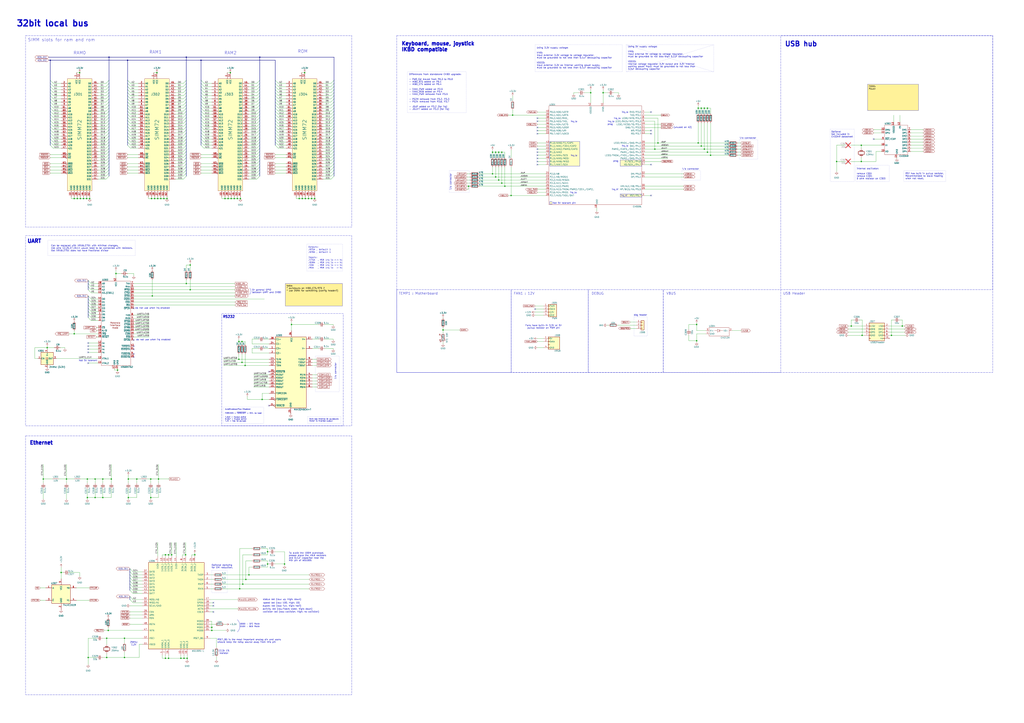
<source format=kicad_sch>
(kicad_sch (version 20250114) (generator "eeschema") (generator_version "9.0")
  (paper "A1")
  (title_block (title "Raven 68060") (date "2025") (rev "A2") (company "Licensed under CERN-OHL-W v2") (comment 1 "(c)2025 Anders Granlund"))
  (rectangle (start 702.945 135.89) (end 730.25 149.225) (stroke (width 0) (type dot)))
  (rectangle (start 451.485 165.735) (end 453.39 167.767) (fill (type color) (color 255 242 0 0.25)))
  (rectangle (start 325.755 29.21) (end 815.34 306.07) (stroke (width 0) (type dash)))
  (rectangle (start 641.35 29.21) (end 815.34 238.125) (stroke (width 0) (type dash)))
  (rectangle (start 509.27 131.445) (end 527.05 136.525) (fill (type color) (color 255 242 0 0.25)))
  (rectangle (start 742.315 140.335) (end 776.605 149.225) (stroke (width 0) (type dot)))
  (rectangle (start 451.485 116.205) (end 476.25 136.525) (fill (type color) (color 255 250 0 0.25)))
  (rectangle (start 439.42 36.83) (end 511.175 59.055) (stroke (width 0) (type dot)))
  (rectangle (start 544.83 238.125) (end 641.35 306.07) (stroke (width 0) (type dash)))
  (rectangle (start 509.27 159.385) (end 527.05 161.925) (fill (type color) (color 255 236 0 0.25)))
  (rectangle (start 39.37 197.485) (end 111.125 210.185) (stroke (width 0) (type dot)))
  (rectangle (start 20.955 358.14) (end 288.925 570.865) (stroke (width 0) (type dash)))
  (rectangle (start 514.35 36.83) (end 586.105 59.055) (stroke (width 0) (type dot)))
  (arc (start 205.105 236.855) (mid 206.1571 239.395) (end 205.105 241.935))
  (rectangle (start 681.99 106.045) (end 701.675 149.225) (stroke (width 0) (type dot)))
  (rectangle (start 252.095 200.66) (end 281.305 222.885) (stroke (width 0) (type dot)))
  (rectangle (start 419.735 238.125) (end 483.235 306.07) (stroke (width 0) (type dash)))
  (rectangle (start 483.235 238.125) (end 544.83 306.07) (stroke (width 0) (type dash)))
  (arc (start 194.945 509.27) (mid 197.0492 514.35) (end 194.945 519.43))
  (rectangle (start 182.245 257.81) (end 281.94 349.885) (stroke (width 0) (type dash)))
  (rectangle (start 20.955 193.675) (end 288.925 349.885) (stroke (width 0) (type dash)))
  (rectangle (start 325.755 238.125) (end 419.735 306.07) (stroke (width 0) (type dash)))
  (rectangle (start 173.99 468.63) (end 186.69 487.045) (stroke (width 0) (type dot)))
  (rectangle (start 334.645 59.055) (end 382.905 92.71) (stroke (width 0) (type dot)))
  (text "Keyboard, mouse, joystick\nIKBD compatible" (at 329.565 42.545 0) (effects (font (size 3 3) (thickness 1) (bold yes)) (justify left bottom)))
  (text "do not use when irq enabled" (at 111.125 254 0) (effects (font (size 1.27 1.27)) (justify left bottom)))
  (text "Optional damping\nfor EMI reduction." (at 173.736 465.582 0) (effects (font (size 1.27 1.27)) (justify left)))
  (text "i/o connector" (at 276.225 311.785 90) (effects (font (size 1.27 1.27)) (justify left bottom)))
  (text "Outputs:\n/RTSA , default 1\n/DTRA , default 1\n\nInputs:\n/CTSA  , MSR irq lo <-> hi\n/DSRA  , MSR irq lo <-> hi\n/CDA   , MSR irq lo <-> hi\n/RIA   , MSR irq lo  -> hi\n" (at 253.365 212.09 0) (effects (font (size 1.27 1.27)) (justify left)))
  (text "activity led (low/flash: state, high: down)" (at 215.646 500.634 0) (effects (font (size 1.27 1.27)) (justify left)))
  (text "RAM1" (at 122.555 44.45 0) (effects (font (size 2.54 2.54)) (justify left bottom)))
  (text "irq_hi" (at 505.206 155.829 0) (effects (font (size 1.27 1.27))))
  (text "duplex led (low: full, high: half)" (at 215.646 498.094 0) (effects (font (size 1.27 1.27)) (justify left)))
  (text "RAM2" (at 184.15 45.085 0) (effects (font (size 2.54 2.54)) (justify left bottom)))
  (text "Differences from standalone CKBD upgrade:\n\n- PWR_SW moved from P0.3 to P0.0\n- IKBD_RTS added on P0.1\n- IKBD_CTS added on P0.4\n\n- FAN1_PWM added on P2.5\n- FAN1_RGB added on P3.4\n- FAN1_PWR removed from P3.5\n\n- PS2M removed from P3.2, P3.3\n- PS2K removed from P3.6, P3.7\n\n- J0UP added on P3.2 (for irq)\n- J0LEFT added on P3.3 (for irq)\n" (at 335.915 75.565 0) (effects (font (size 1.27 1.27)) (justify left)))
  (text "AutoShutdownPlus Disabled\n\nFORCEON = ~{FORCEOFF} = VCC, no load\n\nT_OUT = Always active\nR_OUT = Always active\nT_IN = has no pullups" (at 184.785 346.71 0) (effects (font (size 1 1)) (justify left bottom)))
  (text "collision led (low: collision, high: no collision)" (at 215.9 502.92 0) (effects (font (size 1.27 1.27)) (justify left)))
  (text "Not 5V tolerant pin" (at 453.898 167.005 0) (effects (font (size 1.27 1.27)) (justify left)))
  (text "RAM0" (at 60.325 45.085 0) (effects (font (size 2.54 2.54)) (justify left bottom)))
  (text "USB Header" (at 652.145 241.3 0) (effects (font (size 2 2))))
  (text "Can be replaced with XR16L2751 with minimal changes.\nHW: pins 12,25,37,19,14 would need to be connected with resistors.\nSW: XR16L2751 does not have fractional divisor\n\n" (at 41.91 208.915 0) (effects (font (size 1.27 1.27)) (justify left bottom)))
  (text "speed led (low: 100, high: 10)" (at 216.154 495.554 0) (effects (font (size 1.27 1.27)) (justify left)))
  (text "0000 : SPI Mode\n010X : BUS Mode" (at 205.232 514.35 0) (effects (font (size 1.27 1.27))))
  (text "irq_lo" (at 501.904 99.949 0) (effects (font (size 1.27 1.27))))
  (text "Ethernet" (at 24.13 365.76 0) (effects (font (size 3 3) (thickness 1) (bold yes)) (justify left bottom)))
  (text "Optional\nNot included in\nCH334R datasheet" (at 682.625 110.49 0) (effects (font (size 1.27 1.27)) (justify left)))
  (text "internal oscillator:\n\nremove Y301\nremove C304\n0 ohm resistor on C303" (at 703.58 142.875 0) (effects (font (size 1.27 1.27)) (justify left)))
  (text "prog" (at 501.142 102.235 0) (effects (font (size 1.27 1.27))))
  (text "irq_lo" (at 470.916 158.369 0) (effects (font (size 1.27 1.27))))
  (text "irq_lo" (at 513.334 92.329 0) (effects (font (size 1.27 1.27))))
  (text "To avoid the 100M overshoot,\nplease place the 49.9 resistors\nand 0.1uF capacitor near the\nMDI pin of W5100S" (at 237.236 457.708 0) (effects (font (size 1.27 1.27)) (justify left)))
  (text "Not 5V tolerant" (at 64.77 297.18 0) (effects (font (size 1.27 1.27)) (justify left bottom)))
  (text "RS232" (at 182.88 261.62 0) (effects (font (size 2 2) (thickness 0.4) (bold yes)) (justify left bottom)))
  (text "irq_lo" (at 471.424 99.949 0) (effects (font (size 1.27 1.27))))
  (text "Or general GPIO\nbetween UART and CKBD" (at 207.01 239.395 0) (effects (font (size 1.27 1.27)) (justify left)))
  (text "32bit local bus" (at 13.335 22.225 0) (effects (font (size 5 5) (thickness 1) (bold yes)) (justify left bottom)))
  (text "irq_hi" (at 512.572 160.909 0) (effects (font (size 1.27 1.27))))
  (text "Using 3.3V supply voltage:\n\nVIN5:\nInput external 3.3V voltage to voltage regulator,\nmust be grounded to not less than 0.1uF decoupling capacitor\n\nVDD33:\nInput external 3.3V as internal working power supply,\nmust be grounded to not less than 0.1uF decoupling capacitor\n" (at 440.69 47.625 0) (effects (font (size 1.27 1.27)) (justify left)))
  (text "i/o connector" (at 370.84 156.21 90) (effects (font (size 1.27 1.27)) (justify left bottom)))
  (text "FAN1 : 12V" (at 430.53 241.3 0) (effects (font (size 2 2))))
  (text "prog" (at 505.714 132.461 0) (effects (font (size 1.27 1.27))))
  (text "dbg header" (at 531.495 259.715 0) (effects (font (size 1.27 1.27)) (justify right bottom)))
  (text "UART" (at 22.225 200.025 0) (effects (font (size 3 3) (thickness 1) (bold yes)) (justify left bottom)))
  (text "RST has built in pullup resistor.\nRecommended to leave floating\nwhen not reset." (at 743.585 144.78 0) (effects (font (size 1.27 1.27)) (justify left)))
  (text "do not use when irq enabled" (at 111.76 280.035 0) (effects (font (size 1.27 1.27)) (justify left bottom)))
  (text "irq_lo" (at 471.424 127.889 0) (effects (font (size 1.27 1.27))))
  (text "RxIN has internal 5k pulldowns\nRxOUT is inverted output" (at 254 346.71 0) (effects (font (size 1 1)) (justify left bottom)))
  (text "(unused on A2)" (at 553.085 104.775 0) (effects (font (size 1.27 1.27)) (justify left)))
  (text "TEMP1 : Motherboard" (at 343.535 241.3 0) (effects (font (size 2 2))))
  (text "RSET_BG is the most important analog pin and users\nshould keep the noisy source away from this pin" (at 178.562 526.796 0) (effects (font (size 1.27 1.27)) (justify left)))
  (text "25Mhz\n1.2V" (at 109.855 528.955 0) (effects (font (size 1.27 1.27))))
  (text "i/o connector" (at 574.04 139.7 0) (effects (font (size 1.27 1.27)) (justify right bottom)))
  (text "USB hub" (at 657.86 36.195 0) (effects (font (size 4 4) (thickness 0.8) (bold yes))))
  (text "i/o connector" (at 621.03 114.3 0) (effects (font (size 1.27 1.27)) (justify right bottom)))
  (text "VBUS" (at 551.18 241.3 0) (effects (font (size 2 2))))
  (text "ROM" (at 244.475 43.815 0) (effects (font (size 2.54 2.54)) (justify left bottom)))
  (text "status led (low: up, high: down)" (at 215.9 492.76 0) (effects (font (size 1.27 1.27)) (justify left)))
  (text "DEBUG" (at 490.855 241.3 0) (effects (font (size 2 2))))
  (text "Fans have built-in 3.3V or 5V\npullup resistor on PWM pin\n" (at 446.405 268.605 0) (effects (font (size 1.27 1.27))))
  (text "irq_lo" (at 513.334 120.015 0) (effects (font (size 1.27 1.27))))
  (text "Using 5V supply voltage:\n\nVIN5:\nInput external 5V voltage to voltage regulator,\nmust be grounded to not less than 0.1uF decoupling capacitor\n\nVDD33:\nInternal voltage regulator 3.3V output and 3.3V internal\nworking power input, must be grounded to not less than\n3.3uF decoupling capacitor" (at 515.62 47.625 0) (effects (font (size 1.27 1.27)) (justify left)))
  (text "12.3k 1%\nresistor" (at 183.896 535.94 0) (effects (font (size 1.27 1.27))))
  (text "irq_lo" (at 506.984 97.409 0) (effects (font (size 1.27 1.27))))
  (text_box "TODO:\nPower" (at 712.47 69.215 0) (size 41.91 21.59) (margins 0.9525 0.9525 0.9525 0.9525) (fill (type color) (color 255 230 63 0.53)) (effects (font (size 1.27 1.27)) (justify left top)))
  (text_box "SIMM slots for ram and rom" (at 20.955 29.21 0) (size 267.97 157.48) (margins 1.905 1.905 1.905 1.905) (stroke (width 0) (type dash)) (effects (font (size 2.54 2.54)) (justify left top)))
  (text_box "" (at 520.7 260.35 0) (size 10.795 15.875) (margins 0.9525 0.9525 0.9525 0.9525) (stroke (width 0) (type dot)) (effects (font (size 1.27 1.27)) (justify left top)))
  (text_box "" (at 368.935 140.335 0) (size 16.51 17.78) (margins 0.9525 0.9525 0.9525 0.9525) (stroke (width 0) (type dot)) (effects (font (size 1.27 1.27)) (justify right top)))
  (text_box "" (at 560.07 140.335 0) (size 15.24 7.62) (margins 0.9525 0.9525 0.9525 0.9525) (stroke (width 0) (type dot)) (effects (font (size 1.27 1.27)) (justify left top)))
  (text_box "" (at 259.08 292.735 0) (size 19.685 29.21) (margins 0.9525 0.9525 0.9525 0.9525) (stroke (width 0) (type dot)) (effects (font (size 1.27 1.27)) (justify left top)))
  (text_box "" (at 183.515 334.645 0) (size 33.02 13.335) (margins 0.9525 0.9525 0.9525 0.9525) (stroke (width 0) (type dot)) (effects (font (size 1.27 1.27)) (justify left top)))
  (text_box "" (at 607.06 114.935 0) (size 15.24 15.875) (margins 0.9525 0.9525 0.9525 0.9525) (stroke (width 0) (type dot)) (effects (font (size 1.27 1.27)) (justify left top)))
  (text_box "todo:\n* pulldowns on IKBD_CTS/RTS ?\n* use DSRA for something (config header?)" (at 234.315 233.045 0) (size 46.99 18.415) (margins 0.9525 0.9525 0.9525 0.9525) (fill (type color) (color 255 230 63 0.53)) (effects (font (size 1.27 1.27)) (justify left top)))
  (text_box "" (at 252.73 342.265 0) (size 27.305 5.715) (margins 0.9525 0.9525 0.9525 0.9525) (stroke (width 0) (type dot)) (effects (font (size 1.27 1.27)) (justify left top)))
  (junction (at 707.39 119.38))
  (junction (at 73.66 163.195))
  (junction (at 258.445 163.195))
  (junction (at 66.04 163.195))
  (junction (at 173.99 518.16))
  (junction (at 160.02 455.93))
  (junction (at 537.845 122.555))
  (junction (at 248.285 163.195))
  (junction (at 573.405 88.9))
  (junction (at 363.855 271.145))
  (junction (at 35.56 393.7))
  (junction (at 153.035 46.99))
  (junction (at 96.52 304.165))
  (junction (at 485.14 76.2))
  (junction (at 128.905 59.69))
  (junction (at 135.89 455.93))
  (junction (at 578.485 88.9))
  (junction (at 233.68 463.55))
  (junction (at 575.945 88.9))
  (junction (at 384.81 153.035))
  (junction (at 741.045 267.97))
  (junction (at 573.405 117.475))
  (junction (at 250.19 59.69))
  (junction (at 87.63 540.385))
  (junction (at 123.825 408.94))
  (junction (at 189.23 59.69))
  (junction (at 239.395 266.7))
  (junction (at 38.735 285.75))
  (junction (at 137.16 163.195))
  (junction (at 421.005 94.615))
  (junction (at 60.96 163.195))
  (junction (at 687.07 132.715))
  (junction (at 173.99 515.62))
  (junction (at 88.9 518.16))
  (junction (at 407.035 145.415))
  (junction (at 148.59 541.02))
  (junction (at 409.575 125.095))
  (junction (at 199.39 480.06))
  (junction (at 198.755 297.815))
  (junction (at 196.85 483.87))
  (junction (at 581.025 88.9))
  (junction (at 198.755 280.67))
  (junction (at 197.485 163.195))
  (junction (at 189.865 163.195))
  (junction (at 219.71 453.39))
  (junction (at 102.235 524.51))
  (junction (at 404.495 142.875))
  (junction (at 409.575 147.955))
  (junction (at 153.67 541.02))
  (junction (at 213.36 46.99))
  (junction (at 153.035 233.045))
  (junction (at 204.47 472.44))
  (junction (at 156.21 238.125))
  (junction (at 572.135 280.035))
  (junction (at 87.63 524.51))
  (junction (at 71.755 393.7))
  (junction (at 140.97 455.93))
  (junction (at 707.39 132.715))
  (junction (at 215.265 328.295))
  (junction (at 91.44 393.7))
  (junction (at 124.46 163.195))
  (junction (at 255.905 163.195))
  (junction (at 196.215 295.275))
  (junction (at 72.39 540.385))
  (junction (at 50.165 470.535))
  (junction (at 412.115 150.495))
  (junction (at 104.775 49.53))
  (junction (at 84.455 393.7))
  (junction (at 54.61 393.7))
  (junction (at 495.3 76.2))
  (junction (at 41.275 49.53))
  (junction (at 250.825 163.195))
  (junction (at 165.1 49.53))
  (junction (at 60.96 274.32))
  (junction (at 105.41 408.94))
  (junction (at 184.785 163.195))
  (junction (at 699.135 267.97))
  (junction (at 152.4 455.93))
  (junction (at 132.08 163.195))
  (junction (at 581.025 125.095))
  (junction (at 201.93 476.25))
  (junction (at 135.89 541.02))
  (junction (at 129.54 163.195))
  (junction (at 84.455 408.94))
  (junction (at 151.13 541.02))
  (junction (at 219.71 463.55))
  (junction (at 138.43 541.02))
  (junction (at 71.12 163.195))
  (junction (at 105.41 393.7))
  (junction (at 156.21 217.805))
  (junction (at 138.43 455.93))
  (junction (at 134.62 163.195))
  (junction (at 89.535 46.99))
  (junction (at 245.745 163.195))
  (junction (at 412.115 125.095))
  (junction (at 192.405 163.195))
  (junction (at 404.495 125.095))
  (junction (at 102.235 540.385))
  (junction (at 112.395 393.7))
  (junction (at 540.385 117.475))
  (junction (at 125.095 243.205))
  (junction (at 127 163.195))
  (junction (at 201.295 300.355))
  (junction (at 78.105 393.7))
  (junction (at 583.565 127.635))
  (junction (at 95.25 224.79))
  (junction (at 78.105 408.94))
  (junction (at 68.58 163.195))
  (junction (at 253.365 163.195))
  (junction (at 194.945 163.195))
  (junction (at 71.755 408.94))
  (junction (at 63.5 163.195))
  (junction (at 419.735 160.655))
  (junction (at 65.405 59.69))
  (junction (at 578.485 122.555))
  (junction (at 407.035 125.095))
  (junction (at 732.155 275.59))
  (junction (at 187.325 163.195))
  (junction (at 196.215 280.67))
  (junction (at 572.135 266.7))
  (junction (at 130.175 393.7))
  (junction (at 708.025 275.59))
  (junction (at 123.825 393.7))
  (junction (at 414.655 153.035))
  (junction (at 575.945 120.015))
  (no_connect (at 441.325 122.555))
  (no_connect (at 441.325 97.155))
  (no_connect (at 441.325 130.175))
  (no_connect (at 441.325 109.855))
  (no_connect (at 220.98 305.435))
  (no_connect (at 441.325 127.635))
  (no_connect (at 441.325 104.775))
  (no_connect (at 175.26 497.84))
  (no_connect (at 220.98 333.375))
  (no_connect (at 534.67 109.855))
  (no_connect (at 534.67 135.255))
  (no_connect (at 441.325 125.095))
  (no_connect (at 717.55 114.3))
  (no_connect (at 72.39 281.94))
  (no_connect (at 441.325 132.715))
  (no_connect (at 109.855 253.365))
  (no_connect (at 534.67 92.075))
  (no_connect (at 175.26 502.92))
  (no_connect (at 72.39 289.56))
  (no_connect (at 109.855 279.4))
  (no_connect (at 109.855 293.37))
  (no_connect (at 441.325 99.695))
  (no_connect (at 72.39 287.02))
  (no_connect (at 534.67 107.315))
  (no_connect (at 439.42 254))
  (no_connect (at 441.325 135.255))
  (no_connect (at 441.325 107.315))
  (no_connect (at 72.39 298.45))
  (no_connect (at 175.26 495.3))
  (no_connect (at 72.39 284.48))
  (no_connect (at 109.855 284.48))
  (no_connect (at 109.855 290.83))
  (no_connect (at 109.855 287.02))
  (no_connect (at 534.67 160.655))
  (bus_entry (at 89.535 73.66) (size -2.54 2.54))
  (bus_entry (at 226.06 111.76) (size 2.54 2.54))
  (bus_entry (at 41.275 88.9) (size 2.54 2.54))
  (bus_entry (at 104.775 66.04) (size 2.54 2.54))
  (bus_entry (at 41.275 109.22) (size 2.54 2.54))
  (bus_entry (at 89.535 142.24) (size -2.54 2.54))
  (bus_entry (at 72.39 260.985) (size 2.54 2.54))
  (bus_entry (at 153.035 68.58) (size -2.54 2.54))
  (bus_entry (at 274.32 99.06) (size -2.54 2.54))
  (bus_entry (at 106.68 480.06) (size 2.54 2.54))
  (bus_entry (at 165.1 76.2) (size 2.54 2.54))
  (bus_entry (at 153.035 116.84) (size -2.54 2.54))
  (bus_entry (at 72.39 233.045) (size 2.54 2.54))
  (bus_entry (at 89.535 134.62) (size -2.54 2.54))
  (bus_entry (at 72.39 258.445) (size 2.54 2.54))
  (bus_entry (at 213.36 81.28) (size -2.54 2.54))
  (bus_entry (at 41.275 93.98) (size 2.54 2.54))
  (bus_entry (at 213.36 121.92) (size -2.54 2.54))
  (bus_entry (at 72.39 238.125) (size 2.54 2.54))
  (bus_entry (at 274.32 83.82) (size -2.54 2.54))
  (bus_entry (at 89.535 121.92) (size -2.54 2.54))
  (bus_entry (at 153.035 71.12) (size -2.54 2.54))
  (bus_entry (at 153.035 101.6) (size -2.54 2.54))
  (bus_entry (at 213.36 93.98) (size -2.54 2.54))
  (bus_entry (at 274.32 76.2) (size -2.54 2.54))
  (bus_entry (at 226.06 114.3) (size 2.54 2.54))
  (bus_entry (at 89.535 91.44) (size -2.54 2.54))
  (bus_entry (at 104.775 93.98) (size 2.54 2.54))
  (bus_entry (at 274.32 121.92) (size -2.54 2.54))
  (bus_entry (at 104.775 104.14) (size 2.54 2.54))
  (bus_entry (at 89.535 124.46) (size -2.54 2.54))
  (bus_entry (at 104.775 83.82) (size 2.54 2.54))
  (bus_entry (at 274.32 73.66) (size -2.54 2.54))
  (bus_entry (at 41.275 116.84) (size 2.54 2.54))
  (bus_entry (at 226.06 101.6) (size 2.54 2.54))
  (bus_entry (at 213.36 78.74) (size -2.54 2.54))
  (bus_entry (at 41.275 71.12) (size 2.54 2.54))
  (bus_entry (at 153.035 144.78) (size -2.54 2.54))
  (bus_entry (at 89.535 86.36) (size -2.54 2.54))
  (bus_entry (at 213.36 71.12) (size -2.54 2.54))
  (bus_entry (at 226.06 71.12) (size 2.54 2.54))
  (bus_entry (at 104.775 86.36) (size 2.54 2.54))
  (bus_entry (at 165.1 114.3) (size 2.54 2.54))
  (bus_entry (at 274.32 104.14) (size -2.54 2.54))
  (bus_entry (at 213.36 106.68) (size -2.54 2.54))
  (bus_entry (at 274.32 144.78) (size -2.54 2.54))
  (bus_entry (at 274.32 96.52) (size -2.54 2.54))
  (bus_entry (at 274.32 114.3) (size -2.54 2.54))
  (bus_entry (at 213.36 142.24) (size -2.54 2.54))
  (bus_entry (at 165.1 91.44) (size 2.54 2.54))
  (bus_entry (at 104.775 96.52) (size 2.54 2.54))
  (bus_entry (at 89.535 88.9) (size -2.54 2.54))
  (bus_entry (at 165.1 83.82) (size 2.54 2.54))
  (bus_entry (at 106.68 490.22) (size 2.54 2.54))
  (bus_entry (at 213.36 134.62) (size -2.54 2.54))
  (bus_entry (at 89.535 78.74) (size -2.54 2.54))
  (bus_entry (at 165.1 81.28) (size 2.54 2.54))
  (bus_entry (at 104.775 106.68) (size 2.54 2.54))
  (bus_entry (at 153.035 127) (size -2.54 2.54))
  (bus_entry (at 72.39 230.505) (size 2.54 2.54))
  (bus_entry (at 106.68 472.44) (size 2.54 2.54))
  (bus_entry (at 213.36 99.06) (size -2.54 2.54))
  (bus_entry (at 165.1 101.6) (size 2.54 2.54))
  (bus_entry (at 226.06 88.9) (size 2.54 2.54))
  (bus_entry (at 213.36 111.76) (size -2.54 2.54))
  (bus_entry (at 41.275 96.52) (size 2.54 2.54))
  (bus_entry (at 106.68 467.36) (size 2.54 2.54))
  (bus_entry (at 153.035 142.24) (size -2.54 2.54))
  (bus_entry (at 165.1 119.38) (size 2.54 2.54))
  (bus_entry (at 104.775 116.84) (size 2.54 2.54))
  (bus_entry (at 165.1 111.76) (size 2.54 2.54))
  (bus_entry (at 226.06 76.2) (size 2.54 2.54))
  (bus_entry (at 106.68 477.52) (size 2.54 2.54))
  (bus_entry (at 213.36 119.38) (size -2.54 2.54))
  (bus_entry (at 104.775 71.12) (size 2.54 2.54))
  (bus_entry (at 89.535 129.54) (size -2.54 2.54))
  (bus_entry (at 213.36 109.22) (size -2.54 2.54))
  (bus_entry (at 89.535 119.38) (size -2.54 2.54))
  (bus_entry (at 165.1 66.04) (size 2.54 2.54))
  (bus_entry (at 72.39 235.585) (size 2.54 2.54))
  (bus_entry (at 106.68 485.14) (size 2.54 2.54))
  (bus_entry (at 274.32 124.46) (size -2.54 2.54))
  (bus_entry (at 274.32 132.08) (size -2.54 2.54))
  (bus_entry (at 213.36 114.3) (size -2.54 2.54))
  (bus_entry (at 226.06 66.04) (size 2.54 2.54))
  (bus_entry (at 226.06 106.68) (size 2.54 2.54))
  (bus_entry (at 104.775 114.3) (size 2.54 2.54))
  (bus_entry (at 226.06 109.22) (size 2.54 2.54))
  (bus_entry (at 274.32 86.36) (size -2.54 2.54))
  (bus_entry (at 153.035 109.22) (size -2.54 2.54))
  (bus_entry (at 41.275 119.38) (size 2.54 2.54))
  (bus_entry (at 226.06 81.28) (size 2.54 2.54))
  (bus_entry (at 213.36 86.36) (size -2.54 2.54))
  (bus_entry (at 104.775 81.28) (size 2.54 2.54))
  (bus_entry (at 89.535 114.3) (size -2.54 2.54))
  (bus_entry (at 153.035 132.08) (size -2.54 2.54))
  (bus_entry (at 274.32 101.6) (size -2.54 2.54))
  (bus_entry (at 41.275 73.66) (size 2.54 2.54))
  (bus_entry (at 72.39 243.205) (size 2.54 2.54))
  (bus_entry (at 213.36 137.16) (size -2.54 2.54))
  (bus_entry (at 213.36 127) (size -2.54 2.54))
  (bus_entry (at 41.275 101.6) (size 2.54 2.54))
  (bus_entry (at 226.06 116.84) (size 2.54 2.54))
  (bus_entry (at 104.775 91.44) (size 2.54 2.54))
  (bus_entry (at 41.275 78.74) (size 2.54 2.54))
  (bus_entry (at 41.275 83.82) (size 2.54 2.54))
  (bus_entry (at 226.06 86.36) (size 2.54 2.54))
  (bus_entry (at 89.535 106.68) (size -2.54 2.54))
  (bus_entry (at 165.1 73.66) (size 2.54 2.54))
  (bus_entry (at 41.275 86.36) (size 2.54 2.54))
  (bus_entry (at 104.775 68.58) (size 2.54 2.54))
  (bus_entry (at 226.06 93.98) (size 2.54 2.54))
  (bus_entry (at 89.535 132.08) (size -2.54 2.54))
  (bus_entry (at 106.68 474.98) (size 2.54 2.54))
  (bus_entry (at 104.775 119.38) (size 2.54 2.54))
  (bus_entry (at 274.32 88.9) (size -2.54 2.54))
  (bus_entry (at 153.035 78.74) (size -2.54 2.54))
  (bus_entry (at 72.39 255.905) (size 2.54 2.54))
  (bus_entry (at 213.36 129.54) (size -2.54 2.54))
  (bus_entry (at 165.1 88.9) (size 2.54 2.54))
  (bus_entry (at 72.39 253.365) (size 2.54 2.54))
  (bus_entry (at 104.775 78.74) (size 2.54 2.54))
  (bus_entry (at 226.06 78.74) (size 2.54 2.54))
  (bus_entry (at 89.535 127) (size -2.54 2.54))
  (bus_entry (at 226.06 96.52) (size 2.54 2.54))
  (bus_entry (at 153.035 139.7) (size -2.54 2.54))
  (bus_entry (at 89.535 111.76) (size -2.54 2.54))
  (bus_entry (at 213.36 96.52) (size -2.54 2.54))
  (bus_entry (at 41.275 111.76) (size 2.54 2.54))
  (bus_entry (at 213.36 116.84) (size -2.54 2.54))
  (bus_entry (at 89.535 104.14) (size -2.54 2.54))
  (bus_entry (at 274.32 142.24) (size -2.54 2.54))
  (bus_entry (at 89.535 144.78) (size -2.54 2.54))
  (bus_entry (at 226.06 68.58) (size 2.54 2.54))
  (bus_entry (at 106.68 482.6) (size 2.54 2.54))
  (bus_entry (at 89.535 139.7) (size -2.54 2.54))
  (bus_entry (at 153.035 93.98) (size -2.54 2.54))
  (bus_entry (at 104.775 99.06) (size 2.54 2.54))
  (bus_entry (at 72.39 248.285) (size 2.54 2.54))
  (bus_entry (at 226.06 119.38) (size 2.54 2.54))
  (bus_entry (at 41.275 114.3) (size 2.54 2.54))
  (bus_entry (at 104.775 73.66) (size 2.54 2.54))
  (bus_entry (at 89.535 99.06) (size -2.54 2.54))
  (bus_entry (at 165.1 96.52) (size 2.54 2.54))
  (bus_entry (at 274.32 129.54) (size -2.54 2.54))
  (bus_entry (at 213.36 124.46) (size -2.54 2.54))
  (bus_entry (at 213.36 73.66) (size -2.54 2.54))
  (bus_entry (at 153.035 76.2) (size -2.54 2.54))
  (bus_entry (at 165.1 86.36) (size 2.54 2.54))
  (bus_entry (at 104.775 111.76) (size 2.54 2.54))
  (bus_entry (at 41.275 104.14) (size 2.54 2.54))
  (bus_entry (at 165.1 93.98) (size 2.54 2.54))
  (bus_entry (at 165.1 116.84) (size 2.54 2.54))
  (bus_entry (at 165.1 78.74) (size 2.54 2.54))
  (bus_entry (at 104.775 109.22) (size 2.54 2.54))
  (bus_entry (at 165.1 68.58) (size 2.54 2.54))
  (bus_entry (at 213.36 66.04) (size -2.54 2.54))
  (bus_entry (at 274.32 81.28) (size -2.54 2.54))
  (bus_entry (at 41.275 99.06) (size 2.54 2.54))
  (bus_entry (at 153.035 119.38) (size -2.54 2.54))
  (bus_entry (at 274.32 91.44) (size -2.54 2.54))
  (bus_entry (at 153.035 66.04) (size -2.54 2.54))
  (bus_entry (at 89.535 116.84) (size -2.54 2.54))
  (bus_entry (at 274.32 106.68) (size -2.54 2.54))
  (bus_entry (at 89.535 109.22) (size -2.54 2.54))
  (bus_entry (at 153.035 104.14) (size -2.54 2.54))
  (bus_entry (at 41.275 81.28) (size 2.54 2.54))
  (bus_entry (at 153.035 73.66) (size -2.54 2.54))
  (bus_entry (at 274.32 71.12) (size -2.54 2.54))
  (bus_entry (at 226.06 99.06) (size 2.54 2.54))
  (bus_entry (at 89.535 66.04) (size -2.54 2.54))
  (bus_entry (at 72.39 250.825) (size 2.54 2.54))
  (bus_entry (at 153.035 121.92) (size -2.54 2.54))
  (bus_entry (at 89.535 68.58) (size -2.54 2.54))
  (bus_entry (at 153.035 91.44) (size -2.54 2.54))
  (bus_entry (at 89.535 93.98) (size -2.54 2.54))
  (bus_entry (at 153.035 83.82) (size -2.54 2.54))
  (bus_entry (at 89.535 81.28) (size -2.54 2.54))
  (bus_entry (at 274.32 116.84) (size -2.54 2.54))
  (bus_entry (at 89.535 83.82) (size -2.54 2.54))
  (bus_entry (at 213.36 104.14) (size -2.54 2.54))
  (bus_entry (at 274.32 139.7) (size -2.54 2.54))
  (bus_entry (at 89.535 101.6) (size -2.54 2.54))
  (bus_entry (at 213.36 91.44) (size -2.54 2.54))
  (bus_entry (at 213.36 144.78) (size -2.54 2.54))
  (bus_entry (at 226.06 104.14) (size 2.54 2.54))
  (bus_entry (at 226.06 91.44) (size 2.54 2.54))
  (bus_entry (at 226.06 73.66) (size 2.54 2.54))
  (bus_entry (at 165.1 71.12) (size 2.54 2.54))
  (bus_entry (at 274.32 66.04) (size -2.54 2.54))
  (bus_entry (at 213.36 132.08) (size -2.54 2.54))
  (bus_entry (at 274.32 78.74) (size -2.54 2.54))
  (bus_entry (at 153.035 129.54) (size -2.54 2.54))
  (bus_entry (at 153.035 134.62) (size -2.54 2.54))
  (bus_entry (at 274.32 137.16) (size -2.54 2.54))
  (bus_entry (at 274.32 68.58) (size -2.54 2.54))
  (bus_entry (at 213.36 68.58) (size -2.54 2.54))
  (bus_entry (at 153.035 137.16) (size -2.54 2.54))
  (bus_entry (at 153.035 86.36) (size -2.54 2.54))
  (bus_entry (at 165.1 99.06) (size 2.54 2.54))
  (bus_entry (at 213.36 76.2) (size -2.54 2.54))
  (bus_entry (at 165.1 104.14) (size 2.54 2.54))
  (bus_entry (at 213.36 83.82) (size -2.54 2.54))
  (bus_entry (at 153.035 111.76) (size -2.54 2.54))
  (bus_entry (at 153.035 106.68) (size -2.54 2.54))
  (bus_entry (at 165.1 109.22) (size 2.54 2.54))
  (bus_entry (at 274.32 134.62) (size -2.54 2.54))
  (bus_entry (at 274.32 119.38) (size -2.54 2.54))
  (bus_entry (at 153.035 81.28) (size -2.54 2.54))
  (bus_entry (at 213.36 139.7) (size -2.54 2.54))
  (bus_entry (at 104.775 88.9) (size 2.54 2.54))
  (bus_entry (at 104.775 101.6) (size 2.54 2.54))
  (bus_entry (at 89.535 71.12) (size -2.54 2.54))
  (bus_entry (at 41.275 76.2) (size 2.54 2.54))
  (bus_entry (at 153.035 99.06) (size -2.54 2.54))
  (bus_entry (at 226.06 83.82) (size 2.54 2.54))
  (bus_entry (at 213.36 101.6) (size -2.54 2.54))
  (bus_entry (at 274.32 127) (size -2.54 2.54))
  (bus_entry (at 165.1 106.68) (size 2.54 2.54))
  (bus_entry (at 106.68 469.9) (size 2.54 2.54))
  (bus_entry (at 153.035 114.3) (size -2.54 2.54))
  (bus_entry (at 72.39 245.745) (size 2.54 2.54))
  (bus_entry (at 274.32 111.76) (size -2.54 2.54))
  (bus_entry (at 153.035 124.46) (size -2.54 2.54))
  (bus_entry (at 213.36 88.9) (size -2.54 2.54))
  (bus_entry (at 153.035 96.52) (size -2.54 2.54))
  (bus_entry (at 106.68 492.76) (size 2.54 2.54))
  (bus_entry (at 41.275 91.44) (size 2.54 2.54))
  (bus_entry (at 89.535 76.2) (size -2.54 2.54))
  (bus_entry (at 89.535 137.16) (size -2.54 2.54))
  (bus_entry (at 274.32 109.22) (size -2.54 2.54))
  (bus_entry (at 41.275 68.58) (size 2.54 2.54))
  (bus_entry (at 41.275 66.04) (size 2.54 2.54))
  (bus_entry (at 153.035 88.9) (size -2.54 2.54))
  (bus_entry (at 41.275 106.68) (size 2.54 2.54))
  (bus_entry (at 274.32 93.98) (size -2.54 2.54))
  (bus_entry (at 104.775 76.2) (size 2.54 2.54))
  (bus_entry (at 89.535 96.52) (size -2.54 2.54))
  (bus (pts (xy 106.68 477.52) (xy 106.68 480.06)))
  (wire (pts (xy 167.64 78.74) (xy 173.99 78.74)))
  (wire (pts (xy 265.43 144.78) (xy 271.78 144.78)))
  (bus (pts (xy 153.035 142.24) (xy 153.035 139.7)))
  (wire (pts (xy 54.61 401.955) (xy 54.61 410.21)))
  (wire (pts (xy 441.325 135.255) (xy 448.31 135.255)))
  (bus (pts (xy 89.535 78.74) (xy 89.535 76.2)))
  (bus (pts (xy 104.775 81.28) (xy 104.775 78.74)))
  (wire (pts (xy 573.405 100.965) (xy 573.405 117.475)))
  (wire (pts (xy 537.845 122.555) (xy 578.485 122.555)))
  (wire (pts (xy 243.205 163.195) (xy 243.205 161.925)))
  (wire (pts (xy 441.325 120.015) (xy 448.31 120.015)))
  (bus (pts (xy 165.1 71.12) (xy 165.1 68.58)))
  (wire (pts (xy 50.165 470.535) (xy 50.165 475.615)))
  (bus (pts (xy 226.06 106.68) (xy 226.06 104.14)))
  (wire (pts (xy 265.43 106.68) (xy 271.78 106.68)))
  (wire (pts (xy 80.645 73.66) (xy 86.995 73.66)))
  (bus (pts (xy 274.32 134.62) (xy 274.32 132.08)))
  (wire (pts (xy 80.645 109.22) (xy 86.995 109.22)))
  (wire (pts (xy 43.815 86.36) (xy 50.165 86.36)))
  (wire (pts (xy 419.735 137.16) (xy 419.735 160.655)))
  (wire (pts (xy 106.68 502.92) (xy 116.84 502.92)))
  (wire (pts (xy 104.775 137.16) (xy 113.665 137.16)))
  (bus (pts (xy 213.36 114.3) (xy 213.36 111.76)))
  (wire (pts (xy 217.17 286.385) (xy 220.98 286.385)))
  (bus (pts (xy 104.775 78.74) (xy 104.775 76.2)))
  (wire (pts (xy 572.135 280.035) (xy 572.135 281.305)))
  (wire (pts (xy 233.68 464.82) (xy 233.68 463.55)))
  (bus (pts (xy 213.36 83.82) (xy 213.36 81.28)))
  (wire (pts (xy 144.145 99.06) (xy 150.495 99.06)))
  (wire (pts (xy 198.755 280.67) (xy 198.755 283.21)))
  (wire (pts (xy 144.145 142.24) (xy 150.495 142.24)))
  (bus (pts (xy 41.275 101.6) (xy 41.275 99.06)))
  (bus (pts (xy 213.36 127) (xy 213.36 124.46)))
  (wire (pts (xy 409.575 125.095) (xy 409.575 129.54)))
  (wire (pts (xy 72.39 540.385) (xy 72.39 546.1)))
  (wire (pts (xy 165.1 127) (xy 173.99 127)))
  (wire (pts (xy 529.59 142.875) (xy 561.34 142.875)))
  (bus (pts (xy 153.035 124.46) (xy 153.035 121.92)))
  (wire (pts (xy 167.64 71.12) (xy 173.99 71.12)))
  (wire (pts (xy 247.65 59.69) (xy 250.19 59.69)))
  (wire (pts (xy 572.135 266.7) (xy 572.135 271.78)))
  (wire (pts (xy 78.105 401.955) (xy 78.105 408.94)))
  (bus (pts (xy 41.275 88.9) (xy 41.275 86.36)))
  (bus (pts (xy 165.1 66.04) (xy 165.1 49.53)))
  (wire (pts (xy 265.43 68.58) (xy 271.78 68.58)))
  (wire (pts (xy 201.295 290.83) (xy 201.295 300.355)))
  (bus (pts (xy 165.1 86.36) (xy 165.1 83.82)))
  (bus (pts (xy 213.36 104.14) (xy 213.36 101.6)))
  (wire (pts (xy 220.98 282.575) (xy 207.01 282.575)))
  (wire (pts (xy 109.855 240.665) (xy 193.04 240.665)))
  (wire (pts (xy 74.93 238.125) (xy 80.645 238.125)))
  (wire (pts (xy 578.485 88.9) (xy 575.945 88.9)))
  (wire (pts (xy 35.56 393.7) (xy 43.18 393.7)))
  (bus (pts (xy 104.775 73.66) (xy 104.775 71.12)))
  (wire (pts (xy 748.03 116.84) (xy 758.19 116.84)))
  (wire (pts (xy 167.64 114.3) (xy 173.99 114.3)))
  (wire (pts (xy 50.165 470.535) (xy 52.07 470.535)))
  (wire (pts (xy 255.905 163.195) (xy 258.445 163.195)))
  (wire (pts (xy 144.145 119.38) (xy 150.495 119.38)))
  (wire (pts (xy 265.43 86.36) (xy 271.78 86.36)))
  (wire (pts (xy 717.55 106.68) (xy 723.9 106.68)))
  (wire (pts (xy 80.645 101.6) (xy 86.995 101.6)))
  (wire (pts (xy 228.6 88.9) (xy 234.95 88.9)))
  (wire (pts (xy 226.06 139.7) (xy 234.95 139.7)))
  (wire (pts (xy 605.79 117.475) (xy 608.33 117.475)))
  (wire (pts (xy 717.55 109.22) (xy 723.9 109.22)))
  (wire (pts (xy 409.575 125.095) (xy 407.035 125.095)))
  (bus (pts (xy 153.035 137.16) (xy 153.035 134.62)))
  (wire (pts (xy 105.41 393.7) (xy 112.395 393.7)))
  (wire (pts (xy 204.47 93.98) (xy 210.82 93.98)))
  (wire (pts (xy 248.285 161.925) (xy 248.285 163.195)))
  (wire (pts (xy 189.865 161.925) (xy 189.865 163.195)))
  (wire (pts (xy 33.02 493.395) (xy 37.465 493.395)))
  (wire (pts (xy 204.47 111.76) (xy 210.82 111.76)))
  (bus (pts (xy 104.775 116.84) (xy 104.775 114.3)))
  (wire (pts (xy 66.04 161.925) (xy 66.04 163.195)))
  (wire (pts (xy 84.455 408.94) (xy 91.44 408.94)))
  (wire (pts (xy 199.39 480.06) (xy 254 480.06)))
  (bus (pts (xy 72.39 230.505) (xy 72.39 233.045)))
  (wire (pts (xy 265.43 78.74) (xy 271.78 78.74)))
  (bus (pts (xy 213.36 78.74) (xy 213.36 76.2)))
  (wire (pts (xy 106.68 508) (xy 116.84 508)))
  (wire (pts (xy 228.6 96.52) (xy 234.95 96.52)))
  (wire (pts (xy 265.43 71.12) (xy 271.78 71.12)))
  (bus (pts (xy 72.39 248.285) (xy 72.39 250.825)))
  (wire (pts (xy 80.645 144.78) (xy 86.995 144.78)))
  (polyline (pts (xy 586.105 36.83) (xy 514.35 59.055)) (stroke (width 0) (type dot)))
  (wire (pts (xy 125.095 229.87) (xy 125.095 243.205)))
  (wire (pts (xy 104.775 139.7) (xy 113.665 139.7)))
  (bus (pts (xy 41.275 96.52) (xy 41.275 93.98)))
  (wire (pts (xy 581.025 88.9) (xy 578.485 88.9)))
  (wire (pts (xy 204.47 96.52) (xy 210.82 96.52)))
  (wire (pts (xy 58.42 163.195) (xy 60.96 163.195)))
  (wire (pts (xy 217.17 278.765) (xy 220.98 278.765)))
  (bus (pts (xy 41.275 71.12) (xy 41.275 68.58)))
  (wire (pts (xy 201.295 300.355) (xy 220.98 300.355)))
  (wire (pts (xy 537.845 99.695) (xy 537.845 122.555)))
  (wire (pts (xy 107.315 116.84) (xy 113.665 116.84)))
  (wire (pts (xy 80.645 78.74) (xy 86.995 78.74)))
  (wire (pts (xy 265.43 96.52) (xy 271.78 96.52)))
  (bus (pts (xy 104.775 114.3) (xy 104.775 111.76)))
  (wire (pts (xy 71.755 401.955) (xy 71.755 408.94)))
  (bus (pts (xy 165.1 68.58) (xy 165.1 66.04)))
  (wire (pts (xy 215.265 328.295) (xy 220.98 328.295)))
  (wire (pts (xy 192.405 163.195) (xy 194.945 163.195)))
  (bus (pts (xy 274.32 114.3) (xy 274.32 111.76)))
  (wire (pts (xy 144.145 147.32) (xy 150.495 147.32)))
  (wire (pts (xy 153.67 541.02) (xy 153.67 542.29)))
  (wire (pts (xy 273.685 286.385) (xy 273.685 287.02)))
  (wire (pts (xy 167.64 111.76) (xy 173.99 111.76)))
  (wire (pts (xy 265.43 88.9) (xy 271.78 88.9)))
  (wire (pts (xy 125.095 243.205) (xy 193.04 243.205)))
  (wire (pts (xy 41.275 134.62) (xy 50.165 134.62)))
  (wire (pts (xy 71.755 396.875) (xy 71.755 393.7)))
  (wire (pts (xy 109.855 243.205) (xy 125.095 243.205)))
  (wire (pts (xy 104.775 129.54) (xy 113.665 129.54)))
  (wire (pts (xy 109.22 469.9) (xy 116.84 469.9)))
  (wire (pts (xy 156.21 229.87) (xy 156.21 238.125)))
  (wire (pts (xy 144.145 96.52) (xy 150.495 96.52)))
  (bus (pts (xy 106.68 467.36) (xy 106.68 469.9)))
  (wire (pts (xy 480.06 76.2) (xy 485.14 76.2)))
  (wire (pts (xy 256.54 297.815) (xy 260.35 297.815)))
  (bus (pts (xy 165.1 109.22) (xy 165.1 106.68)))
  (wire (pts (xy 126.365 59.69) (xy 128.905 59.69)))
  (bus (pts (xy 104.775 49.53) (xy 165.1 49.53)))
  (wire (pts (xy 226.06 129.54) (xy 234.95 129.54)))
  (bus (pts (xy 72.39 245.745) (xy 72.39 248.285)))
  (bus (pts (xy 213.36 129.54) (xy 213.36 127)))
  (bus (pts (xy 213.36 99.06) (xy 213.36 96.52)))
  (wire (pts (xy 363.855 260.985) (xy 363.855 261.62)))
  (wire (pts (xy 409.575 137.16) (xy 409.575 147.955)))
  (bus (pts (xy 89.535 127) (xy 89.535 124.46)))
  (wire (pts (xy 228.6 91.44) (xy 234.95 91.44)))
  (bus (pts (xy 89.535 104.14) (xy 89.535 101.6)))
  (bus (pts (xy 153.035 88.9) (xy 153.035 86.36)))
  (bus (pts (xy 89.535 73.66) (xy 89.535 71.12)))
  (wire (pts (xy 114.3 540.385) (xy 102.235 540.385)))
  (wire (pts (xy 127 163.195) (xy 129.54 163.195)))
  (wire (pts (xy 65.405 470.535) (xy 65.405 473.71)))
  (wire (pts (xy 107.315 121.92) (xy 113.665 121.92)))
  (wire (pts (xy 43.815 78.74) (xy 50.165 78.74)))
  (bus (pts (xy 226.06 119.38) (xy 226.06 116.84)))
  (wire (pts (xy 72.39 289.56) (xy 80.645 289.56)))
  (wire (pts (xy 565.785 266.7) (xy 572.135 266.7)))
  (wire (pts (xy 404.495 137.16) (xy 404.495 142.875)))
  (wire (pts (xy 107.315 71.12) (xy 113.665 71.12)))
  (bus (pts (xy 89.535 129.54) (xy 89.535 127)))
  (wire (pts (xy 107.315 81.28) (xy 113.665 81.28)))
  (bus (pts (xy 153.035 81.28) (xy 153.035 78.74)))
  (wire (pts (xy 144.145 104.14) (xy 150.495 104.14)))
  (wire (pts (xy 60.96 161.925) (xy 60.96 163.195)))
  (bus (pts (xy 274.32 121.92) (xy 274.32 119.38)))
  (bus (pts (xy 226.06 104.14) (xy 226.06 101.6)))
  (wire (pts (xy 38.735 284.48) (xy 38.735 285.75)))
  (wire (pts (xy 699.135 267.97) (xy 709.93 267.97)))
  (wire (pts (xy 572.135 274.32) (xy 572.135 280.035)))
  (wire (pts (xy 204.47 116.84) (xy 210.82 116.84)))
  (wire (pts (xy 96.52 302.895) (xy 96.52 304.165)))
  (wire (pts (xy 149.86 455.93) (xy 152.4 455.93)))
  (wire (pts (xy 63.5 161.925) (xy 63.5 163.195)))
  (wire (pts (xy 534.67 135.255) (xy 529.59 135.255)))
  (wire (pts (xy 196.215 290.83) (xy 196.215 295.275)))
  (wire (pts (xy 529.59 125.095) (xy 581.025 125.095)))
  (wire (pts (xy 439.42 256.54) (xy 446.405 256.54)))
  (bus (pts (xy 104.775 99.06) (xy 104.775 96.52)))
  (wire (pts (xy 228.6 109.22) (xy 234.95 109.22)))
  (wire (pts (xy 439.42 251.46) (xy 446.405 251.46)))
  (bus (pts (xy 89.535 121.92) (xy 89.535 119.38)))
  (bus (pts (xy 89.535 124.46) (xy 89.535 121.92)))
  (wire (pts (xy 579.755 271.78) (xy 572.135 271.78)))
  (wire (pts (xy 134.62 163.195) (xy 137.16 163.195)))
  (wire (pts (xy 109.22 482.6) (xy 116.84 482.6)))
  (wire (pts (xy 184.785 161.925) (xy 184.785 163.195)))
  (wire (pts (xy 687.07 132.715) (xy 687.07 140.97)))
  (wire (pts (xy 107.315 114.3) (xy 113.665 114.3)))
  (bus (pts (xy 89.535 99.06) (xy 89.535 96.52)))
  (bus (pts (xy 226.06 114.3) (xy 226.06 111.76)))
  (bus (pts (xy 226.06 109.22) (xy 226.06 106.68)))
  (bus (pts (xy 153.035 111.76) (xy 153.035 109.22)))
  (wire (pts (xy 80.645 139.7) (xy 86.995 139.7)))
  (wire (pts (xy 172.72 500.38) (xy 195.58 500.38)))
  (wire (pts (xy 144.78 445.77) (xy 144.78 457.2)))
  (wire (pts (xy 167.64 86.36) (xy 173.99 86.36)))
  (bus (pts (xy 89.535 132.08) (xy 89.535 129.54)))
  (wire (pts (xy 144.145 78.74) (xy 150.495 78.74)))
  (wire (pts (xy 226.06 453.39) (xy 233.68 453.39)))
  (wire (pts (xy 694.055 119.38) (xy 687.07 119.38)))
  (wire (pts (xy 167.64 81.28) (xy 173.99 81.28)))
  (wire (pts (xy 194.945 161.925) (xy 194.945 163.195)))
  (wire (pts (xy 265.43 104.14) (xy 271.78 104.14)))
  (bus (pts (xy 213.36 144.78) (xy 213.36 142.24)))
  (wire (pts (xy 62.865 483.235) (xy 73.66 483.235)))
  (wire (pts (xy 534.67 92.075) (xy 529.59 92.075)))
  (wire (pts (xy 43.815 88.9) (xy 50.165 88.9)))
  (bus (pts (xy 165.1 99.06) (xy 165.1 96.52)))
  (wire (pts (xy 129.54 163.195) (xy 132.08 163.195)))
  (wire (pts (xy 207.01 455.93) (xy 199.39 455.93)))
  (wire (pts (xy 214.63 461.01) (xy 219.71 461.01)))
  (wire (pts (xy 708.025 262.89) (xy 708.025 275.59)))
  (bus (pts (xy 213.36 76.2) (xy 213.36 73.66)))
  (wire (pts (xy 439.42 259.08) (xy 446.405 259.08)))
  (wire (pts (xy 144.145 124.46) (xy 150.495 124.46)))
  (bus (pts (xy 106.68 469.9) (xy 106.68 472.44)))
  (wire (pts (xy 54.61 393.7) (xy 60.96 393.7)))
  (bus (pts (xy 153.035 116.84) (xy 153.035 114.3)))
  (wire (pts (xy 228.6 104.14) (xy 234.95 104.14)))
  (wire (pts (xy 529.59 120.015) (xy 575.945 120.015)))
  (bus (pts (xy 89.535 96.52) (xy 89.535 93.98)))
  (wire (pts (xy 583.565 127.635) (xy 598.17 127.635)))
  (wire (pts (xy 384.81 153.035) (xy 386.08 153.035)))
  (wire (pts (xy 265.43 147.32) (xy 271.78 147.32)))
  (wire (pts (xy 204.47 119.38) (xy 210.82 119.38)))
  (wire (pts (xy 265.43 76.2) (xy 271.78 76.2)))
  (wire (pts (xy 441.325 130.175) (xy 448.31 130.175)))
  (bus (pts (xy 106.68 482.6) (xy 106.68 485.14)))
  (wire (pts (xy 495.3 76.2) (xy 499.11 76.2)))
  (wire (pts (xy 80.645 99.06) (xy 86.995 99.06)))
  (wire (pts (xy 485.14 73.66) (xy 485.14 76.2)))
  (wire (pts (xy 104.775 142.24) (xy 113.665 142.24)))
  (wire (pts (xy 245.745 161.925) (xy 245.745 163.195)))
  (wire (pts (xy 446.405 278.13) (xy 441.325 278.13)))
  (wire (pts (xy 109.22 480.06) (xy 116.84 480.06)))
  (wire (pts (xy 228.6 76.2) (xy 234.95 76.2)))
  (bus (pts (xy 274.32 142.24) (xy 274.32 139.7)))
  (wire (pts (xy 122.555 269.24) (xy 109.855 269.24)))
  (wire (pts (xy 50.165 466.09) (xy 50.165 470.535)))
  (wire (pts (xy 91.44 381.635) (xy 91.44 393.7)))
  (bus (pts (xy 165.1 83.82) (xy 165.1 81.28)))
  (wire (pts (xy 207.01 278.765) (xy 212.09 278.765)))
  (wire (pts (xy 71.12 161.925) (xy 71.12 163.195)))
  (bus (pts (xy 89.535 46.99) (xy 89.535 66.04)))
  (wire (pts (xy 578.485 88.9) (xy 578.485 93.345)))
  (wire (pts (xy 184.15 513.08) (xy 185.42 513.08)))
  (wire (pts (xy 106.68 497.84) (xy 116.84 497.84)))
  (wire (pts (xy 43.815 83.82) (xy 50.165 83.82)))
  (wire (pts (xy 71.755 408.94) (xy 71.755 410.21)))
  (wire (pts (xy 172.72 515.62) (xy 173.99 515.62)))
  (wire (pts (xy 748.03 109.22) (xy 758.19 109.22)))
  (bus (pts (xy 226.06 73.66) (xy 226.06 71.12)))
  (bus (pts (xy 153.035 132.08) (xy 153.035 129.54)))
  (wire (pts (xy 144.145 71.12) (xy 150.495 71.12)))
  (wire (pts (xy 256.54 315.595) (xy 260.35 315.595)))
  (wire (pts (xy 132.08 163.195) (xy 134.62 163.195)))
  (wire (pts (xy 87.63 524.51) (xy 87.63 529.59)))
  (bus (pts (xy 104.775 66.04) (xy 104.775 49.53)))
  (wire (pts (xy 404.495 125.095) (xy 404.495 129.54)))
  (bus (pts (xy 226.06 83.82) (xy 226.06 81.28)))
  (wire (pts (xy 80.645 88.9) (xy 86.995 88.9)))
  (wire (pts (xy 80.645 121.92) (xy 86.995 121.92)))
  (bus (pts (xy 165.1 111.76) (xy 165.1 109.22)))
  (wire (pts (xy 196.215 278.765) (xy 196.215 280.67)))
  (bus (pts (xy 153.035 96.52) (xy 153.035 93.98)))
  (wire (pts (xy 578.485 100.965) (xy 578.485 122.555)))
  (wire (pts (xy 256.54 310.515) (xy 260.35 310.515)))
  (wire (pts (xy 80.645 134.62) (xy 86.995 134.62)))
  (wire (pts (xy 41.275 139.7) (xy 50.165 139.7)))
  (wire (pts (xy 157.48 455.93) (xy 160.02 455.93)))
  (wire (pts (xy 104.775 134.62) (xy 113.665 134.62)))
  (wire (pts (xy 167.64 73.66) (xy 173.99 73.66)))
  (bus (pts (xy 274.32 129.54) (xy 274.32 127)))
  (wire (pts (xy 383.54 153.035) (xy 384.81 153.035)))
  (wire (pts (xy 204.47 76.2) (xy 210.82 76.2)))
  (wire (pts (xy 107.315 104.14) (xy 113.665 104.14)))
  (bus (pts (xy 89.535 68.58) (xy 89.535 66.04)))
  (wire (pts (xy 109.855 245.745) (xy 217.17 245.745)))
  (wire (pts (xy 107.315 78.74) (xy 113.665 78.74)))
  (bus (pts (xy 274.32 88.9) (xy 274.32 86.36)))
  (wire (pts (xy 265.43 142.24) (xy 271.78 142.24)))
  (wire (pts (xy 197.485 161.925) (xy 197.485 163.195)))
  (wire (pts (xy 517.525 264.795) (xy 522.605 264.795)))
  (bus (pts (xy 89.535 101.6) (xy 89.535 99.06)))
  (wire (pts (xy 421.005 90.17) (xy 421.005 94.615)))
  (wire (pts (xy 167.64 96.52) (xy 173.99 96.52)))
  (wire (pts (xy 133.35 541.02) (xy 135.89 541.02)))
  (wire (pts (xy 245.745 163.195) (xy 248.285 163.195)))
  (wire (pts (xy 208.28 307.975) (xy 220.98 307.975)))
  (wire (pts (xy 130.175 393.7) (xy 139.065 393.7)))
  (bus (pts (xy 89.535 139.7) (xy 89.535 137.16)))
  (bus (pts (xy 226.06 68.58) (xy 226.06 66.04)))
  (bus (pts (xy 213.36 46.99) (xy 274.32 46.99)))
  (bus (pts (xy 226.06 86.36) (xy 226.06 83.82)))
  (bus (pts (xy 104.775 93.98) (xy 104.775 91.44)))
  (wire (pts (xy 79.375 271.78) (xy 80.645 271.78)))
  (wire (pts (xy 138.43 541.02) (xy 148.59 541.02)))
  (bus (pts (xy 274.32 96.52) (xy 274.32 93.98)))
  (bus (pts (xy 72.39 258.445) (xy 72.39 260.985)))
  (wire (pts (xy 172.72 495.3) (xy 175.26 495.3)))
  (wire (pts (xy 204.47 114.3) (xy 210.82 114.3)))
  (wire (pts (xy 228.6 83.82) (xy 234.95 83.82)))
  (bus (pts (xy 41.275 76.2) (xy 41.275 73.66)))
  (wire (pts (xy 109.22 492.76) (xy 116.84 492.76)))
  (wire (pts (xy 130.175 396.875) (xy 130.175 393.7)))
  (wire (pts (xy 167.64 76.2) (xy 173.99 76.2)))
  (wire (pts (xy 204.47 121.92) (xy 210.82 121.92)))
  (wire (pts (xy 183.515 297.815) (xy 198.755 297.815)))
  (bus (pts (xy 165.1 116.84) (xy 165.1 114.3)))
  (wire (pts (xy 43.815 68.58) (xy 50.165 68.58)))
  (wire (pts (xy 534.67 109.855) (xy 529.59 109.855)))
  (wire (pts (xy 184.785 163.195) (xy 187.325 163.195)))
  (bus (pts (xy 104.775 106.68) (xy 104.775 104.14)))
  (wire (pts (xy 701.04 262.89) (xy 699.135 262.89)))
  (wire (pts (xy 80.645 104.14) (xy 86.995 104.14)))
  (wire (pts (xy 107.315 119.38) (xy 113.665 119.38)))
  (wire (pts (xy 730.25 270.51) (xy 742.95 270.51)))
  (wire (pts (xy 177.8 539.75) (xy 177.8 542.29)))
  (wire (pts (xy 534.67 160.655) (xy 529.59 160.655)))
  (wire (pts (xy 46.355 294.64) (xy 80.645 294.64)))
  (wire (pts (xy 144.145 109.22) (xy 150.495 109.22)))
  (wire (pts (xy 204.47 137.16) (xy 210.82 137.16)))
  (wire (pts (xy 204.47 144.78) (xy 210.82 144.78)))
  (wire (pts (xy 265.43 119.38) (xy 271.78 119.38)))
  (wire (pts (xy 43.815 109.22) (xy 50.165 109.22)))
  (wire (pts (xy 144.145 139.7) (xy 150.495 139.7)))
  (bus (pts (xy 41.275 78.74) (xy 41.275 76.2)))
  (bus (pts (xy 165.1 81.28) (xy 165.1 78.74)))
  (wire (pts (xy 226.06 137.16) (xy 234.95 137.16)))
  (wire (pts (xy 529.59 117.475) (xy 540.385 117.475)))
  (bus (pts (xy 274.32 116.84) (xy 274.32 114.3)))
  (bus (pts (xy 226.06 111.76) (xy 226.06 109.22)))
  (wire (pts (xy 60.96 271.78) (xy 60.96 274.32)))
  (bus (pts (xy 226.06 71.12) (xy 226.06 68.58)))
  (wire (pts (xy 204.47 83.82) (xy 210.82 83.82)))
  (wire (pts (xy 204.47 466.09) (xy 204.47 472.44)))
  (bus (pts (xy 213.36 106.68) (xy 213.36 104.14)))
  (bus (pts (xy 165.1 93.98) (xy 165.1 91.44)))
  (wire (pts (xy 446.405 285.75) (xy 441.325 285.75)))
  (wire (pts (xy 441.325 97.155) (xy 448.31 97.155)))
  (wire (pts (xy 140.97 445.77) (xy 140.97 455.93)))
  (bus (pts (xy 106.68 490.22) (xy 106.68 492.76)))
  (wire (pts (xy 144.145 91.44) (xy 150.495 91.44)))
  (wire (pts (xy 182.88 472.44) (xy 204.47 472.44)))
  (wire (pts (xy 73.66 161.925) (xy 73.66 163.195)))
  (wire (pts (xy 730.25 275.59) (xy 732.155 275.59)))
  (bus (pts (xy 41.275 111.76) (xy 41.275 109.22)))
  (wire (pts (xy 106.68 505.46) (xy 116.84 505.46)))
  (wire (pts (xy 84.455 524.51) (xy 87.63 524.51)))
  (wire (pts (xy 74.93 263.525) (xy 80.645 263.525)))
  (wire (pts (xy 105.41 408.94) (xy 112.395 408.94)))
  (wire (pts (xy 43.815 121.92) (xy 50.165 121.92)))
  (wire (pts (xy 529.59 122.555) (xy 537.845 122.555)))
  (wire (pts (xy 71.755 408.94) (xy 78.105 408.94)))
  (wire (pts (xy 265.43 99.06) (xy 271.78 99.06)))
  (wire (pts (xy 84.455 540.385) (xy 87.63 540.385)))
  (wire (pts (xy 583.565 100.965) (xy 583.565 127.635)))
  (wire (pts (xy 243.205 163.195) (xy 245.745 163.195)))
  (wire (pts (xy 172.72 476.25) (xy 175.26 476.25)))
  (wire (pts (xy 84.455 393.7) (xy 91.44 393.7)))
  (bus (pts (xy 274.32 132.08) (xy 274.32 129.54)))
  (bus (pts (xy 213.36 134.62) (xy 213.36 132.08)))
  (wire (pts (xy 441.325 127.635) (xy 448.31 127.635)))
  (bus (pts (xy 274.32 83.82) (xy 274.32 81.28)))
  (bus (pts (xy 106.68 474.98) (xy 106.68 477.52)))
  (wire (pts (xy 43.815 71.12) (xy 50.165 71.12)))
  (wire (pts (xy 204.47 472.44) (xy 254 472.44)))
  (bus (pts (xy 226.06 81.28) (xy 226.06 78.74)))
  (wire (pts (xy 708.025 275.59) (xy 709.93 275.59)))
  (wire (pts (xy 167.64 91.44) (xy 173.99 91.44)))
  (bus (pts (xy 213.36 71.12) (xy 213.36 68.58)))
  (wire (pts (xy 165.1 129.54) (xy 173.99 129.54)))
  (bus (pts (xy 104.775 83.82) (xy 104.775 81.28)))
  (wire (pts (xy 565.785 275.59) (xy 565.785 280.035)))
  (wire (pts (xy 383.54 150.495) (xy 386.08 150.495)))
  (wire (pts (xy 383.54 142.875) (xy 386.08 142.875)))
  (wire (pts (xy 149.86 457.2) (xy 149.86 455.93)))
  (bus (pts (xy 104.775 71.12) (xy 104.775 68.58)))
  (bus (pts (xy 165.1 76.2) (xy 165.1 73.66)))
  (wire (pts (xy 441.325 117.475) (xy 448.31 117.475)))
  (wire (pts (xy 93.98 304.165) (xy 96.52 304.165)))
  (polyline (pts (xy 514.35 36.83) (xy 586.105 59.055)) (stroke (width 0) (type dot)))
  (wire (pts (xy 43.815 119.38) (xy 50.165 119.38)))
  (bus (pts (xy 153.035 83.82) (xy 153.035 81.28)))
  (wire (pts (xy 441.325 104.775) (xy 448.31 104.775)))
  (wire (pts (xy 207.01 282.575) (xy 207.01 278.765)))
  (wire (pts (xy 80.645 119.38) (xy 86.995 119.38)))
  (wire (pts (xy 485.14 76.2) (xy 485.14 84.455)))
  (wire (pts (xy 441.325 107.315) (xy 448.31 107.315)))
  (bus (pts (xy 274.32 119.38) (xy 274.32 116.84)))
  (wire (pts (xy 172.72 472.44) (xy 175.26 472.44)))
  (wire (pts (xy 239.395 264.795) (xy 239.395 266.7)))
  (bus (pts (xy 274.32 137.16) (xy 274.32 134.62)))
  (wire (pts (xy 84.455 401.955) (xy 84.455 408.94)))
  (wire (pts (xy 219.71 455.93) (xy 219.71 453.39)))
  (wire (pts (xy 256.54 318.135) (xy 260.35 318.135)))
  (wire (pts (xy 265.43 73.66) (xy 271.78 73.66)))
  (wire (pts (xy 207.01 286.385) (xy 207.01 290.195)))
  (wire (pts (xy 172.72 483.87) (xy 175.26 483.87)))
  (wire (pts (xy 393.7 145.415) (xy 407.035 145.415)))
  (bus (pts (xy 213.36 137.16) (xy 213.36 134.62)))
  (wire (pts (xy 266.7 286.385) (xy 273.685 286.385)))
  (wire (pts (xy 80.645 91.44) (xy 86.995 91.44)))
  (wire (pts (xy 198.755 280.67) (xy 196.215 280.67)))
  (wire (pts (xy 38.735 285.75) (xy 38.735 287.02)))
  (wire (pts (xy 173.99 515.62) (xy 173.99 518.16)))
  (wire (pts (xy 43.815 99.06) (xy 50.165 99.06)))
  (bus (pts (xy 153.035 46.99) (xy 213.36 46.99)))
  (wire (pts (xy 495.3 73.66) (xy 495.3 76.2)))
  (wire (pts (xy 540.385 97.155) (xy 540.385 117.475)))
  (wire (pts (xy 204.47 129.54) (xy 210.82 129.54)))
  (bus (pts (xy 153.035 134.62) (xy 153.035 132.08)))
  (wire (pts (xy 109.22 495.3) (xy 116.84 495.3)))
  (wire (pts (xy 189.865 163.195) (xy 192.405 163.195)))
  (bus (pts (xy 89.535 114.3) (xy 89.535 111.76)))
  (wire (pts (xy 250.825 163.195) (xy 253.365 163.195)))
  (wire (pts (xy 407.035 145.415) (xy 448.31 145.415)))
  (wire (pts (xy 144.145 137.16) (xy 150.495 137.16)))
  (wire (pts (xy 72.39 281.94) (xy 80.645 281.94)))
  (wire (pts (xy 152.4 445.77) (xy 152.4 455.93)))
  (wire (pts (xy 441.325 158.115) (xy 448.31 158.115)))
  (wire (pts (xy 219.71 466.09) (xy 219.71 463.55)))
  (bus (pts (xy 274.32 91.44) (xy 274.32 88.9)))
  (wire (pts (xy 74.93 253.365) (xy 80.645 253.365)))
  (wire (pts (xy 80.645 71.12) (xy 86.995 71.12)))
  (bus (pts (xy 274.32 99.06) (xy 274.32 96.52)))
  (wire (pts (xy 134.62 161.925) (xy 134.62 163.195)))
  (wire (pts (xy 33.02 483.235) (xy 37.465 483.235)))
  (wire (pts (xy 109.855 238.125) (xy 156.21 238.125)))
  (wire (pts (xy 74.93 235.585) (xy 80.645 235.585)))
  (wire (pts (xy 748.03 106.68) (xy 758.19 106.68)))
  (bus (pts (xy 106.68 480.06) (xy 106.68 482.6)))
  (wire (pts (xy 204.47 68.58) (xy 210.82 68.58)))
  (wire (pts (xy 105.41 408.94) (xy 105.41 410.21)))
  (wire (pts (xy 144.145 73.66) (xy 150.495 73.66)))
  (wire (pts (xy 177.8 524.51) (xy 177.8 532.13)))
  (wire (pts (xy 28.575 294.64) (xy 31.115 294.64)))
  (wire (pts (xy 41.275 137.16) (xy 50.165 137.16)))
  (bus (pts (xy 165.1 114.3) (xy 165.1 111.76)))
  (wire (pts (xy 135.89 455.93) (xy 138.43 455.93)))
  (wire (pts (xy 43.815 73.66) (xy 50.165 73.66)))
  (wire (pts (xy 605.79 122.555) (xy 608.33 122.555)))
  (bus (pts (xy 226.06 93.98) (xy 226.06 91.44)))
  (wire (pts (xy 109.22 477.52) (xy 116.84 477.52)))
  (wire (pts (xy 78.105 393.7) (xy 84.455 393.7)))
  (wire (pts (xy 84.455 396.875) (xy 84.455 393.7)))
  (wire (pts (xy 441.325 125.095) (xy 448.31 125.095)))
  (wire (pts (xy 167.64 109.22) (xy 173.99 109.22)))
  (bus (pts (xy 226.06 88.9) (xy 226.06 86.36)))
  (wire (pts (xy 212.09 286.385) (xy 207.01 286.385)))
  (bus (pts (xy 165.1 101.6) (xy 165.1 99.06)))
  (wire (pts (xy 62.865 59.69) (xy 65.405 59.69)))
  (bus (pts (xy 213.36 93.98) (xy 213.36 91.44)))
  (wire (pts (xy 109.855 235.585) (xy 193.04 235.585)))
  (wire (pts (xy 363.855 269.24) (xy 363.855 271.145)))
  (bus (pts (xy 274.32 86.36) (xy 274.32 83.82)))
  (wire (pts (xy 233.68 463.55) (xy 226.06 463.55)))
  (wire (pts (xy 198.755 290.83) (xy 198.755 297.815)))
  (wire (pts (xy 219.71 453.39) (xy 220.98 453.39)))
  (wire (pts (xy 153.035 217.805) (xy 153.035 222.25)))
  (wire (pts (xy 144.145 129.54) (xy 150.495 129.54)))
  (wire (pts (xy 265.43 139.7) (xy 271.78 139.7)))
  (wire (pts (xy 265.43 101.6) (xy 271.78 101.6)))
  (wire (pts (xy 529.59 153.035) (xy 561.34 153.035)))
  (bus (pts (xy 89.535 83.82) (xy 89.535 81.28)))
  (wire (pts (xy 203.2 328.295) (xy 203.2 325.755)))
  (wire (pts (xy 57.15 470.535) (xy 65.405 470.535)))
  (bus (pts (xy 41.275 104.14) (xy 41.275 101.6)))
  (bus (pts (xy 41.275 68.58) (xy 41.275 66.04)))
  (wire (pts (xy 383.54 155.575) (xy 384.81 155.575)))
  (wire (pts (xy 78.105 396.875) (xy 78.105 393.7)))
  (wire (pts (xy 265.43 93.98) (xy 271.78 93.98)))
  (wire (pts (xy 194.945 163.195) (xy 197.485 163.195)))
  (wire (pts (xy 748.03 124.46) (xy 758.19 124.46)))
  (wire (pts (xy 72.39 287.02) (xy 80.645 287.02)))
  (bus (pts (xy 41.275 49.53) (xy 41.275 66.04)))
  (wire (pts (xy 165.1 137.16) (xy 173.99 137.16)))
  (wire (pts (xy 228.6 73.66) (xy 234.95 73.66)))
  (wire (pts (xy 74.93 248.285) (xy 80.645 248.285)))
  (wire (pts (xy 529.59 127.635) (xy 583.565 127.635)))
  (bus (pts (xy 213.36 139.7) (xy 213.36 137.16)))
  (wire (pts (xy 529.59 102.235) (xy 542.925 102.235)))
  (bus (pts (xy 213.36 96.52) (xy 213.36 93.98)))
  (bus (pts (xy 274.32 106.68) (xy 274.32 104.14)))
  (wire (pts (xy 228.6 71.12) (xy 234.95 71.12)))
  (wire (pts (xy 383.54 147.955) (xy 386.08 147.955)))
  (wire (pts (xy 95.25 224.79) (xy 95.25 222.25)))
  (wire (pts (xy 228.6 116.84) (xy 234.95 116.84)))
  (bus (pts (xy 274.32 46.99) (xy 274.32 66.04)))
  (wire (pts (xy 265.43 124.46) (xy 271.78 124.46)))
  (wire (pts (xy 49.53 285.75) (xy 53.34 285.75)))
  (wire (pts (xy 204.47 132.08) (xy 210.82 132.08)))
  (wire (pts (xy 204.47 73.66) (xy 210.82 73.66)))
  (bus (pts (xy 213.36 101.6) (xy 213.36 99.06)))
  (bus (pts (xy 226.06 101.6) (xy 226.06 99.06)))
  (wire (pts (xy 74.93 250.825) (xy 80.645 250.825)))
  (wire (pts (xy 699.135 132.715) (xy 707.39 132.715)))
  (bus (pts (xy 153.035 104.14) (xy 153.035 101.6)))
  (bus (pts (xy 41.275 116.84) (xy 41.275 114.3)))
  (wire (pts (xy 239.395 266.7) (xy 261.62 266.7)))
  (wire (pts (xy 152.4 455.93) (xy 152.4 457.2)))
  (wire (pts (xy 573.405 86.995) (xy 573.405 88.9)))
  (wire (pts (xy 748.03 111.76) (xy 758.19 111.76)))
  (wire (pts (xy 581.025 88.9) (xy 581.025 93.345)))
  (wire (pts (xy 253.365 163.195) (xy 255.905 163.195)))
  (wire (pts (xy 409.575 147.955) (xy 448.31 147.955)))
  (wire (pts (xy 144.145 93.98) (xy 150.495 93.98)))
  (wire (pts (xy 107.315 109.22) (xy 113.665 109.22)))
  (wire (pts (xy 165.1 142.24) (xy 173.99 142.24)))
  (wire (pts (xy 35.56 393.7) (xy 35.56 396.875)))
  (bus (pts (xy 40.005 46.99) (xy 89.535 46.99)))
  (wire (pts (xy 208.28 318.135) (xy 220.98 318.135)))
  (wire (pts (xy 414.655 153.035) (xy 448.31 153.035)))
  (bus (pts (xy 274.32 76.2) (xy 274.32 73.66)))
  (wire (pts (xy 172.72 502.92) (xy 175.26 502.92)))
  (wire (pts (xy 114.3 529.59) (xy 114.3 540.385)))
  (wire (pts (xy 421.005 78.74) (xy 421.005 82.55)))
  (wire (pts (xy 253.365 161.925) (xy 253.365 163.195)))
  (wire (pts (xy 265.43 129.54) (xy 271.78 129.54)))
  (wire (pts (xy 529.59 99.695) (xy 537.845 99.695)))
  (bus (pts (xy 104.775 86.36) (xy 104.775 83.82)))
  (wire (pts (xy 102.235 524.51) (xy 102.235 528.32)))
  (wire (pts (xy 38.735 285.75) (xy 28.575 285.75)))
  (wire (pts (xy 43.815 114.3) (xy 50.165 114.3)))
  (wire (pts (xy 167.64 106.68) (xy 173.99 106.68)))
  (wire (pts (xy 172.72 510.54) (xy 173.99 510.54)))
  (wire (pts (xy 504.19 76.2) (xy 508 76.2)))
  (wire (pts (xy 153.035 217.805) (xy 156.21 217.805)))
  (wire (pts (xy 228.6 121.92) (xy 234.95 121.92)))
  (bus (pts (xy 89.535 134.62) (xy 89.535 132.08)))
  (wire (pts (xy 80.645 93.98) (xy 86.995 93.98)))
  (wire (pts (xy 404.495 142.875) (xy 448.31 142.875)))
  (wire (pts (xy 730.25 273.05) (xy 742.95 273.05)))
  (wire (pts (xy 256.54 286.385) (xy 261.62 286.385)))
  (wire (pts (xy 79.375 269.24) (xy 80.645 269.24)))
  (wire (pts (xy 74.93 255.905) (xy 80.645 255.905)))
  (bus (pts (xy 274.32 73.66) (xy 274.32 71.12)))
  (bus (pts (xy 213.36 116.84) (xy 213.36 114.3)))
  (bus (pts (xy 153.035 86.36) (xy 153.035 83.82)))
  (wire (pts (xy 204.47 124.46) (xy 210.82 124.46)))
  (wire (pts (xy 739.14 100.33) (xy 739.14 94.615)))
  (bus (pts (xy 153.035 68.58) (xy 153.035 66.04)))
  (wire (pts (xy 573.405 88.9) (xy 573.405 93.345)))
  (bus (pts (xy 226.06 91.44) (xy 226.06 88.9)))
  (wire (pts (xy 256.54 278.765) (xy 261.62 278.765)))
  (bus (pts (xy 213.36 111.76) (xy 213.36 109.22)))
  (wire (pts (xy 228.6 93.98) (xy 234.95 93.98)))
  (wire (pts (xy 35.56 381.635) (xy 35.56 393.7)))
  (wire (pts (xy 160.02 454.66) (xy 160.02 455.93)))
  (wire (pts (xy 204.47 109.22) (xy 210.82 109.22)))
  (bus (pts (xy 226.06 96.52) (xy 226.06 93.98)))
  (wire (pts (xy 441.325 102.235) (xy 448.31 102.235)))
  (wire (pts (xy 219.71 461.01) (xy 219.71 463.55)))
  (wire (pts (xy 80.645 106.68) (xy 86.995 106.68)))
  (wire (pts (xy 407.035 125.095) (xy 407.035 129.54)))
  (wire (pts (xy 575.945 100.965) (xy 575.945 120.015)))
  (wire (pts (xy 43.815 111.76) (xy 50.165 111.76)))
  (wire (pts (xy 144.145 101.6) (xy 150.495 101.6)))
  (bus (pts (xy 165.1 78.74) (xy 165.1 76.2)))
  (wire (pts (xy 439.42 254) (xy 446.405 254)))
  (wire (pts (xy 441.325 122.555) (xy 448.31 122.555)))
  (bus (pts (xy 274.32 124.46) (xy 274.32 121.92)))
  (wire (pts (xy 173.99 518.16) (xy 185.42 518.16)))
  (wire (pts (xy 58.42 163.195) (xy 58.42 161.925)))
  (wire (pts (xy 80.645 129.54) (xy 86.995 129.54)))
  (wire (pts (xy 124.46 163.195) (xy 127 163.195)))
  (wire (pts (xy 79.375 524.51) (xy 72.39 524.51)))
  (wire (pts (xy 148.59 541.02) (xy 151.13 541.02)))
  (wire (pts (xy 214.63 466.09) (xy 219.71 466.09)))
  (wire (pts (xy 144.145 111.76) (xy 150.495 111.76)))
  (wire (pts (xy 107.315 93.98) (xy 113.665 93.98)))
  (bus (pts (xy 213.36 66.04) (xy 213.36 46.99)))
  (wire (pts (xy 201.295 283.21) (xy 201.295 280.67)))
  (wire (pts (xy 91.44 401.955) (xy 91.44 408.94)))
  (bus (pts (xy 226.06 99.06) (xy 226.06 96.52)))
  (wire (pts (xy 204.47 71.12) (xy 210.82 71.12)))
  (wire (pts (xy 228.6 119.38) (xy 234.95 119.38)))
  (bus (pts (xy 153.035 91.44) (xy 153.035 88.9)))
  (wire (pts (xy 204.47 134.62) (xy 210.82 134.62)))
  (wire (pts (xy 441.325 109.855) (xy 448.31 109.855)))
  (wire (pts (xy 172.72 492.76) (xy 195.58 492.76)))
  (wire (pts (xy 723.9 119.38) (xy 707.39 119.38)))
  (wire (pts (xy 127 161.925) (xy 127 163.195)))
  (bus (pts (xy 104.775 111.76) (xy 104.775 109.22)))
  (wire (pts (xy 565.785 280.035) (xy 572.135 280.035)))
  (wire (pts (xy 167.64 119.38) (xy 173.99 119.38)))
  (wire (pts (xy 79.375 276.86) (xy 80.645 276.86)))
  (wire (pts (xy 578.485 122.555) (xy 598.17 122.555)))
  (wire (pts (xy 187.325 163.195) (xy 189.865 163.195)))
  (wire (pts (xy 144.145 144.78) (xy 150.495 144.78)))
  (wire (pts (xy 265.43 127) (xy 271.78 127)))
  (wire (pts (xy 383.54 145.415) (xy 386.08 145.415)))
  (bus (pts (xy 274.32 78.74) (xy 274.32 76.2)))
  (bus (pts (xy 153.035 139.7) (xy 153.035 137.16)))
  (bus (pts (xy 89.535 119.38) (xy 89.535 116.84)))
  (wire (pts (xy 144.145 132.08) (xy 150.495 132.08)))
  (bus (pts (xy 104.775 104.14) (xy 104.775 101.6)))
  (wire (pts (xy 441.325 155.575) (xy 448.31 155.575)))
  (wire (pts (xy 68.58 161.925) (xy 68.58 163.195)))
  (wire (pts (xy 201.93 476.25) (xy 254 476.25)))
  (wire (pts (xy 107.315 73.66) (xy 113.665 73.66)))
  (wire (pts (xy 183.515 300.355) (xy 201.295 300.355)))
  (wire (pts (xy 579.755 274.32) (xy 572.135 274.32)))
  (wire (pts (xy 196.215 280.67) (xy 196.215 283.21)))
  (wire (pts (xy 412.115 125.095) (xy 412.115 129.54)))
  (wire (pts (xy 80.645 142.24) (xy 86.995 142.24)))
  (wire (pts (xy 54.61 396.875) (xy 54.61 393.7)))
  (wire (pts (xy 102.235 540.385) (xy 87.63 540.385)))
  (wire (pts (xy 60.96 163.195) (xy 63.5 163.195)))
  (wire (pts (xy 605.79 125.095) (xy 608.33 125.095)))
  (wire (pts (xy 107.315 96.52) (xy 113.665 96.52)))
  (bus (pts (xy 165.1 88.9) (xy 165.1 86.36)))
  (wire (pts (xy 43.815 91.44) (xy 50.165 91.44)))
  (wire (pts (xy 80.645 86.36) (xy 86.995 86.36)))
  (bus (pts (xy 213.36 119.38) (xy 213.36 116.84)))
  (wire (pts (xy 208.28 310.515) (xy 220.98 310.515)))
  (wire (pts (xy 106.68 513.08) (xy 116.84 513.08)))
  (bus (pts (xy 104.775 119.38) (xy 104.775 116.84)))
  (wire (pts (xy 204.47 147.32) (xy 210.82 147.32)))
  (wire (pts (xy 741.045 262.89) (xy 741.045 267.97)))
  (bus (pts (xy 89.535 109.22) (xy 89.535 106.68)))
  (wire (pts (xy 581.025 100.965) (xy 581.025 125.095)))
  (wire (pts (xy 167.64 93.98) (xy 173.99 93.98)))
  (wire (pts (xy 255.905 161.925) (xy 255.905 163.195)))
  (wire (pts (xy 239.395 266.7) (xy 239.395 271.78)))
  (bus (pts (xy 213.36 109.22) (xy 213.36 106.68)))
  (wire (pts (xy 495.3 76.2) (xy 495.3 84.455)))
  (wire (pts (xy 44.45 285.75) (xy 38.735 285.75)))
  (wire (pts (xy 182.88 483.87) (xy 196.85 483.87)))
  (wire (pts (xy 87.63 540.385) (xy 87.63 537.21)))
  (bus (pts (xy 226.06 49.53) (xy 226.06 66.04)))
  (wire (pts (xy 605.79 120.015) (xy 608.33 120.015)))
  (wire (pts (xy 172.72 524.51) (xy 177.8 524.51)))
  (bus (pts (xy 89.535 81.28) (xy 89.535 78.74)))
  (bus (pts (xy 89.535 111.76) (xy 89.535 109.22)))
  (bus (pts (xy 213.36 86.36) (xy 213.36 83.82)))
  (wire (pts (xy 204.47 86.36) (xy 210.82 86.36)))
  (bus (pts (xy 72.39 243.205) (xy 72.39 245.745)))
  (bus (pts (xy 89.535 106.68) (xy 89.535 104.14)))
  (wire (pts (xy 441.325 280.67) (xy 446.405 280.67)))
  (wire (pts (xy 109.855 233.045) (xy 153.035 233.045)))
  (bus (pts (xy 72.39 250.825) (xy 72.39 253.365)))
  (wire (pts (xy 129.54 161.925) (xy 129.54 163.195)))
  (wire (pts (xy 696.595 270.51) (xy 709.93 270.51)))
  (wire (pts (xy 66.04 163.195) (xy 68.58 163.195)))
  (wire (pts (xy 265.43 81.28) (xy 271.78 81.28)))
  (wire (pts (xy 107.315 111.76) (xy 113.665 111.76)))
  (wire (pts (xy 109.22 487.68) (xy 116.84 487.68)))
  (wire (pts (xy 130.175 408.94) (xy 123.825 408.94)))
  (wire (pts (xy 88.9 518.16) (xy 116.84 518.16)))
  (bus (pts (xy 41.275 81.28) (xy 41.275 78.74)))
  (bus (pts (xy 165.1 106.68) (xy 165.1 104.14)))
  (wire (pts (xy 109.855 266.7) (xy 122.555 266.7)))
  (wire (pts (xy 102.235 535.94) (xy 102.235 540.385)))
  (wire (pts (xy 93.98 302.895) (xy 93.98 304.165)))
  (wire (pts (xy 265.43 109.22) (xy 271.78 109.22)))
  (bus (pts (xy 153.035 129.54) (xy 153.035 127)))
  (wire (pts (xy 80.645 76.2) (xy 86.995 76.2)))
  (wire (pts (xy 204.47 106.68) (xy 210.82 106.68)))
  (bus (pts (xy 153.035 99.06) (xy 153.035 96.52)))
  (wire (pts (xy 204.47 78.74) (xy 210.82 78.74)))
  (wire (pts (xy 393.7 150.495) (xy 412.115 150.495)))
  (wire (pts (xy 165.1 134.62) (xy 173.99 134.62)))
  (wire (pts (xy 41.275 129.54) (xy 50.165 129.54)))
  (wire (pts (xy 112.395 393.7) (xy 115.57 393.7)))
  (wire (pts (xy 507.365 267.335) (xy 522.605 267.335)))
  (wire (pts (xy 41.275 127) (xy 50.165 127)))
  (wire (pts (xy 734.06 262.89) (xy 732.155 262.89)))
  (wire (pts (xy 144.145 76.2) (xy 150.495 76.2)))
  (wire (pts (xy 529.59 104.775) (xy 542.925 104.775)))
  (wire (pts (xy 187.325 161.925) (xy 187.325 163.195)))
  (wire (pts (xy 404.495 123.19) (xy 404.495 125.095)))
  (bus (pts (xy 274.32 104.14) (xy 274.32 101.6)))
  (wire (pts (xy 173.99 510.54) (xy 173.99 515.62)))
  (wire (pts (xy 228.6 78.74) (xy 234.95 78.74)))
  (wire (pts (xy 575.945 88.9) (xy 573.405 88.9)))
  (bus (pts (xy 41.275 93.98) (xy 41.275 91.44)))
  (wire (pts (xy 137.16 161.925) (xy 137.16 163.195)))
  (wire (pts (xy 412.115 137.16) (xy 412.115 150.495)))
  (wire (pts (xy 107.315 91.44) (xy 113.665 91.44)))
  (wire (pts (xy 28.575 285.75) (xy 28.575 294.64)))
  (bus (pts (xy 153.035 73.66) (xy 153.035 71.12)))
  (wire (pts (xy 95.25 224.79) (xy 95.25 228.6)))
  (bus (pts (xy 213.36 142.24) (xy 213.36 139.7)))
  (wire (pts (xy 696.595 267.97) (xy 699.135 267.97)))
  (bus (pts (xy 89.535 46.99) (xy 153.035 46.99)))
  (wire (pts (xy 43.815 106.68) (xy 50.165 106.68)))
  (wire (pts (xy 265.43 114.3) (xy 271.78 114.3)))
  (wire (pts (xy 183.515 295.275) (xy 196.215 295.275)))
  (wire (pts (xy 575.945 120.015) (xy 598.17 120.015)))
  (wire (pts (xy 198.755 297.815) (xy 220.98 297.815)))
  (wire (pts (xy 393.7 147.955) (xy 409.575 147.955)))
  (wire (pts (xy 107.315 86.36) (xy 113.665 86.36)))
  (wire (pts (xy 412.115 125.095) (xy 409.575 125.095)))
  (wire (pts (xy 107.315 68.58) (xy 113.665 68.58)))
  (bus (pts (xy 41.275 109.22) (xy 41.275 106.68)))
  (wire (pts (xy 363.855 271.145) (xy 363.855 273.685)))
  (wire (pts (xy 228.6 111.76) (xy 234.95 111.76)))
  (wire (pts (xy 228.6 68.58) (xy 234.95 68.58)))
  (wire (pts (xy 417.195 94.615) (xy 421.005 94.615)))
  (wire (pts (xy 529.59 97.155) (xy 540.385 97.155)))
  (wire (pts (xy 207.01 450.85) (xy 196.85 450.85)))
  (bus (pts (xy 89.535 88.9) (xy 89.535 86.36)))
  (wire (pts (xy 120.65 393.7) (xy 123.825 393.7)))
  (wire (pts (xy 135.89 455.93) (xy 135.89 457.2)))
  (wire (pts (xy 121.92 163.195) (xy 124.46 163.195)))
  (wire (pts (xy 226.06 142.24) (xy 234.95 142.24)))
  (wire (pts (xy 144.145 68.58) (xy 150.495 68.58)))
  (wire (pts (xy 204.47 139.7) (xy 210.82 139.7)))
  (wire (pts (xy 529.59 94.615) (xy 542.925 94.615)))
  (bus (pts (xy 153.035 76.2) (xy 153.035 73.66)))
  (wire (pts (xy 133.35 455.93) (xy 133.35 457.2)))
  (wire (pts (xy 72.39 524.51) (xy 72.39 540.385)))
  (wire (pts (xy 219.71 463.55) (xy 220.98 463.55)))
  (wire (pts (xy 517.525 269.875) (xy 522.605 269.875)))
  (wire (pts (xy 407.035 125.095) (xy 404.495 125.095)))
  (wire (pts (xy 208.28 315.595) (xy 220.98 315.595)))
  (wire (pts (xy 182.245 163.195) (xy 184.785 163.195)))
  (wire (pts (xy 172.72 480.06) (xy 175.26 480.06)))
  (wire (pts (xy 130.175 401.955) (xy 130.175 408.94)))
  (bus (pts (xy 41.275 73.66) (xy 41.275 71.12)))
  (bus (pts (xy 274.32 109.22) (xy 274.32 106.68)))
  (wire (pts (xy 471.17 76.2) (xy 471.17 77.47)))
  (wire (pts (xy 529.59 130.175) (xy 548.64 130.175)))
  (wire (pts (xy 265.43 116.84) (xy 271.78 116.84)))
  (bus (pts (xy 153.035 71.12) (xy 153.035 68.58)))
  (wire (pts (xy 109.855 274.32) (xy 122.555 274.32)))
  (wire (pts (xy 182.88 480.06) (xy 199.39 480.06)))
  (wire (pts (xy 748.03 119.38) (xy 758.19 119.38)))
  (bus (pts (xy 226.06 78.74) (xy 226.06 76.2)))
  (wire (pts (xy 123.825 393.7) (xy 123.825 396.875)))
  (wire (pts (xy 133.35 538.48) (xy 133.35 541.02)))
  (wire (pts (xy 696.595 275.59) (xy 708.025 275.59)))
  (wire (pts (xy 153.67 538.48) (xy 153.67 541.02)))
  (bus (pts (xy 104.775 76.2) (xy 104.775 73.66)))
  (wire (pts (xy 723.9 124.46) (xy 719.455 124.46)))
  (wire (pts (xy 256.54 313.055) (xy 260.35 313.055)))
  (wire (pts (xy 105.41 393.7) (xy 105.41 396.875)))
  (wire (pts (xy 130.175 381.635) (xy 130.175 393.7)))
  (wire (pts (xy 43.815 76.2) (xy 50.165 76.2)))
  (wire (pts (xy 265.43 111.76) (xy 271.78 111.76)))
  (wire (pts (xy 80.645 116.84) (xy 86.995 116.84)))
  (wire (pts (xy 208.28 313.055) (xy 220.98 313.055)))
  (wire (pts (xy 112.395 396.875) (xy 112.395 393.7)))
  (wire (pts (xy 167.64 104.14) (xy 173.99 104.14)))
  (wire (pts (xy 706.12 262.89) (xy 708.025 262.89)))
  (wire (pts (xy 207.01 466.09) (xy 204.47 466.09)))
  (wire (pts (xy 407.035 137.16) (xy 407.035 145.415)))
  (wire (pts (xy 122.555 259.08) (xy 109.855 259.08)))
  (wire (pts (xy 207.01 461.01) (xy 201.93 461.01)))
  (wire (pts (xy 74.93 240.665) (xy 80.645 240.665)))
  (bus (pts (xy 226.06 116.84) (xy 226.06 114.3)))
  (wire (pts (xy 204.47 99.06) (xy 210.82 99.06)))
  (wire (pts (xy 699.135 119.38) (xy 707.39 119.38)))
  (bus (pts (xy 104.775 101.6) (xy 104.775 99.06)))
  (wire (pts (xy 43.815 96.52) (xy 50.165 96.52)))
  (wire (pts (xy 123.825 408.94) (xy 123.825 410.21)))
  (wire (pts (xy 78.105 408.94) (xy 84.455 408.94)))
  (bus (pts (xy 72.39 255.905) (xy 72.39 258.445)))
  (wire (pts (xy 104.775 127) (xy 113.665 127)))
  (bus (pts (xy 153.035 114.3) (xy 153.035 111.76)))
  (wire (pts (xy 719.455 132.715) (xy 707.39 132.715)))
  (bus (pts (xy 213.36 124.46) (xy 213.36 121.92)))
  (wire (pts (xy 157.48 457.2) (xy 157.48 455.93)))
  (wire (pts (xy 138.43 455.93) (xy 140.97 455.93)))
  (wire (pts (xy 80.645 147.32) (xy 86.995 147.32)))
  (bus (pts (xy 153.035 127) (xy 153.035 124.46)))
  (wire (pts (xy 80.645 132.08) (xy 86.995 132.08)))
  (wire (pts (xy 719.455 124.46) (xy 719.455 132.715)))
  (wire (pts (xy 167.64 116.84) (xy 173.99 116.84)))
  (wire (pts (xy 736.6 129.54) (xy 736.6 130.175)))
  (wire (pts (xy 124.46 161.925) (xy 124.46 163.195)))
  (bus (pts (xy 89.535 116.84) (xy 89.535 114.3)))
  (wire (pts (xy 144.145 114.3) (xy 150.495 114.3)))
  (bus (pts (xy 213.36 132.08) (xy 213.36 129.54)))
  (bus (pts (xy 104.775 88.9) (xy 104.775 86.36)))
  (bus (pts (xy 41.275 114.3) (xy 41.275 111.76)))
  (wire (pts (xy 419.735 160.655) (xy 448.31 160.655)))
  (wire (pts (xy 204.47 104.14) (xy 210.82 104.14)))
  (wire (pts (xy 148.59 538.48) (xy 148.59 541.02)))
  (wire (pts (xy 172.72 513.08) (xy 176.53 513.08)))
  (bus (pts (xy 274.32 111.76) (xy 274.32 109.22)))
  (wire (pts (xy 172.72 497.84) (xy 175.26 497.84)))
  (wire (pts (xy 739.14 262.89) (xy 741.045 262.89)))
  (wire (pts (xy 109.22 474.98) (xy 116.84 474.98)))
  (bus (pts (xy 274.32 139.7) (xy 274.32 137.16)))
  (wire (pts (xy 266.7 266.7) (xy 273.685 266.7)))
  (wire (pts (xy 109.855 224.79) (xy 109.855 226.695)))
  (wire (pts (xy 748.03 114.3) (xy 758.19 114.3)))
  (bus (pts (xy 89.535 76.2) (xy 89.535 73.66)))
  (wire (pts (xy 393.7 153.035) (xy 414.655 153.035)))
  (wire (pts (xy 687.07 119.38) (xy 687.07 132.715)))
  (wire (pts (xy 201.93 461.01) (xy 201.93 476.25)))
  (wire (pts (xy 273.685 278.765) (xy 273.685 279.4)))
  (bus (pts (xy 89.535 71.12) (xy 89.535 68.58)))
  (wire (pts (xy 499.745 267.335) (xy 498.475 267.335)))
  (wire (pts (xy 63.5 163.195) (xy 66.04 163.195)))
  (wire (pts (xy 694.055 132.715) (xy 687.07 132.715)))
  (bus (pts (xy 165.1 49.53) (xy 226.06 49.53)))
  (wire (pts (xy 109.855 250.825) (xy 193.04 250.825)))
  (wire (pts (xy 144.145 134.62) (xy 150.495 134.62)))
  (wire (pts (xy 71.12 163.195) (xy 73.66 163.195)))
  (wire (pts (xy 80.645 124.46) (xy 86.995 124.46)))
  (wire (pts (xy 68.58 163.195) (xy 71.12 163.195)))
  (wire (pts (xy 74.93 258.445) (xy 80.645 258.445)))
  (bus (pts (xy 72.39 235.585) (xy 72.39 238.125)))
  (wire (pts (xy 144.145 116.84) (xy 150.495 116.84)))
  (wire (pts (xy 107.315 76.2) (xy 113.665 76.2)))
  (wire (pts (xy 104.775 224.79) (xy 109.855 224.79)))
  (bus (pts (xy 104.775 109.22) (xy 104.775 106.68)))
  (wire (pts (xy 43.815 101.6) (xy 50.165 101.6)))
  (wire (pts (xy 529.59 132.715) (xy 542.925 132.715)))
  (bus (pts (xy 40.005 49.53) (xy 41.275 49.53)))
  (bus (pts (xy 213.36 73.66) (xy 213.36 71.12)))
  (wire (pts (xy 540.385 117.475) (xy 573.405 117.475)))
  (bus (pts (xy 165.1 73.66) (xy 165.1 71.12)))
  (wire (pts (xy 421.005 94.615) (xy 448.31 94.615)))
  (wire (pts (xy 144.145 86.36) (xy 150.495 86.36)))
  (wire (pts (xy 144.145 106.68) (xy 150.495 106.68)))
  (bus (pts (xy 213.36 91.44) (xy 213.36 88.9)))
  (bus (pts (xy 41.275 86.36) (xy 41.275 83.82)))
  (wire (pts (xy 265.43 134.62) (xy 271.78 134.62)))
  (wire (pts (xy 529.59 145.415) (xy 561.34 145.415)))
  (wire (pts (xy 80.645 127) (xy 86.995 127)))
  (bus (pts (xy 89.535 142.24) (xy 89.535 139.7)))
  (wire (pts (xy 266.7 278.765) (xy 273.685 278.765)))
  (wire (pts (xy 730.25 267.97) (xy 741.045 267.97)))
  (bus (pts (xy 104.775 91.44) (xy 104.775 88.9)))
  (wire (pts (xy 384.81 155.575) (xy 384.81 153.035)))
  (wire (pts (xy 265.43 121.92) (xy 271.78 121.92)))
  (wire (pts (xy 204.47 88.9) (xy 210.82 88.9)))
  (wire (pts (xy 734.06 94.615) (xy 734.06 100.33)))
  (wire (pts (xy 35.56 401.955) (xy 35.56 410.21)))
  (bus (pts (xy 72.39 233.045) (xy 72.39 235.585)))
  (wire (pts (xy 138.43 541.02) (xy 138.43 538.48)))
  (wire (pts (xy 105.41 390.525) (xy 105.41 393.7)))
  (wire (pts (xy 144.145 127) (xy 150.495 127)))
  (wire (pts (xy 707.39 132.715) (xy 707.39 129.54)))
  (wire (pts (xy 717.55 114.3) (xy 723.9 114.3)))
  (bus (pts (xy 213.36 81.28) (xy 213.36 78.74)))
  (wire (pts (xy 605.79 127.635) (xy 608.33 127.635)))
  (wire (pts (xy 156.21 217.805) (xy 156.21 222.25)))
  (wire (pts (xy 138.43 455.93) (xy 138.43 457.2)))
  (wire (pts (xy 265.43 83.82) (xy 271.78 83.82)))
  (bus (pts (xy 274.32 127) (xy 274.32 124.46)))
  (wire (pts (xy 96.52 304.165) (xy 96.52 304.8)))
  (bus (pts (xy 153.035 106.68) (xy 153.035 104.14)))
  (wire (pts (xy 156.21 238.125) (xy 193.04 238.125)))
  (wire (pts (xy 741.045 267.97) (xy 742.95 267.97)))
  (wire (pts (xy 56.515 274.32) (xy 60.96 274.32)))
  (wire (pts (xy 144.145 88.9) (xy 150.495 88.9)))
  (wire (pts (xy 74.93 233.045) (xy 80.645 233.045)))
  (wire (pts (xy 203.2 328.295) (xy 215.265 328.295)))
  (wire (pts (xy 575.945 88.9) (xy 575.945 93.345)))
  (bus (pts (xy 274.32 93.98) (xy 274.32 91.44)))
  (wire (pts (xy 601.345 271.78) (xy 608.965 271.78)))
  (wire (pts (xy 80.645 81.28) (xy 86.995 81.28)))
  (wire (pts (xy 572.135 265.43) (xy 572.135 266.7)))
  (wire (pts (xy 441.325 132.715) (xy 448.31 132.715)))
  (wire (pts (xy 214.63 455.93) (xy 219.71 455.93)))
  (wire (pts (xy 581.025 125.095) (xy 598.17 125.095)))
  (wire (pts (xy 273.685 266.7) (xy 273.685 267.335)))
  (wire (pts (xy 256.54 295.275) (xy 260.35 295.275)))
  (wire (pts (xy 441.325 92.075) (xy 448.31 92.075)))
  (wire (pts (xy 182.245 163.195) (xy 182.245 161.925)))
  (wire (pts (xy 132.08 161.925) (xy 132.08 163.195)))
  (wire (pts (xy 414.655 137.16) (xy 414.655 153.035)))
  (wire (pts (xy 153.035 229.87) (xy 153.035 233.045)))
  (wire (pts (xy 80.645 96.52) (xy 86.995 96.52)))
  (wire (pts (xy 165.1 139.7) (xy 173.99 139.7)))
  (wire (pts (xy 204.47 127) (xy 210.82 127)))
  (bus (pts (xy 89.535 144.78) (xy 89.535 142.24)))
  (wire (pts (xy 471.17 76.2) (xy 474.98 76.2)))
  (wire (pts (xy 112.395 401.955) (xy 112.395 408.94)))
  (wire (pts (xy 215.265 323.215) (xy 215.265 328.295)))
  (wire (pts (xy 48.26 393.7) (xy 54.61 393.7)))
  (wire (pts (xy 54.61 381.635) (xy 54.61 393.7)))
  (wire (pts (xy 43.815 81.28) (xy 50.165 81.28)))
  (wire (pts (xy 151.13 541.02) (xy 153.67 541.02)))
  (wire (pts (xy 696.595 273.05) (xy 709.93 273.05)))
  (wire (pts (xy 204.47 91.44) (xy 210.82 91.44)))
  (bus (pts (xy 41.275 49.53) (xy 104.775 49.53)))
  (bus (pts (xy 72.39 253.365) (xy 72.39 255.905)))
  (wire (pts (xy 80.645 114.3) (xy 86.995 114.3)))
  (wire (pts (xy 226.06 134.62) (xy 234.95 134.62)))
  (wire (pts (xy 144.145 121.92) (xy 150.495 121.92)))
  (wire (pts (xy 182.88 476.25) (xy 201.93 476.25)))
  (bus (pts (xy 274.32 101.6) (xy 274.32 99.06)))
  (wire (pts (xy 107.315 83.82) (xy 113.665 83.82)))
  (wire (pts (xy 228.6 99.06) (xy 234.95 99.06)))
  (bus (pts (xy 41.275 83.82) (xy 41.275 81.28)))
  (wire (pts (xy 43.815 93.98) (xy 50.165 93.98)))
  (wire (pts (xy 707.39 119.38) (xy 707.39 121.92)))
  (wire (pts (xy 207.01 290.195) (xy 220.98 290.195)))
  (wire (pts (xy 256.54 307.975) (xy 260.35 307.975)))
  (wire (pts (xy 122.555 264.16) (xy 109.855 264.16)))
  (wire (pts (xy 144.145 83.82) (xy 150.495 83.82)))
  (wire (pts (xy 228.6 86.36) (xy 234.95 86.36)))
  (wire (pts (xy 80.645 68.58) (xy 86.995 68.58)))
  (wire (pts (xy 41.275 142.24) (xy 50.165 142.24)))
  (wire (pts (xy 196.85 450.85) (xy 196.85 483.87)))
  (wire (pts (xy 583.565 93.345) (xy 583.565 88.9)))
  (wire (pts (xy 72.39 284.48) (xy 80.645 284.48)))
  (wire (pts (xy 80.645 83.82) (xy 86.995 83.82)))
  (wire (pts (xy 204.47 142.24) (xy 210.82 142.24)))
  (wire (pts (xy 116.84 529.59) (xy 114.3 529.59)))
  (wire (pts (xy 265.43 91.44) (xy 271.78 91.44)))
  (wire (pts (xy 74.93 245.745) (xy 80.645 245.745)))
  (wire (pts (xy 156.21 216.535) (xy 156.21 217.805)))
  (wire (pts (xy 256.54 300.355) (xy 260.35 300.355)))
  (wire (pts (xy 107.315 88.9) (xy 113.665 88.9)))
  (wire (pts (xy 233.68 453.39) (xy 233.68 463.55)))
  (wire (pts (xy 363.855 271.145) (xy 377.825 271.145)))
  (wire (pts (xy 265.43 137.16) (xy 271.78 137.16)))
  (bus (pts (xy 213.36 68.58) (xy 213.36 66.04)))
  (bus (pts (xy 153.035 101.6) (xy 153.035 99.06)))
  (wire (pts (xy 228.6 114.3) (xy 234.95 114.3)))
  (wire (pts (xy 219.71 450.85) (xy 219.71 453.39)))
  (wire (pts (xy 419.735 123.19) (xy 419.735 129.54)))
  (bus (pts (xy 226.06 76.2) (xy 226.06 73.66)))
  (wire (pts (xy 140.97 455.93) (xy 140.97 457.2)))
  (wire (pts (xy 79.375 540.385) (xy 72.39 540.385)))
  (wire (pts (xy 172.72 518.16) (xy 173.99 518.16)))
  (wire (pts (xy 196.215 295.275) (xy 220.98 295.275)))
  (wire (pts (xy 74.93 260.985) (xy 80.645 260.985)))
  (wire (pts (xy 53.34 285.75) (xy 53.34 286.385)))
  (bus (pts (xy 274.32 81.28) (xy 274.32 78.74)))
  (wire (pts (xy 214.63 450.85) (xy 219.71 450.85)))
  (wire (pts (xy 130.175 393.7) (xy 123.825 393.7)))
  (wire (pts (xy 107.315 101.6) (xy 113.665 101.6)))
  (wire (pts (xy 153.035 233.045) (xy 193.04 233.045)))
  (wire (pts (xy 107.315 99.06) (xy 113.665 99.06)))
  (wire (pts (xy 109.22 472.44) (xy 116.84 472.44)))
  (bus (pts (xy 213.36 121.92) (xy 213.36 119.38)))
  (wire (pts (xy 91.44 393.7) (xy 91.44 396.875)))
  (wire (pts (xy 144.145 81.28) (xy 150.495 81.28)))
  (wire (pts (xy 414.655 129.54) (xy 414.655 125.095)))
  (wire (pts (xy 167.64 83.82) (xy 173.99 83.82)))
  (wire (pts (xy 198.755 280.67) (xy 201.295 280.67)))
  (wire (pts (xy 107.315 106.68) (xy 113.665 106.68)))
  (wire (pts (xy 565.785 270.51) (xy 565.785 266.7)))
  (wire (pts (xy 414.655 125.095) (xy 412.115 125.095)))
  (wire (pts (xy 71.755 393.7) (xy 78.105 393.7)))
  (wire (pts (xy 393.7 142.875) (xy 404.495 142.875)))
  (bus (pts (xy 165.1 119.38) (xy 165.1 116.84)))
  (bus (pts (xy 153.035 119.38) (xy 153.035 116.84)))
  (wire (pts (xy 167.64 101.6) (xy 173.99 101.6)))
  (bus (pts (xy 153.035 93.98) (xy 153.035 91.44)))
  (wire (pts (xy 417.195 160.655) (xy 419.735 160.655)))
  (wire (pts (xy 62.865 493.395) (xy 73.66 493.395)))
  (wire (pts (xy 160.02 455.93) (xy 160.02 457.2)))
  (wire (pts (xy 88.9 515.62) (xy 88.9 518.16)))
  (wire (pts (xy 732.155 275.59) (xy 743.585 275.59)))
  (wire (pts (xy 699.135 262.89) (xy 699.135 267.97)))
  (bus (pts (xy 274.32 71.12) (xy 274.32 68.58)))
  (wire (pts (xy 167.64 88.9) (xy 173.99 88.9)))
  (wire (pts (xy 116.84 524.51) (xy 102.235 524.51)))
  (bus (pts (xy 41.275 119.38) (xy 41.275 116.84)))
  (bus (pts (xy 106.68 472.44) (xy 106.68 474.98)))
  (bus (pts (xy 89.535 91.44) (xy 89.535 88.9)))
  (bus (pts (xy 274.32 144.78) (xy 274.32 142.24)))
  (bus (pts (xy 165.1 96.52) (xy 165.1 93.98)))
  (wire (pts (xy 228.6 101.6) (xy 234.95 101.6)))
  (wire (pts (xy 248.285 163.195) (xy 250.825 163.195)))
  (wire (pts (xy 123.825 401.955) (xy 123.825 408.94)))
  (bus (pts (xy 165.1 91.44) (xy 165.1 88.9)))
  (wire (pts (xy 583.565 88.9) (xy 581.025 88.9)))
  (wire (pts (xy 441.325 99.695) (xy 448.31 99.695)))
  (wire (pts (xy 192.405 161.925) (xy 192.405 163.195)))
  (wire (pts (xy 43.815 104.14) (xy 50.165 104.14)))
  (wire (pts (xy 133.35 455.93) (xy 135.89 455.93)))
  (wire (pts (xy 204.47 101.6) (xy 210.82 101.6)))
  (wire (pts (xy 43.815 116.84) (xy 50.165 116.84)))
  (wire (pts (xy 122.555 261.62) (xy 109.855 261.62)))
  (wire (pts (xy 732.155 262.89) (xy 732.155 275.59)))
  (wire (pts (xy 748.03 121.92) (xy 758.19 121.92)))
  (wire (pts (xy 215.265 323.215) (xy 220.98 323.215)))
  (bus (pts (xy 89.535 86.36) (xy 89.535 83.82)))
  (wire (pts (xy 129.54 445.77) (xy 129.54 457.2)))
  (wire (pts (xy 135.89 541.02) (xy 138.43 541.02)))
  (wire (pts (xy 80.645 111.76) (xy 86.995 111.76)))
  (wire (pts (xy 109.855 248.285) (xy 193.04 248.285)))
  (bus (pts (xy 104.775 68.58) (xy 104.775 66.04)))
  (wire (pts (xy 121.92 163.195) (xy 121.92 161.925)))
  (wire (pts (xy 66.04 393.7) (xy 71.755 393.7)))
  (wire (pts (xy 534.67 107.315) (xy 529.59 107.315)))
  (wire (pts (xy 72.39 298.45) (xy 80.645 298.45)))
  (bus (pts (xy 165.1 104.14) (xy 165.1 101.6)))
  (wire (pts (xy 265.43 132.08) (xy 271.78 132.08)))
  (wire (pts (xy 167.64 68.58) (xy 173.99 68.58)))
  (wire (pts (xy 85.09 518.16) (xy 88.9 518.16)))
  (wire (pts (xy 167.64 121.92) (xy 173.99 121.92)))
  (wire (pts (xy 109.855 271.78) (xy 122.555 271.78)))
  (bus (pts (xy 153.035 66.04) (xy 153.035 46.99)))
  (wire (pts (xy 228.6 106.68) (xy 234.95 106.68)))
  (wire (pts (xy 109.22 485.14) (xy 116.84 485.14)))
  (wire (pts (xy 363.855 281.305) (xy 363.855 282.575)))
  (wire (pts (xy 258.445 161.925) (xy 258.445 163.195)))
  (bus (pts (xy 213.36 88.9) (xy 213.36 86.36)))
  (wire (pts (xy 228.6 81.28) (xy 234.95 81.28)))
  (bus (pts (xy 104.775 96.52) (xy 104.775 93.98)))
  (wire (pts (xy 105.41 401.955) (xy 105.41 408.94)))
  (wire (pts (xy 99.695 224.79) (xy 95.25 224.79)))
  (wire (pts (xy 186.69 59.69) (xy 189.23 59.69)))
  (bus (pts (xy 41.275 99.06) (xy 41.275 96.52)))
  (wire (pts (xy 226.06 127) (xy 234.95 127)))
  (wire (pts (xy 109.855 276.86) (xy 122.555 276.86)))
  (wire (pts (xy 529.59 155.575) (xy 561.34 155.575)))
  (wire (pts (xy 196.85 483.87) (xy 254 483.87)))
  (wire (pts (xy 80.645 137.16) (xy 86.995 137.16)))
  (wire (pts (xy 151.13 538.48) (xy 151.13 541.02)))
  (wire (pts (xy 573.405 117.475) (xy 598.17 117.475)))
  (bus (pts (xy 153.035 109.22) (xy 153.035 106.68)))
  (wire (pts (xy 135.89 538.48) (xy 135.89 541.02)))
  (bus (pts (xy 89.535 93.98) (xy 89.535 91.44)))
  (bus (pts (xy 153.035 144.78) (xy 153.035 142.24)))
  (bus (pts (xy 41.275 91.44) (xy 41.275 88.9)))
  (wire (pts (xy 102.235 524.51) (xy 87.63 524.51)))
  (wire (pts (xy 60.96 274.32) (xy 80.645 274.32)))
  (bus (pts (xy 89.535 137.16) (xy 89.535 134.62)))
  (wire (pts (xy 412.115 150.495) (xy 448.31 150.495)))
  (wire (pts (xy 250.825 161.925) (xy 250.825 163.195)))
  (wire (pts (xy 199.39 455.93) (xy 199.39 480.06)))
  (bus (pts (xy 153.035 78.74) (xy 153.035 76.2)))
  (bus (pts (xy 153.035 121.92) (xy 153.035 119.38)))
  (wire (pts (xy 204.47 81.28) (xy 210.82 81.28)))
  (bus (pts (xy 41.275 106.68) (xy 41.275 104.14)))
  (wire (pts (xy 167.64 99.06) (xy 173.99 99.06)))
  (wire (pts (xy 508 76.2) (xy 508 77.47)))
  (wire (pts (xy 490.22 170.815) (xy 490.22 173.355)))
  (bus (pts (xy 274.32 68.58) (xy 274.32 66.04)))
  (label "D0" (at 146.05 68.58 0))
  (label "A12" (at 107.95 93.98 0))
  (label "ETH_3V3A" (at 130.175 381.635 270))
  (label "D10" (at 146.05 93.98 0))
  (label "D31" (at 267.335 147.32 0))
  (label "D15" (at 206.375 106.68 0))
  (label "D23" (at 206.375 127 0))
  (label "D25" (at 109.22 472.44 0))
  (label "A13" (at 168.275 96.52 0))
  (label "D19" (at 206.375 116.84 0))
  (label "J1BTN1" (at 548.64 130.175 180) (effects (font (size 1 1))))
  (label "D28" (at 206.375 139.7 0))
  (label "D16" (at 146.05 109.22 0))
  (label "A2" (at 107.95 68.58 0))
  (label "UART1:CDB" (at 208.28 307.975 0))
  (label "UART1:CTSB" (at 208.28 315.595 0))
  (label "D20" (at 146.05 119.38 0))
  (label "ETH_1V2A" (at 35.56 381.635 270))
  (label "A23" (at 107.95 121.92 0))
  (label "D5" (at 206.375 81.28 0))
  (label "D7" (at 82.55 86.36 0))
  (label "D29" (at 206.375 142.24 0))
  (label "D28" (at 109.22 480.06 0))
  (label "D17" (at 206.375 111.76 0))
  (label "J1BTN1" (at 427.355 153.035 0) (effects (font (size 1 1))))
  (label "D4" (at 146.05 78.74 0))
  (label "D27" (at 146.05 137.16 0))
  (label "D22" (at 267.335 124.46 0))
  (label "J1RIGHT" (at 427.355 150.495 0) (effects (font (size 1 1))))
  (label "UART1_CLK" (at 64.77 294.64 0))
  (label "D4" (at 267.335 78.74 0))
  (label "D9" (at 146.05 91.44 0))
  (label "A2" (at 229.235 68.58 0))
  (label "D26" (at 74.93 250.825 0))
  (label "A4" (at 107.95 73.66 0))
  (label "D28" (at 74.93 255.905 0))
  (label "UART1:TXB" (at 122.555 259.08 180))
  (label "A13" (at 107.95 96.52 0))
  (label "A16" (at 168.275 104.14 0))
  (label "A9" (at 107.95 86.36 0))
  (label "D10" (at 206.375 93.98 0))
  (label "D23" (at 267.335 127 0))
  (label "ETH_3V3A" (at 152.4 445.77 270))
  (label "A6" (at 229.235 78.74 0))
  (label "A5" (at 74.93 240.665 0))
  (label "J1LEFT" (at 427.355 147.955 0) (effects (font (size 1 1))))
  (label "D22" (at 82.55 124.46 0))
  (label "D16" (at 267.335 109.22 0))
  (label "A4" (at 168.275 73.66 0))
  (label "D26" (at 109.22 474.98 0))
  (label "D24" (at 267.335 129.54 0))
  (label "ETH_1V2A" (at 129.54 445.77 270))
  (label "UART1:DSRB" (at 208.28 310.515 0))
  (label "A22" (at 44.45 119.38 0))
  (label "A17" (at 107.95 106.68 0))
  (label "A2" (at 44.45 68.58 0))
  (label "UART1:RIB" (at 208.28 318.135 0))
  (label "D21" (at 146.05 121.92 0))
  (label "J1DOWN" (at 427.355 145.415 0) (effects (font (size 1 1))))
  (label "A21" (at 44.45 116.84 0))
  (label "D8" (at 267.335 88.9 0))
  (label "D15" (at 267.335 106.68 0))
  (label "J0LEFT" (at 542.925 122.555 0) (effects (font (size 1 1))))
  (label "D12" (at 206.375 99.06 0))
  (label "A14" (at 229.235 99.06 0))
  (label "A17" (at 44.45 106.68 0))
  (label "A23" (at 168.275 121.92 0))
  (label "A6" (at 107.95 78.74 0))
  (label "D29" (at 82.55 142.24 0))
  (label "UART1:RTSB" (at 122.555 264.16 180))
  (label "D25" (at 206.375 132.08 0))
  (label "D17" (at 267.335 111.76 0))
  (label "D8" (at 82.55 88.9 0))
  (label "A22" (at 168.275 119.38 0))
  (label "D10" (at 267.335 93.98 0))
  (label "D19" (at 267.335 116.84 0))
  (label "D24" (at 146.05 129.54 0))
  (label "UART1:RTSB" (at 183.515 295.275 0))
  (label "D26" (at 267.335 134.62 0))
  (label "J1UP" (at 427.355 142.875 0) (effects (font (size 1 1))))
  (label "A15" (at 229.235 101.6 0))
  (label "A11" (at 168.275 91.44 0))
  (label "D28" (at 267.335 139.7 0))
  (label "A15" (at 107.95 101.6 0))
  (label "D31" (at 206.375 147.32 0))
  (label "D11" (at 146.05 96.52 0))
  (label "A17" (at 229.235 106.68 0))
  (label "D2" (at 267.335 73.66 0))
  (label "A22" (at 107.95 119.38 0))
  (label "A20" (at 107.95 114.3 0))
  (label "D27" (at 74.93 253.365 0))
  (label "A3" (at 74.93 235.585 0))
  (label "A5" (at 107.95 76.2 0))
  (label "A5" (at 168.275 76.2 0))
  (label "D27" (at 109.22 477.52 0))
  (label "D3" (at 82.55 76.2 0))
  (label "D29" (at 74.93 258.445 0))
  (label "D28" (at 146.05 139.7 0))
  (label "D29" (at 146.05 142.24 0))
  (label "A8" (at 107.95 83.82 0))
  (label "A14" (at 44.45 99.06 0))
  (label "D30" (at 267.335 144.78 0))
  (label "D0" (at 267.335 68.58 0))
  (label "D24" (at 82.55 129.54 0))
  (label "D3" (at 267.335 76.2 0))
  (label "A20" (at 229.235 114.3 0))
  (label "A3" (at 44.45 71.12 0))
  (label "ETH_1V2O" (at 144.78 445.77 270))
  (label "A18" (at 107.95 109.22 0))
  (label "A23" (at 44.45 121.92 0))
  (label "A18" (at 229.235 109.22 0))
  (label "D7" (at 267.335 86.36 0))
  (label "D9" (at 82.55 91.44 0))
  (label "D20" (at 82.55 119.38 0))
  (label "D10" (at 82.55 93.98 0))
  (label "A9" (at 44.45 86.36 0))
  (label "D5" (at 82.55 81.28 0))
  (label "D14" (at 267.335 104.14 0))
  (label "A19" (at 168.275 111.76 0))
  (label "A13" (at 229.235 96.52 0))
  (label "A7" (at 44.45 81.28 0))
  (label "D4" (at 82.55 78.74 0))
  (label "A10" (at 44.45 88.9 0))
  (label "A16" (at 229.235 104.14 0))
  (label "D9" (at 267.335 91.44 0))
  (label "D24" (at 109.22 469.9 0))
  (label "D29" (at 267.335 142.24 0))
  (label "A10" (at 168.275 88.9 0))
  (label "J0BTN1" (at 542.925 127.635 0) (effects (font (size 1 1))))
  (label "UART1:RIB" (at 122.555 276.86 180))
  (label "UART1:TXB" (at 183.515 297.815 0))
  (label "D16" (at 82.55 109.22 0))
  (label "A5" (at 44.45 76.2 0))
  (label "UART1:DTRB" (at 122.555 269.24 180))
  (label "D21" (at 82.55 121.92 0))
  (label "J0RIGHT" (at 542.925 125.095 0) (effects (font (size 1 1))))
  (label "D11" (at 82.55 96.52 0))
  (label "D19" (at 146.05 116.84 0))
  (label "A12" (at 44.45 93.98 0))
  (label "D8" (at 206.375 88.9 0))
  (label "D26" (at 206.375 134.62 0))
  (label "D18" (at 82.55 114.3 0))
  (label "D12" (at 82.55 99.06 0))
  (label "D6" (at 82.55 83.82 0))
  (label "UART1:DSRB" (at 122.555 271.78 180))
  (label "D11" (at 206.375 96.52 0))
  (label "D6" (at 206.375 83.82 0))
  (label "D13" (at 267.335 101.6 0))
  (label "D31" (at 74.93 263.525 0))
  (label "D25" (at 82.55 132.08 0))
  (label "D14" (at 206.375 104.14 0))
  (label "D0" (at 82.55 68.58 0))
  (label "UART1:RXB" (at 208.28 313.055 0))
  (label "A16" (at 44.45 104.14 0))
  (label "ETH_1V2D" (at 91.44 381.635 270))
  (label "A16" (at 107.95 104.14 0))
  (label "D14" (at 82.55 104.14 0))
  (label "D14" (at 146.05 104.14 0))
  (label "D15" (at 82.55 106.68 0))
  (label "D27" (at 267.335 137.16 0))
  (label "A2" (at 74.93 233.045 0))
  (label "D11" (at 267.335 96.52 0))
  (label "D13" (at 146.05 101.6 0))
  (label "D5" (at 146.05 81.28 0))
  (label "A6" (at 168.275 78.74 0))
  (label "A19" (at 229.235 111.76 0))
  (label "D16" (at 206.375 109.22 0))
  (label "A17" (at 168.275 106.68 0))
  (label "A7" (at 107.95 81.28 0))
  (label "D17" (at 146.05 111.76 0))
  (label "D4" (at 206.375 78.74 0))
  (label "A10" (at 107.95 88.9 0))
  (label "A23" (at 229.235 121.92 0))
  (label "D20" (at 206.375 119.38 0))
  (label "D2" (at 146.05 73.66 0))
  (label "A9" (at 168.275 86.36 0))
  (label "D27" (at 206.375 137.16 0))
  (label "A15" (at 44.45 101.6 0))
  (label "A21" (at 168.275 116.84 0))
  (label "A19" (at 44.45 111.76 0))
  (label "D1" (at 146.05 71.12 0))
  (label "D31" (at 146.05 147.32 0))
  (label "UART1:CTSB" (at 122.555 266.7 180))
  (label "D2" (at 206.375 73.66 0))
  (label "D1" (at 82.55 71.12 0))
  (label "A4" (at 74.93 238.125 0))
  (label "D13" (at 206.375 101.6 0))
  (label "D30" (at 82.55 144.78 0))
  (label "A11" (at 229.235 91.44 0))
  (label "A3" (at 109.22 495.3 0))
  (label "ETH_1V2O" (at 54.61 381.635 270))
  (label "D23" (at 82.55 127 0))
  (label "J0DOWN" (at 542.925 120.015 0) (effects (font (size 1 1))))
  (label "D0" (at 206.375 68.58 0))
  (label "A13" (at 44.45 96.52 0))
  (label "A18" (at 44.45 109.22 0))
  (label "D6" (at 267.335 83.82 0))
  (label "A18" (at 168.275 109.22 0))
  (label "D3" (at 146.05 76.2 0))
  (label "UART1:DTRB" (at 183.515 300.355 0))
  (label "A3" (at 107.95 71.12 0))
  (label "A3" (at 229.235 71.12 0))
  (label "D27" (at 82.55 137.16 0))
  (label "D5" (at 267.335 81.28 0))
  (label "D21" (at 206.375 121.92 0))
  (label "D30" (at 146.05 144.78 0))
  (label "UART1:RXB" (at 122.555 261.62 180))
  (label "A3" (at 168.275 71.12 0))
  (label "A2" (at 109.22 492.76 0))
  (label "D12" (at 267.335 99.06 0))
  (label "D21" (at 267.335 121.92 0))
  (label "A7" (at 168.275 81.28 0))
  (label "D22" (at 206.375 124.46 0))
  (label "D15" (at 146.05 106.68 0))
  (label "A12" (at 168.275 93.98 0))
  (label "A8" (at 229.235 83.82 0))
  (label "A7" (at 229.235 81.28 0))
  (label "A4" (at 44.45 73.66 0))
  (label "UART1:CDB" (at 122.555 274.32 180))
  (label "A11" (at 107.95 91.44 0))
  (label "D24" (at 206.375 129.54 0))
  (label "A5" (at 229.235 76.2 0))
  (label "D18" (at 146.05 114.3 0))
  (label "A19" (at 107.95 111.76 0))
  (label "D30" (at 206.375 144.78 0))
  (label "D28" (at 82.55 139.7 0))
  (label "D7" (at 146.05 86.36 0))
  (label "D13" (at 82.55 101.6 0))
  (label "A20" (at 168.275 114.3 0))
  (label "D25" (at 267.335 132.08 0))
  (label "A4" (at 229.235 73.66 0))
  (label "D30" (at 109.22 485.14 0))
  (label "D26" (at 146.05 134.62 0))
  (label "D1" (at 206.375 71.12 0))
  (label "A21" (at 229.235 116.84 0))
  (label "A14" (at 107.95 99.06 0))
  (label "D12" (at 146.05 99.06 0))
  (label "D25" (at 146.05 132.08 0))
  (label "D20" (at 267.335 119.38 0))
  (label "D23" (at 146.05 127 0))
  (label "D1" (at 267.335 71.12 0))
  (label "A8" (at 168.275 83.82 0))
  (label "D29" (at 109.22 482.6 0))
  (label "A10" (at 229.235 88.9 0))
  (label "D18" (at 267.335 114.3 0))
  (label "A6" (at 44.45 78.74 0))
  (label "D22" (at 146.05 124.46 0))
  (label "D2" (at 82.55 73.66 0))
  (label "D6" (at 146.05 83.82 0))
  (label "D30" (at 74.93 260.985 0))
  (label "D18" (at 206.375 114.3 0))
  (label "D19" (at 82.55 116.84 0))
  (label "D3" (at 206.375 76.2 0))
  (label "A15" (at 168.275 101.6 0))
  (label "D8" (at 146.05 88.9 0))
  (label "D26" (at 82.55 134.62 0))
  (label "D9" (at 206.375 91.44 0))
  (label "D24" (at 74.93 245.745 0))
  (label "ETH_1V2D" (at 140.97 445.77 270))
  (label "D25" (at 74.93 248.285 0))
  (label "A14" (at 168.275 99.06 0))
  (label "A8" (at 44.45 83.82 0))
  (label "D31" (at 109.22 487.68 0))
  (label "A2" (at 168.275 68.58 0))
  (label "A11" (at 44.45 91.44 0))
  (label "D7" (at 206.375 86.36 0))
  (label "D17" (at 82.55 111.76 0))
  (label "A20" (at 44.45 114.3 0))
  (label "J0UP" (at 542.925 117.475 0) (effects (font (size 1 1))))
  (label "A9" (at 229.235 86.36 0))
  (label "A12" (at 229.235 93.98 0))
  (label "D31" (at 82.55 147.32 0))
  (label "A21" (at 107.95 116.84 0))
  (label "A22" (at 229.235 119.38 0))
  (global_label "~{RB2WR}" (shape input) (at 165.1 129.54 180) (property "Intersheetrefs" "${INTERSHEET_REFS}" (effects (hide yes))))
  (global_label "USB2:D+" (shape bidirectional) (at 758.19 109.22 0) (effects (font (size 1 1))) (property "Intersheetrefs" "${INTERSHEET_REFS}" (effects (hide yes))))
  (global_label "~{RB3RD}" (shape input) (at 226.06 127 180) (property "Intersheetrefs" "${INTERSHEET_REFS}" (effects (hide yes))))
  (global_label "~{BS2}" (shape input) (at 41.275 139.7 180) (property "Intersheetrefs" "${INTERSHEET_REFS}" (effects (hide yes))))
  (global_label "JOY1:DOWN" (shape input) (at 383.54 145.415 180) (effects (font (size 1 1))) (property "Intersheetrefs" "${INTERSHEET_REFS}" (effects (hide yes))))
  (global_label "A[0..31]" (shape bidirectional) (at 106.68 490.22 180) (property "Intersheetrefs" "${INTERSHEET_REFS}" (effects (hide yes))))
  (global_label "USB4:D+" (shape bidirectional) (at 742.95 273.05 0) (effects (font (size 1 1))) (property "Intersheetrefs" "${INTERSHEET_REFS}" (effects (hide yes))))
  (global_label "USB3:D-" (shape bidirectional) (at 758.19 111.76 0) (effects (font (size 1 1))) (property "Intersheetrefs" "${INTERSHEET_REFS}" (effects (hide yes))))
  (global_label "~{BS1}" (shape input) (at 165.1 137.16 180) (property "Intersheetrefs" "${INTERSHEET_REFS}" (effects (hide yes))))
  (global_label "~{BS0}" (shape input) (at 165.1 134.62 180) (property "Intersheetrefs" "${INTERSHEET_REFS}" (effects (hide yes))))
  (global_label "COM1:CD" (shape input) (at 260.35 307.975 0) (property "Intersheetrefs" "${INTERSHEET_REFS}" (effects (hide yes))))
  (global_label "~{BS0}" (shape input) (at 41.275 134.62 180) (property "Intersheetrefs" "${INTERSHEET_REFS}" (effects (hide yes))))
  (global_label "~{BS2}" (shape input) (at 165.1 139.7 180) (property "Intersheetrefs" "${INTERSHEET_REFS}" (effects (hide yes))))
  (global_label "FAN1_PWM" (shape output) (at 441.325 155.575 180) (effects (font (size 1 1))) (property "Intersheetrefs" "${INTERSHEET_REFS}" (effects (hide yes))))
  (global_label "PWR_SW" (shape bidirectional) (at 441.325 92.075 180) (effects (font (size 1 1))) (property "Intersheetrefs" "${INTERSHEET_REFS}" (effects (hide yes))))
  (global_label "FAN1_PWR" (shape output) (at 542.925 104.775 0) (effects (font (size 1 1))) (property "Intersheetrefs" "${INTERSHEET_REFS}" (effects (hide yes))))
  (global_label "USB3:D+" (shape bidirectional) (at 758.19 114.3 0) (effects (font (size 1 1))) (property "Intersheetrefs" "${INTERSHEET_REFS}" (effects (hide yes))))
  (global_label "COM1:RTS" (shape output) (at 260.35 295.275 0) (property "Intersheetrefs" "${INTERSHEET_REFS}" (effects (hide yes))))
  (global_label "USB2:D-" (shape bidirectional) (at 758.19 106.68 0) (effects (font (size 1 1))) (property "Intersheetrefs" "${INTERSHEET_REFS}" (effects (hide yes))))
  (global_label "~{RB3WR}" (shape input) (at 226.06 129.54 180) (property "Intersheetrefs" "${INTERSHEET_REFS}" (effects (hide yes))))
  (global_label "IKBD_RTS" (shape output) (at 417.195 94.615 180) (effects (font (size 1 1))) (property "Intersheetrefs" "${INTERSHEET_REFS}" (effects (hide yes))))
  (global_label "~{ETH_CS}" (shape input) (at 106.68 502.92 180) (effects (font (size 1 1))) (property "Intersheetrefs" "${INTERSHEET_REFS}" (effects (hide yes))))
  (global_label "~{IRQ_UART}" (shape output) (at 56.515 274.32 180) (property "Intersheetrefs" "${INTERSHEET_REFS}" (effects (hide yes))))
  (global_label "VUSB" (shape input) (at 742.95 267.97 0) (property "Intersheetrefs" "${INTERSHEET_REFS}" (effects (hide yes))))
  (global_label "RJ:VCC" (shape output) (at 139.065 393.7 0) (property "Intersheetrefs" "${INTERSHEET_REFS}" (effects (hide yes))))
  (global_label "COM1:DTR" (shape output) (at 260.35 300.355 0) (property "Intersheetrefs" "${INTERSHEET_REFS}" (effects (hide yes))))
  (global_label "VUSB" (shape output) (at 608.965 271.78 0) (property "Intersheetrefs" "${INTERSHEET_REFS}" (effects (hide yes))))
  (global_label "IKBD_CTS" (shape output) (at 193.04 238.125 0) (property "Intersheetrefs" "${INTERSHEET_REFS}" (effects (hide yes))))
  (global_label "JOY0:BTN1" (shape input) (at 608.33 127.635 0) (effects (font (size 1 1))) (property "Intersheetrefs" "${INTERSHEET_REFS}" (effects (hide yes))))
  (global_label "~{ETH_WR}" (shape input) (at 106.68 505.46 180) (effects (font (size 1 1))) (property "Intersheetrefs" "${INTERSHEET_REFS}" (effects (hide yes))))
  (global_label "A[0..31]" (shape bidirectional) (at 72.39 230.505 180) (property "Intersheetrefs" "${INTERSHEET_REFS}" (effects (hide yes))))
  (global_label "~{DBG:PROG}" (shape output) (at 517.525 269.875 180) (effects (font (size 1 1))) (property "Intersheetrefs" "${INTERSHEET_REFS}" (effects (hide yes))))
  (global_label "~{ETH_RD}" (shape output) (at 73.66 493.395 0) (effects (font (size 1 1))) (property "Intersheetrefs" "${INTERSHEET_REFS}" (effects (hide yes))))
  (global_label "~{BS1}" (shape input) (at 104.775 137.16 180) (property "Intersheetrefs" "${INTERSHEET_REFS}" (effects (hide yes))))
  (global_label "~{DBG:PROG}" (shape input) (at 542.925 132.715 0) (effects (font (size 1 1))) (property "Intersheetrefs" "${INTERSHEET_REFS}" (effects (hide yes))))
  (global_label "USB5:D-" (shape bidirectional) (at 758.19 121.92 0) (effects (font (size 1 1))) (property "Intersheetrefs" "${INTERSHEET_REFS}" (effects (hide yes))))
  (global_label "VUSB" (shape input) (at 696.595 267.97 180) (property "Intersheetrefs" "${INTERSHEET_REFS}" (effects (hide yes))))
  (global_label "~{BS2}" (shape input) (at 226.06 139.7 180) (property "Intersheetrefs" "${INTERSHEET_REFS}" (effects (hide yes))))
  (global_label "RJ:TRD2-" (shape bidirectional) (at 254 483.87 0) (property "Intersheetrefs" "${INTERSHEET_REFS}" (effects (hide yes))))
  (global_label "USB3:D+" (shape bidirectional) (at 696.595 273.05 180) (effects (font (size 1 1))) (property "Intersheetrefs" "${INTERSHEET_REFS}" (effects (hide yes))))
  (global_label "RJ:TRD2+" (shape bidirectional) (at 254 480.06 0) (property "Intersheetrefs" "${INTERSHEET_REFS}" (effects (hide yes))))
  (global_label "TEMP1" (shape input) (at 441.325 117.475 180) (effects (font (size 1 1))) (property "Intersheetrefs" "${INTERSHEET_REFS}" (effects (hide yes))))
  (global_label "~{BS1}" (shape input) (at 226.06 137.16 180) (property "Intersheetrefs" "${INTERSHEET_REFS}" (effects (hide yes))))
  (global_label "~{RESET}" (shape input) (at 79.375 276.86 180) (property "Intersheetrefs" "${INTERSHEET_REFS}" (effects (hide yes))))
  (global_label "JOY1:LEFT" (shape input) (at 383.54 147.955 180) (effects (font (size 1 1))) (property "Intersheetrefs" "${INTERSHEET_REFS}" (effects (hide yes))))
  (global_label "~{BS3}" (shape input) (at 226.06 142.24 180) (property "Intersheetrefs" "${INTERSHEET_REFS}" (effects (hide yes))))
  (global_label "JOY0:RIGHT" (shape input) (at 608.33 125.095 0) (effects (font (size 1 1))) (property "Intersheetrefs" "${INTERSHEET_REFS}" (effects (hide yes))))
  (global_label "USB4:D-" (shape bidirectional) (at 758.19 116.84 0) (effects (font (size 1 1))) (property "Intersheetrefs" "${INTERSHEET_REFS}" (effects (hide yes))))
  (global_label "COM1:DSR" (shape input) (at 260.35 310.515 0) (property "Intersheetrefs" "${INTERSHEET_REFS}" (effects (hide yes))))
  (global_label "IKBD_RX" (shape input) (at 441.325 158.115 180) (effects (font (size 1 1))) (property "Intersheetrefs" "${INTERSHEET_REFS}" (effects (hide yes))))
  (global_label "RJ:TRD1+" (shape bidirectional) (at 254 472.44 0) (property "Intersheetrefs" "${INTERSHEET_REFS}" (effects (hide yes))))
  (global_label "R~{W}" (shape input) (at 79.375 271.78 180) (property "Intersheetrefs" "${INTERSHEET_REFS}" (effects (hide yes))))
  (global_label "R~{W}" (shape input) (at 33.02 483.235 180) (effects (font (size 1 1))) (property "Intersheetrefs" "${INTERSHEET_REFS}" (effects (hide yes))))
  (global_label "TEMP2" (shape input) (at 441.325 120.015 180) (effects (font (size 1 1))) (property "Intersheetrefs" "${INTERSHEET_REFS}" (effects (hide yes))))
  (global_label "~{RESET}" (shape input) (at 106.68 513.08 180) (effects (font (size 1 1))) (property "Intersheetrefs" "${INTERSHEET_REFS}" (effects (hide yes))))
  (global_label "JOY0:BTN2" (shape input) (at 383.54 155.575 180) (effects (font (size 1 1))) (property "Intersheetrefs" "${INTERSHEET_REFS}" (effects (hide yes))))
  (global_label "IKBD_RX" (shape output) (at 193.04 233.045 0) (property "Intersheetrefs" "${INTERSHEET_REFS}" (effects (hide yes))))
  (global_label "A[0..31]" (shape bidirectional) (at 40.005 49.53 180) (property "Intersheetrefs" "${INTERSHEET_REFS}" (effects (hide yes))))
  (global_label "FAN1_PWM" (shape input) (at 439.42 251.46 180) (effects (font (size 1 1))) (property "Intersheetrefs" "${INTERSHEET_REFS}" (effects (hide yes))))
  (global_label "~{BS2}" (shape input) (at 104.775 139.7 180) (property "Intersheetrefs" "${INTERSHEET_REFS}" (effects (hide yes))))
  (global_label "JOY0:DOWN" (shape input) (at 608.33 120.015 0) (effects (font (size 1 1))) (property "Intersheetrefs" "${INTERSHEET_REFS}" (effects (hide yes))))
  (global_label "IKBD_TX" (shape output) (at 417.195 160.655 180) (effects (font (size 1 1))) (property "Intersheetrefs" "${INTERSHEET_REFS}" (effects (hide yes))))
  (global_label "DBG:TX" (shape output) (at 542.925 94.615 0) (effects (font (size 1 1))) (property "Intersheetrefs" "${INTERSHEET_REFS}" (effects (hide yes))))
  (global_label "COM1:RXD" (shape input) (at 260.35 313.055 0) (property "Intersheetrefs" "${INTERSHEET_REFS}" (effects (hide yes))))
  (global_label "IKBD_CTS" (shape input) (at 441.325 102.235 180) (effects (font (size 1 1))) (property "Intersheetrefs" "${INTERSHEET_REFS}" (effects (hide yes))))
  (global_label "~{IRQ_ETH}" (shape output) (at 85.09 518.16 180) (effects (font (size 1 1))) (property "Intersheetrefs" "${INTERSHEET_REFS}" (effects (hide yes))))
  (global_label "~{RB0RD}" (shape input) (at 41.275 127 180) (property "Intersheetrefs" "${INTERSHEET_REFS}" (effects (hide yes))))
  (global_label "JOY0:UP" (shape input) (at 608.33 117.475 0) (effects (font (size 1 1))) (property "Intersheetrefs" "${INTERSHEET_REFS}" (effects (hide yes))))
  (global_label "~{RB2RD}" (shape input) (at 165.1 127 180) (property "Intersheetrefs" "${INTERSHEET_REFS}" (effects (hide yes))))
  (global_label "USB0:D+" (shape bidirectional) (at 561.34 145.415 0) (effects (font (size 1 1))) (property "Intersheetrefs" "${INTERSHEET_REFS}" (effects (hide yes))))
  (global_label "USB4:D-" (shape bidirectional) (at 742.95 270.51 0) (effects (font (size 1 1))) (property "Intersheetrefs" "${INTERSHEET_REFS}" (effects (hide yes))))
  (global_label "~{IRQ_ETH}" (shape input) (at 193.04 248.285 0) (property "Intersheetrefs" "${INTERSHEET_REFS}" (effects (hide yes))))
  (global_label "PWR_LED" (shape output) (at 193.04 243.205 0) (property "Intersheetrefs" "${INTERSHEET_REFS}" (effects (hide yes))))
  (global_label "~{ETH_RD}" (shape input) (at 106.68 508 180) (effects (font (size 1 1))) (property "Intersheetrefs" "${INTERSHEET_REFS}" (effects (hide yes))))
  (global_label "~{BS3}" (shape input) (at 165.1 142.24 180) (property "Intersheetrefs" "${INTERSHEET_REFS}" (effects (hide yes))))
  (global_label "~{RB1RD}" (shape input) (at 104.775 127 180) (property "Intersheetrefs" "${INTERSHEET_REFS}" (effects (hide yes))))
  (global_label "COM1:CTS" (shape input) (at 260.35 315.595 0) (property "Intersheetrefs" "${INTERSHEET_REFS}" (effects (hide yes))))
  (global_label "FAN1_ARGB" (shape input) (at 441.325 280.67 180) (effects (font (size 1 1))) (property "Intersheetrefs" "${INTERSHEET_REFS}" (effects (hide yes))))
  (global_label "~{BS0}" (shape input) (at 104.775 134.62 180) (property "Intersheetrefs" "${INTERSHEET_REFS}" (effects (hide yes))))
  (global_label "~{RB0WR}" (shape input) (at 41.275 129.54 180) (property "Intersheetrefs" "${INTERSHEET_REFS}" (effects (hide yes))))
  (global_label "COM1:RI" (shape input) (at 260.35 318.135 0) (property "Intersheetrefs" "${INTERSHEET_REFS}" (effects (hide yes))))
  (global_label "~{ETH_CS}" (shape input) (at 33.02 493.395 180) (effects (font (size 1 1))) (property "Intersheetrefs" "${INTERSHEET_REFS}" (effects (hide yes))))
  (global_label "JOY1:BTN1" (shape input) (at 383.54 153.035 180) (effects (font (size 1 1))) (property "Intersheetrefs" "${INTERSHEET_REFS}" (effects (hide yes))))
  (global_label "PWR_SW" (shape input) (at 193.04 250.825 0) (property "Intersheetrefs" "${INTERSHEET_REFS}" (effects (hide yes))))
  (global_label "~{BS3}" (shape input) (at 41.275 142.24 180) (property "Intersheetrefs" "${INTERSHEET_REFS}" (effects (hide yes))))
  (global_label "RJ:LED_GREEN" (shape output) (at 195.58 492.76 0) (property "Intersheetrefs" "${INTERSHEET_REFS}" (effects (hide yes))))
  (global_label "USB4:D+" (shape bidirectional) (at 758.19 119.38 0) (effects (font (size 1 1))) (property "Intersheetrefs" "${INTERSHEET_REFS}" (effects (hide yes))))
  (global_label "~{BS1}" (shape input) (at 41.275 137.16 180) (property "Intersheetrefs" "${INTERSHEET_REFS}" (effects (hide yes))))
  (global_label "~{ETH_WR}" (shape output) (at 73.66 483.235 0) (effects (font (size 1 1))) (property "Intersheetrefs" "${INTERSHEET_REFS}" (effects (hide yes))))
  (global_label "USB1:D+" (shape bidirectional) (at 717.55 109.22 180) (effects (font (size 1 1))) (property "Intersheetrefs" "${INTERSHEET_REFS}" (effects (hide yes))))
  (global_label "USB5:D+" (shape bidirectional) (at 758.19 124.46 0) (effects (font (size 1 1))) (property "Intersheetrefs" "${INTERSHEET_REFS}" (effects (hide yes))))
  (global_label "~{RB1WR}" (shape input) (at 104.775 129.54 180) (property "Intersheetrefs" "${INTERSHEET_REFS}" (effects (hide yes))))
  (global_label "USB1:D-" (shape bidirectional) (at 717.55 106.68 180) (effects (font (size 1 1))) (property "Intersheetrefs" "${INTERSHEET_REFS}" (effects (hide yes))))
  (global_label "D[0..31]" (shape bidirectional) (at 40.005 46.99 180) (property "Intersheetrefs" "${INTERSHEET_REFS}" (effects (hide yes))))
  (global_label "RJ:TRD1-" (shape bidirectional) (at 254 476.25 0) (property "Intersheetrefs" "${INTERSHEET_REFS}" (effects (hide yes))))
  (global_label "~{BS3}" (shape input) (at 104.775 142.24 180) (property "Intersheetrefs" "${INTERSHEET_REFS}" (effects (hide yes))))
  (global_label "USB3:D-" (shape bidirectional) (at 696.595 270.51 180) (effects (font (size 1 1))) (property "Intersheetrefs" "${INTERSHEET_REFS}" (effects (hide yes))))
  (global_label "IKBD_TX" (shape input) (at 193.04 235.585 0) (property "Intersheetrefs" "${INTERSHEET_REFS}" (effects (hide yes))))
  (global_label "JOY0:LEFT" (shape input) (at 608.33 122.555 0) (effects (font (size 1 1))) (property "Intersheetrefs" "${INTERSHEET_REFS}" (effects (hide yes))))
  (global_label "JOY1:RIGHT" (shape input) (at 383.54 150.495 180) (effects (font (size 1 1))) (property "Intersheetrefs" "${INTERSHEET_REFS}" (effects (hide yes))))
  (global_label "RJ:LED_YELLOW" (shape output) (at 195.58 500.38 0) (property "Intersheetrefs" "${INTERSHEET_REFS}" (effects (hide yes))))
  (global_label "USB0:D-" (shape bidirectional) (at 561.34 142.875 0) (effects (font (size 1 1))) (property "Intersheetrefs" "${INTERSHEET_REFS}" (effects (hide yes))))
  (global_label "USB1:D-" (shape bidirectional) (at 561.34 153.035 0) (effects (font (size 1 1))) (property "Intersheetrefs" "${INTERSHEET_REFS}" (effects (hide yes))))
  (global_label "FAN1_ARGB" (shape output) (at 542.925 102.235 0) (effects (font (size 1 1))) (property "Intersheetrefs" "${INTERSHEET_REFS}" (effects (hide yes))))
  (global_label "~{UART_CS}" (shape input) (at 79.375 269.24 180) (property "Intersheetrefs" "${INTERSHEET_REFS}" (effects (hide yes))))
  (global_label "~{BS0}" (shape input) (at 226.06 134.62 180) (property "Intersheetrefs" "${INTERSHEET_REFS}" (effects (hide yes))))
  (global_label "IKBD_RTS" (shape input) (at 193.04 240.665 0) (property "Intersheetrefs" "${INTERSHEET_REFS}" (effects (hide yes))))
  (global_label "TEMP1" (shape output) (at 377.825 271.145 0) (effects (font (size 1 1))) (property "Intersheetrefs" "${INTERSHEET_REFS}" (effects (hide yes))))
  (global_label "DBG:TX" (shape input) (at 517.525 264.795 180) (effects (font (size 1 1))) (property "Intersheetrefs" "${INTERSHEET_REFS}" (effects (hide yes))))
  (global_label "JOY1:UP" (shape input) (at 383.54 142.875 180) (effects (font (size 1 1))) (property "Intersheetrefs" "${INTERSHEET_REFS}" (effects (hide yes))))
  (global_label "D[0..31]" (shape bidirectional) (at 72.39 243.205 180) (property "Intersheetrefs" "${INTERSHEET_REFS}" (effects (hide yes))))
  (global_label "D[0..31]" (shape bidirectional) (at 106.68 467.36 180) (property "Intersheetrefs" "${INTERSHEET_REFS}" (effects (hide yes))))
  (global_label "USB1:D+" (shape bidirectional) (at 561.34 155.575 0) (effects (font (size 1 1))) (property "Intersheetrefs" "${INTERSHEET_REFS}" (effects (hide yes))))
  (global_label "COM1:TXD" (shape output) (at 260.35 297.815 0) (property "Intersheetrefs" "${INTERSHEET_REFS}" (effects (hide yes))))
  (symbol (lib_id "power:+3.3V") (at 38.735 284.48 0) (unit 1)
    (property "Reference" "#PWR0339" (effects (hide yes)))
    (property "Value" "+3.3V" (at 38.735 280.67 0))
    (instances (project "68060-68000" (path "" (reference "#PWR010") (unit 1))) (project "raven" (path "" (reference "#PWR0339") (unit 1))))
  )
  (symbol (lib_id "Device:R") (at 419.735 133.35 0) (unit 1)
    (property "Reference" "R317" (at 419.735 133.35 90))
    (property "Value" "1K" (at 418.465 128.905 90))
    (property "Footprint" "Resistor_SMD:R_1206_3216Metric_Pad1.30x1.75mm_HandSolder" (effects (hide yes)))
    (property "Manufacturer_Name" "Yageo" (effects (hide yes)))
    (property "Manufacturer_Part_Number" "RT1206FRE071KL" (effects (hide yes)))
  )
  (symbol (lib_id "68k:c_100nf_smd1206") (at 78.105 399.415 0) (unit 1)
    (property "Reference" "C318" (at 76.835 405.765 90) (effects (justify left)))
    (property "Value" "0.1u" (at 79.375 405.13 90) (effects (justify left)))
    (property "Footprint" "Capacitor_SMD:C_1206_3216Metric_Pad1.33x1.80mm_HandSolder" (effects (hide yes)))
    (property "Datasheet" "https://www.mouser.se/datasheet/2/447/KEM_C1002_X7R_SMD-3316098.pdf" (effects (hide yes)))
    (property "Part" "C1206C104K5RACTU" (effects (hide yes)))
    (property "Vendor" "KEMET" (effects (hide yes)))
    (property "Manufacturer_Name" "Kemet" (effects (hide yes)))
    (property "Manufacturer_Part_Number" "C1206C104K5RACTU" (effects (hide yes)))
  )
  (symbol (lib_id "68k:c_100nf_smd1206") (at 696.595 132.715 270) (unit 1) (dnp yes)
    (property "Reference" "C304" (at 690.245 131.445 90) (effects (justify left)))
    (property "Value" "33p" (at 690.88 133.985 90) (effects (justify left)))
    (property "Footprint" "Capacitor_SMD:C_1206_3216Metric_Pad1.33x1.80mm_HandSolder" (effects (hide yes)))
    (property "Datasheet" "https://www.mouser.se/datasheet/2/447/KEM_C1002_X7R_SMD-3316098.pdf" (effects (hide yes)))
    (property "Manufacturer_Name" "Kemet" (effects (hide yes)))
    (property "Manufacturer_Part_Number" "C1206C330J1GACTU" (effects (hide yes)))
  )
  (symbol (lib_name "c_100nf_smd1206_1") (lib_id "68k:c_100nf_smd1206") (at 214.63 278.765 90) (unit 1)
    (property "Reference" "C310" (at 210.82 277.495 90))
    (property "Value" "0.1u" (at 217.805 277.495 90))
    (property "Footprint" "Capacitor_SMD:C_1206_3216Metric_Pad1.33x1.80mm_HandSolder" (effects (hide yes)))
    (property "Datasheet" "https://www.mouser.se/datasheet/2/447/KEM_C1002_X7R_SMD-3316098.pdf" (effects (hide yes)))
    (property "Manufacturer_Name" "Kemet" (effects (hide yes)))
    (property "Manufacturer_Part_Number" "C1206C104K5RACTU" (effects (hide yes)))
  )
  (symbol (lib_name "c_100nf_smd1206_1") (lib_id "68k:c_100nf_smd1206") (at 264.16 286.385 90) (unit 1)
    (property "Reference" "C314" (at 260.35 285.115 90))
    (property "Value" "0.1u" (at 267.97 284.48 90))
    (property "Footprint" "Capacitor_SMD:C_1206_3216Metric_Pad1.33x1.80mm_HandSolder" (effects (hide yes)))
    (property "Datasheet" "https://www.mouser.se/datasheet/2/447/KEM_C1002_X7R_SMD-3316098.pdf" (effects (hide yes)))
    (property "Manufacturer_Name" "Kemet" (effects (hide yes)))
    (property "Manufacturer_Part_Number" "C1206C104K5RACTU" (effects (hide yes)))
  )
  (symbol (lib_id "68k:CH334R") (at 726.44 101.6 0) (unit 1)
    (property "Reference" "U302" (at 726.44 101.6 0) (effects (justify left)))
    (property "Value" "CH334R" (at 738.505 128.27 0) (effects (justify left)))
    (property "Footprint" "Package_SO:QSOP-16_3.9x4.9mm_P0.635mm" (effects (hide yes)))
    (property "Datasheet" "https://www.wch-ic.com/downloads/CH334DS1_PDF.html" (effects (hide yes)))
    (property "Description" "USB Hub" (effects (hide yes)))
  )
  (symbol (lib_id "Device:L_Small") (at 63.5 393.7 90) (unit 1)
    (property "Reference" "L302" (at 63.5 391.795 90))
    (property "Value" "120" (at 63.5 394.97 90))
    (property "Footprint" "Inductor_SMD:L_1206_3216Metric_Pad1.42x1.75mm_HandSolder" (effects (hide yes)))
    (property "Datasheet" "https://www.we-online.com/components/products/datasheet/742792113.pdf" (effects (hide yes)))
    (property "Description" "Inductor, small symbol" (effects (hide yes)))
    (property "Manufacturer_Name" "Wurth Elektronik" (effects (hide yes)))
    (property "Manufacturer_Part_Number" "742792113" (effects (hide yes)))
  )
  (symbol (lib_id "Device:R") (at 210.82 455.93 270) (unit 1)
    (property "Reference" "R333" (at 208.28 455.93 90) (effects (justify left)))
    (property "Value" "49.9" (at 213.868 454.66 90) (effects (justify left)))
    (property "Footprint" "Resistor_SMD:R_1206_3216Metric_Pad1.30x1.75mm_HandSolder" (effects (hide yes)))
    (property "Manufacturer_Name" "Yageo" (effects (hide yes)))
    (property "Manufacturer_Part_Number" "RT1206DRD0749R9L" (effects (hide yes)))
  )
  (symbol (lib_id "Device:R") (at 601.98 120.015 270) (mirror x) (unit 1)
    (property "Reference" "R308" (at 601.98 120.015 90))
    (property "Value" "470" (at 596.9 118.745 90))
    (property "Footprint" "Resistor_SMD:R_1206_3216Metric_Pad1.30x1.75mm_HandSolder" (effects (hide yes)))
    (property "Manufacturer_Name" "Yageo" (effects (hide yes)))
    (property "Manufacturer_Part_Number" "RT1206FRE07470RL" (effects (hide yes)))
  )
  (symbol (lib_id "power:+3.3V") (at 421.005 78.74 0) (unit 1)
    (property "Reference" "#PWR0309" (effects (hide yes)))
    (property "Value" "+3.3V" (at 421.005 74.93 0))
    (property "Description" "Power symbol creates a global label with name \"+3.3V\"" (effects (hide yes)))
  )
  (symbol (lib_id "Device:R") (at 210.82 466.09 270) (unit 1)
    (property "Reference" "R335" (at 208.28 466.09 90) (effects (justify left)))
    (property "Value" "49.9" (at 213.868 464.82 90) (effects (justify left)))
    (property "Footprint" "Resistor_SMD:R_1206_3216Metric_Pad1.30x1.75mm_HandSolder" (effects (hide yes)))
    (property "Manufacturer_Name" "Yageo" (effects (hide yes)))
    (property "Manufacturer_Part_Number" "RT1206DRD0749R9L" (effects (hide yes)))
  )
  (symbol (lib_id "Device:R") (at 583.565 97.155 0) (unit 1)
    (property "Reference" "R306" (at 583.565 99.695 90) (effects (justify left)))
    (property "Value" "10K" (at 582.295 93.98 90) (effects (justify left)))
    (property "Footprint" "Resistor_SMD:R_1206_3216Metric_Pad1.30x1.75mm_HandSolder" (effects (hide yes)))
    (property "Manufacturer_Name" "Yageo" (effects (hide yes)))
    (property "Manufacturer_Part_Number" "RT1206FRE0710KL" (effects (hide yes)))
  )
  (symbol (lib_id "power:GND") (at 197.485 163.195 0) (unit 1)
    (property "Reference" "#PWR0317" (effects (hide yes)))
    (property "Value" "GND" (at 197.485 168.275 0))
  )
  (symbol (lib_id "power:GND") (at 137.16 163.195 0) (unit 1)
    (property "Reference" "#PWR0316" (effects (hide yes)))
    (property "Value" "GND" (at 137.16 168.275 0))
  )
  (symbol (lib_id "Device:R") (at 573.405 97.155 0) (unit 1)
    (property "Reference" "R302" (at 573.405 99.695 90) (effects (justify left)))
    (property "Value" "10K" (at 572.135 93.98 90) (effects (justify left)))
    (property "Footprint" "Resistor_SMD:R_1206_3216Metric_Pad1.30x1.75mm_HandSolder" (effects (hide yes)))
    (property "Manufacturer_Name" "Yageo" (effects (hide yes)))
    (property "Manufacturer_Part_Number" "RT1206FRE0710KL" (effects (hide yes)))
  )
  (symbol (lib_id "68k:SIMM72-Raven") (at 64.135 106.68 0) (unit 1)
    (property "Reference" "J301" (at 64.135 77.47 0) (effects (font (size 2 2))))
    (property "Value" "SIMM72" (at 65.405 106.68 90) (effects (font (size 3 3))))
    (property "Footprint" "68k:SIMM72_v_lpol" (effects (hide yes)))
    (property "Datasheet" "https://www.te.com/commerce/DocumentDelivery/DDEController?Action=srchrtrv&DocNm=5822030&DocType=Customer+Drawing&DocLang=English&PartCntxt=5822030-3&DocFormat=pdf" (effects (hide yes)))
    (property "Manufacturer_Name" "TE Connectivity" (effects (hide yes)))
    (property "Manufacturer_Part_Number" "5822030-3" (effects (hide yes)))
  )
  (symbol (lib_name "c_100nf_smd1206_1") (lib_id "68k:c_100nf_smd1206") (at 565.785 273.05 0) (unit 1)
    (property "Reference" "C309" (at 563.245 273.05 90))
    (property "Value" "10u" (at 568.325 273.05 90))
    (property "Footprint" "Capacitor_SMD:C_1206_3216Metric_Pad1.33x1.80mm_HandSolder" (effects (hide yes)))
    (property "Datasheet" "https://www.mouser.se/datasheet/2/447/KEM_C1002_X7R_SMD-3316098.pdf" (effects (hide yes)))
    (property "Manufacturer_Name" "Kemet" (effects (hide yes)))
    (property "Manufacturer_Part_Number" " C1206C106K4RAC" (effects (hide yes)))
  )
  (symbol (lib_id "Device:R") (at 578.485 97.155 0) (unit 1)
    (property "Reference" "R304" (at 578.485 99.695 90) (effects (justify left)))
    (property "Value" "10K" (at 577.215 93.98 90) (effects (justify left)))
    (property "Footprint" "Resistor_SMD:R_1206_3216Metric_Pad1.30x1.75mm_HandSolder" (effects (hide yes)))
    (property "Manufacturer_Name" "Yageo" (effects (hide yes)))
    (property "Manufacturer_Part_Number" "RT1206FRE0710KL" (effects (hide yes)))
  )
  (symbol (lib_id "Device:R") (at 389.89 150.495 90) (unit 1)
    (property "Reference" "R321" (at 389.89 150.495 90))
    (property "Value" "470" (at 394.97 149.225 90))
    (property "Footprint" "Resistor_SMD:R_1206_3216Metric_Pad1.30x1.75mm_HandSolder" (effects (hide yes)))
    (property "Manufacturer_Name" "Yageo" (effects (hide yes)))
    (property "Manufacturer_Part_Number" "RT1206FRE07470RL" (effects (hide yes)))
  )
  (symbol (lib_id "power:+3.3V") (at 485.14 73.66 0) (unit 1)
    (property "Reference" "#PWR0305" (effects (hide yes)))
    (property "Value" "+3.3V" (at 485.14 69.85 0))
    (property "Description" "Power symbol creates a global label with name \"+3.3V\"" (effects (hide yes)))
  )
  (symbol (lib_id "68k:SIMM72-Raven") (at 127.635 106.68 0) (unit 1)
    (property "Reference" "J302" (at 127.635 77.47 0) (effects (font (size 2 2))))
    (property "Value" "SIMM72" (at 128.905 106.68 90) (effects (font (size 3 3))))
    (property "Footprint" "68k:SIMM72_v_lpol" (effects (hide yes)))
    (property "Datasheet" "https://www.te.com/commerce/DocumentDelivery/DDEController?Action=srchrtrv&DocNm=5822030&DocType=Customer+Drawing&DocLang=English&PartCntxt=5822030-3&DocFormat=pdf" (effects (hide yes)))
    (property "Manufacturer_Name" "TE Connectivity" (effects (hide yes)))
    (property "Manufacturer_Part_Number" "5822030-3" (effects (hide yes)))
  )
  (symbol (lib_id "74xGxx:74LVC1G19") (at 50.165 488.315 0) (unit 1)
    (property "Reference" "U307" (at 41.91 479.425 0) (effects (justify left)))
    (property "Value" "74LVC1G19" (at 51.435 497.205 0) (effects (justify left)))
    (property "Footprint" "Package_TO_SOT_SMD:SOT-23-6_Handsoldering" (effects (hide yes)))
    (property "Datasheet" "https://www.ti.com/lit/ds/symlink/sn74lvc1g19.pdf?ts=1752346669288" (effects (hide yes)))
    (property "Description" "1 of 2 Decoder, Low-Voltage CMOS" (effects (hide yes)))
    (property "Manufacturer_Name" "TI" (effects (hide yes)))
    (property "Manufacturer_Part_Number" "SN74LVC1G19DBVRE4" (effects (hide yes)))
  )
  (symbol (lib_id "Device:R") (at 177.8 535.94 180) (unit 1)
    (property "Reference" "R343" (at 177.8 533.4 90) (effects (justify left)))
    (property "Value" "12.3K" (at 175.26 533.4 90) (effects (justify left)))
    (property "Footprint" "Resistor_SMD:R_1206_3216Metric_Pad1.30x1.75mm_HandSolder" (effects (hide yes)))
    (property "Manufacturer_Name" "Yageo" (effects (hide yes)))
    (property "Manufacturer_Part_Number" "RC1206FR-0713K3P" (effects (hide yes)))
  )
  (symbol (lib_name "c_100nf_smd1206_1") (lib_id "68k:c_100nf_smd1206") (at 736.6 262.89 90) (mirror x) (unit 1)
    (property "Reference" "C307" (at 736.6 260.35 90))
    (property "Value" "10u" (at 736.6 265.43 90))
    (property "Footprint" "Capacitor_SMD:C_1206_3216Metric_Pad1.33x1.80mm_HandSolder" (effects (hide yes)))
    (property "Datasheet" "https://www.mouser.se/datasheet/2/447/KEM_C1002_X7R_SMD-3316098.pdf" (effects (hide yes)))
    (property "Manufacturer_Name" "Kemet" (effects (hide yes)))
    (property "Manufacturer_Part_Number" " C1206C106K4RAC" (effects (hide yes)))
  )
  (symbol (lib_id "68k:SIMM72-Raven") (at 187.96 106.68 0) (unit 1)
    (property "Reference" "J303" (at 187.96 77.47 0) (effects (font (size 2 2))))
    (property "Value" "SIMM72" (at 189.23 106.68 90) (effects (font (size 3 3))))
    (property "Footprint" "68k:SIMM72_v_lpol" (effects (hide yes)))
    (property "Datasheet" "https://www.te.com/commerce/DocumentDelivery/DDEController?Action=srchrtrv&DocNm=5822030&DocType=Customer+Drawing&DocLang=English&PartCntxt=5822030-3&DocFormat=pdf" (effects (hide yes)))
    (property "Manufacturer_Name" "TE Connectivity" (effects (hide yes)))
    (property "Manufacturer_Part_Number" "5822030-3" (effects (hide yes)))
  )
  (symbol (lib_id "power:GND") (at 238.76 340.36 0) (unit 1)
    (property "Reference" "#PWR0346" (effects (hide yes)))
    (property "Value" "GND" (at 238.76 344.805 0))
  )
  (symbol (lib_id "power:GND") (at 177.8 542.29 0) (unit 1)
    (property "Reference" "#PWR0363" (effects (hide yes)))
    (property "Value" "GND" (at 177.8 547.37 0))
  )
  (symbol (lib_id "Device:R") (at 179.07 483.87 270) (unit 1)
    (property "Reference" "R339" (at 176.53 483.87 90) (effects (justify left)))
    (property "Value" "3.3" (at 182.118 482.6 90) (effects (justify left)))
    (property "Footprint" "Resistor_SMD:R_1206_3216Metric_Pad1.30x1.75mm_HandSolder" (effects (hide yes)))
    (property "Manufacturer_Name" "Yageo" (effects (hide yes)))
    (property "Manufacturer_Part_Number" "RT1206FRE073R3L" (effects (hide yes)))
  )
  (symbol (lib_id "power:+3.3V") (at 239.395 264.795 0) (unit 1)
    (property "Reference" "#PWR0328" (effects (hide yes)))
    (property "Value" "+3.3V" (at 239.395 260.985 0))
    (instances (project "68060-68000" (path "" (reference "#PWR010") (unit 1))) (project "raven" (path "" (reference "#PWR0328") (unit 1))))
  )
  (symbol (lib_id "Device:R") (at 581.025 97.155 0) (unit 1)
    (property "Reference" "R305" (at 581.025 99.695 90) (effects (justify left)))
    (property "Value" "10K" (at 579.755 93.98 90) (effects (justify left)))
    (property "Footprint" "Resistor_SMD:R_1206_3216Metric_Pad1.30x1.75mm_HandSolder" (effects (hide yes)))
    (property "Manufacturer_Name" "Yageo" (effects (hide yes)))
    (property "Manufacturer_Part_Number" "RT1206FRE0710KL" (effects (hide yes)))
  )
  (symbol (lib_id "68k:c_100nf_smd1206") (at 102.235 224.79 90) (unit 1)
    (property "Reference" "C305" (at 104.14 222.25 90) (effects (justify left)))
    (property "Value" "0.1u" (at 105.41 227.33 90) (effects (justify left)))
    (property "Footprint" "Capacitor_SMD:C_1206_3216Metric_Pad1.33x1.80mm_HandSolder" (effects (hide yes)))
    (property "Datasheet" "https://www.mouser.se/datasheet/2/447/KEM_C1002_X7R_SMD-3316098.pdf" (effects (hide yes)))
    (property "Part" "C1206C104K5RACTU" (effects (hide yes)))
    (property "Vendor" "KEMET" (effects (hide yes)))
    (property "Manufacturer_Name" "Kemet" (effects (hide yes)))
    (property "Manufacturer_Part_Number" "C1206C104K5RACTU" (effects (hide yes)))
    (instances (project "68060-68000" (path "" (reference "C9") (unit 1))) (project "raven" (path "" (reference "C305") (unit 1))))
  )
  (symbol (lib_id "power:GND") (at 185.42 518.16 90) (unit 1)
    (property "Reference" "#PWR0361" (effects (hide yes)))
    (property "Value" "GND" (at 189.23 518.1599 90) (effects (justify right)))
  )
  (symbol (lib_id "power:+3.3V") (at 185.42 513.08 270) (unit 1)
    (property "Reference" "#PWR0360" (effects (hide yes)))
    (property "Value" "+3.3V" (at 191.516 513.08 90))
  )
  (symbol (lib_id "power:GND") (at 50.165 501.015 0) (unit 1)
    (property "Reference" "#PWR0358" (effects (hide yes)))
    (property "Value" "GND" (at 50.165 506.095 0))
  )
  (symbol (lib_id "Device:R") (at 389.89 147.955 90) (unit 1)
    (property "Reference" "R320" (at 389.89 147.955 90))
    (property "Value" "470" (at 394.97 146.685 90))
    (property "Footprint" "Resistor_SMD:R_1206_3216Metric_Pad1.30x1.75mm_HandSolder" (effects (hide yes)))
    (property "Manufacturer_Name" "Yageo" (effects (hide yes)))
    (property "Manufacturer_Part_Number" "RT1206FRE07470RL" (effects (hide yes)))
  )
  (symbol (lib_name "c_100nf_smd1206_1") (lib_id "68k:c_100nf_smd1206") (at 264.16 266.7 90) (unit 1)
    (property "Reference" "C308" (at 260.985 265.43 90))
    (property "Value" "0.1u" (at 267.97 265.43 90))
    (property "Footprint" "Capacitor_SMD:C_1206_3216Metric_Pad1.33x1.80mm_HandSolder" (effects (hide yes)))
    (property "Datasheet" "https://www.mouser.se/datasheet/2/447/KEM_C1002_X7R_SMD-3316098.pdf" (effects (hide yes)))
    (property "Manufacturer_Name" "Kemet" (effects (hide yes)))
    (property "Manufacturer_Part_Number" "C1206C104K5RACTU" (effects (hide yes)))
  )
  (symbol (lib_id "power:GND") (at 439.42 259.08 270) (unit 1)
    (property "Reference" "#PWR0325" (effects (hide yes)))
    (property "Value" "GND" (at 436.245 259.08 90) (effects (justify right)))
  )
  (symbol (lib_id "power:+3.3V") (at 60.96 264.16 0) (unit 1)
    (property "Reference" "#PWR0327" (effects (hide yes)))
    (property "Value" "+3.3V" (at 60.96 260.35 0))
    (instances (project "68060-68000" (path "" (reference "#PWR010") (unit 1))) (project "raven" (path "" (reference "#PWR0327") (unit 1))))
  )
  (symbol (lib_id "Device:R") (at 412.115 133.35 0) (unit 1)
    (property "Reference" "R315" (at 412.115 135.89 90) (effects (justify left)))
    (property "Value" "10K" (at 410.845 130.175 90) (effects (justify left)))
    (property "Footprint" "Resistor_SMD:R_1206_3216Metric_Pad1.30x1.75mm_HandSolder" (effects (hide yes)))
    (property "Manufacturer_Name" "Yageo" (effects (hide yes)))
    (property "Manufacturer_Part_Number" "RT1206FRE0710KL" (effects (hide yes)))
  )
  (symbol (lib_id "power:GND") (at 471.17 77.47 0) (mirror y) (unit 1)
    (property "Reference" "#PWR0307" (effects (hide yes)))
    (property "Value" "GND" (at 469.138 81.026 0) (effects (justify right)))
    (property "Description" "Power symbol creates a global label with name \"GND\" , ground" (effects (hide yes)))
  )
  (symbol (lib_id "Device:R") (at 414.655 133.35 0) (unit 1)
    (property "Reference" "R316" (at 414.655 135.89 90) (effects (justify left)))
    (property "Value" "10K" (at 413.385 130.175 90) (effects (justify left)))
    (property "Footprint" "Resistor_SMD:R_1206_3216Metric_Pad1.30x1.75mm_HandSolder" (effects (hide yes)))
    (property "Manufacturer_Name" "Yageo" (effects (hide yes)))
    (property "Manufacturer_Part_Number" "RT1206FRE0710KL" (effects (hide yes)))
  )
  (symbol (lib_id "68k:c_100nf_smd1206") (at 54.61 399.415 0) (unit 1)
    (property "Reference" "C316" (at 53.34 405.765 90) (effects (justify left)))
    (property "Value" "0.1u" (at 55.88 405.13 90) (effects (justify left)))
    (property "Footprint" "Capacitor_SMD:C_1206_3216Metric_Pad1.33x1.80mm_HandSolder" (effects (hide yes)))
    (property "Datasheet" "https://www.mouser.se/datasheet/2/447/KEM_C1002_X7R_SMD-3316098.pdf" (effects (hide yes)))
    (property "Part" "C1206C104K5RACTU" (effects (hide yes)))
    (property "Vendor" "KEMET" (effects (hide yes)))
    (property "Manufacturer_Name" "Kemet" (effects (hide yes)))
    (property "Manufacturer_Part_Number" "C1206C104K5RACTU" (effects (hide yes)))
  )
  (symbol (lib_id "68k:c_100nf_smd1206") (at 84.455 399.415 0) (unit 1)
    (property "Reference" "C319" (at 83.185 405.765 90) (effects (justify left)))
    (property "Value" "0.1u" (at 85.725 405.13 90) (effects (justify left)))
    (property "Footprint" "Capacitor_SMD:C_1206_3216Metric_Pad1.33x1.80mm_HandSolder" (effects (hide yes)))
    (property "Datasheet" "https://www.mouser.se/datasheet/2/447/KEM_C1002_X7R_SMD-3316098.pdf" (effects (hide yes)))
    (property "Part" "C1206C104K5RACTU" (effects (hide yes)))
    (property "Vendor" "KEMET" (effects (hide yes)))
    (property "Manufacturer_Name" "Kemet" (effects (hide yes)))
    (property "Manufacturer_Part_Number" "C1206C104K5RACTU" (effects (hide yes)))
  )
  (symbol (lib_id "power:+3.3V") (at 95.25 222.25 0) (unit 1)
    (property "Reference" "#PWR0321" (effects (hide yes)))
    (property "Value" "+3.3V" (at 95.25 218.44 0))
    (instances (project "68060-68000" (path "" (reference "#PWR010") (unit 1))) (project "raven" (path "" (reference "#PWR0321") (unit 1))))
  )
  (symbol (lib_id "power:GND") (at 363.855 282.575 0) (unit 1)
    (property "Reference" "#PWR0338" (effects (hide yes)))
    (property "Value" "GND" (at 363.855 286.385 0))
  )
  (symbol (lib_id "Device:R") (at 60.96 267.97 0) (unit 1)
    (property "Reference" "R328" (at 60.96 270.51 90) (effects (justify left)))
    (property "Value" "10K" (at 59.055 269.875 90) (effects (justify left)))
    (property "Footprint" "Resistor_SMD:R_1206_3216Metric_Pad1.30x1.75mm_HandSolder" (effects (hide yes)))
    (property "Manufacturer_Name" "Yageo" (effects (hide yes)))
    (property "Manufacturer_Part_Number" "RT1206FRE0710KL" (effects (hide yes)))
  )
  (symbol (lib_id "Device:R") (at 389.89 142.875 90) (unit 1)
    (property "Reference" "R318" (at 389.89 142.875 90))
    (property "Value" "470" (at 394.97 141.605 90))
    (property "Footprint" "Resistor_SMD:R_1206_3216Metric_Pad1.30x1.75mm_HandSolder" (effects (hide yes)))
    (property "Manufacturer_Name" "Yageo" (effects (hide yes)))
    (property "Manufacturer_Part_Number" "RT1206FRE07470RL" (effects (hide yes)))
  )
  (symbol (lib_id "power:+3.3V") (at 250.19 59.69 0) (unit 1)
    (property "Reference" "#PWR0304" (effects (hide yes)))
    (property "Value" "+3.3V" (at 250.19 55.88 0))
    (instances (project "68060-68000" (path "" (reference "#PWR010") (unit 1))) (project "raven" (path "" (reference "#PWR0304") (unit 1))))
  )
  (symbol (lib_id "power:GND") (at 65.405 473.71 0) (unit 1)
    (property "Reference" "#PWR0356" (effects (hide yes)))
    (property "Value" "GND" (at 65.405 478.79 0))
  )
  (symbol (lib_id "68k:USB2Header") (at 715.01 271.78 0) (unit 1)
    (property "Reference" "J307" (at 716.28 264.16 0))
    (property "Value" "USB2Header" (at 720.725 281.305 0))
    (property "Footprint" "68k:USB2Header" (effects (hide yes)))
    (property "Description" "Generic connector, double row, 02x05, odd/even pin numbering scheme (row 1 odd numbers, row 2 even numbers), script generated (kicad-library-utils/schlib/autogen/connector/)" (effects (hide yes)))
  )
  (symbol (lib_id "68k:c_100nf_smd1206") (at 46.99 285.75 90) (unit 1)
    (property "Reference" "C312" (at 48.895 283.21 90) (effects (justify left)))
    (property "Value" "0.1u" (at 50.165 288.29 90) (effects (justify left)))
    (property "Footprint" "Capacitor_SMD:C_1206_3216Metric_Pad1.33x1.80mm_HandSolder" (effects (hide yes)))
    (property "Datasheet" "https://www.mouser.se/datasheet/2/447/KEM_C1002_X7R_SMD-3316098.pdf" (effects (hide yes)))
    (property "Manufacturer_Part_Number" "C1206C104K5RACTU" (effects (hide yes)))
    (property "Manufacturer_Name" "Kemet" (effects (hide yes)))
    (instances (project "68060-68000" (path "" (reference "C9") (unit 1))) (project "raven" (path "" (reference "C312") (unit 1))))
  )
  (symbol (lib_name "c_100nf_smd1206_1") (lib_id "68k:c_100nf_smd1206") (at 214.63 286.385 90) (unit 1)
    (property "Reference" "C313" (at 210.82 285.115 90))
    (property "Value" "0.1u" (at 217.805 285.115 90))
    (property "Footprint" "Capacitor_SMD:C_1206_3216Metric_Pad1.33x1.80mm_HandSolder" (effects (hide yes)))
    (property "Datasheet" "https://www.mouser.se/datasheet/2/447/KEM_C1002_X7R_SMD-3316098.pdf" (effects (hide yes)))
    (property "Manufacturer_Name" "Kemet" (effects (hide yes)))
    (property "Manufacturer_Part_Number" "C1206C104K5RACTU" (effects (hide yes)))
  )
  (symbol (lib_id "power:GND") (at 743.585 275.59 90) (unit 1)
    (property "Reference" "#PWR0333" (effects (hide yes)))
    (property "Value" "GND" (at 746.76 275.59 90) (effects (justify right)))
  )
  (symbol (lib_id "68k:CH213K") (at 583.565 267.97 0) (unit 1)
    (property "Reference" "U304" (at 584.835 267.97 0))
    (property "Value" "CH213K" (at 595.63 277.495 0))
    (property "Footprint" "Package_TO_SOT_SMD:SOT-23-3" (effects (hide yes)))
    (property "Datasheet" "https://www.wch-ic.com/downloads/CH213DS1.PDF.html?type=en" (effects (hide yes)))
    (property "Description" "Ideal diode w. overcurrent, overtemp, short-circuit protection" (effects (hide yes)))
  )
  (symbol (lib_id "68k:c_100nf_smd1206") (at 223.52 463.55 90) (unit 1)
    (property "Reference" "C326" (at 225.806 460.756 90) (effects (justify left)))
    (property "Value" "0.1u" (at 225.806 466.344 90) (effects (justify left)))
    (property "Footprint" "Capacitor_SMD:C_1206_3216Metric_Pad1.33x1.80mm_HandSolder" (effects (hide yes)))
    (property "Datasheet" "https://www.mouser.se/datasheet/2/447/KEM_C1002_X7R_SMD-3316098.pdf" (effects (hide yes)))
    (property "Part" "C1206C104K5RACTU" (effects (hide yes)))
    (property "Vendor" "KEMET" (effects (hide yes)))
    (property "Manufacturer_Name" "Kemet" (effects (hide yes)))
    (property "Manufacturer_Part_Number" "C1206C104K5RACTU" (effects (hide yes)))
  )
  (symbol (lib_id "power:+3.3V") (at 125.095 222.25 0) (unit 1)
    (property "Reference" "#PWR0322" (effects (hide yes)))
    (property "Value" "+3.3V" (at 125.095 218.44 0))
  )
  (symbol (lib_name "c_100nf_smd1206_1") (lib_id "68k:c_100nf_smd1206") (at 477.52 76.2 270) (unit 1)
    (property "Reference" "C301" (at 477.52 73.406 90))
    (property "Value" "0.1u" (at 477.774 78.994 90))
    (property "Footprint" "Capacitor_SMD:C_1206_3216Metric_Pad1.33x1.80mm_HandSolder" (effects (hide yes)))
    (property "Datasheet" "https://www.mouser.se/datasheet/2/447/KEM_C1002_X7R_SMD-3316098.pdf" (effects (hide yes)))
    (property "Manufacturer_Name" "Kemet" (effects (hide yes)))
    (property "Manufacturer_Part_Number" "C1206C104K5RACTU" (effects (hide yes)))
  )
  (symbol (lib_id "68k:c_100nf_smd1206") (at 81.915 540.385 270) (unit 1)
    (property "Reference" "C329" (at 75.565 539.115 90) (effects (justify left)))
    (property "Value" "33p" (at 76.2 541.655 90) (effects (justify left)))
    (property "Footprint" "Capacitor_SMD:C_1206_3216Metric_Pad1.33x1.80mm_HandSolder" (effects (hide yes)))
    (property "Datasheet" "https://www.mouser.se/datasheet/2/447/KEM_C1002_X7R_SMD-3316098.pdf" (effects (hide yes)))
    (property "Manufacturer_Name" "Kemet" (effects (hide yes)))
    (property "Manufacturer_Part_Number" "C1206C330J1GACTU" (effects (hide yes)))
  )
  (symbol (lib_id "Device:R") (at 407.035 133.35 0) (unit 1)
    (property "Reference" "R313" (at 407.035 135.89 90) (effects (justify left)))
    (property "Value" "10K" (at 405.765 130.175 90) (effects (justify left)))
    (property "Footprint" "Resistor_SMD:R_1206_3216Metric_Pad1.30x1.75mm_HandSolder" (effects (hide yes)))
    (property "Manufacturer_Name" "Yageo" (effects (hide yes)))
    (property "Manufacturer_Part_Number" "RT1206FRE0710KL" (effects (hide yes)))
  )
  (symbol (lib_id "power:GND") (at 572.135 281.305 0) (unit 1)
    (property "Reference" "#PWR0337" (effects (hide yes)))
    (property "Value" "GND" (at 574.04 285.115 0) (effects (justify right)))
  )
  (symbol (lib_id "Device:R") (at 102.235 532.13 0) (unit 1)
    (property "Reference" "R342" (at 102.235 534.67 90) (effects (justify left)))
    (property "Value" "1M" (at 100.33 534.035 90) (effects (justify left)))
    (property "Footprint" "Resistor_SMD:R_1206_3216Metric_Pad1.30x1.75mm_HandSolder" (effects (hide yes)))
    (property "Manufacturer_Name" "Yageo" (effects (hide yes)))
    (property "Manufacturer_Part_Number" "RT1206FRE071ML" (effects (hide yes)))
  )
  (symbol (lib_id "power:+12V") (at 439.42 256.54 90) (unit 1)
    (property "Reference" "#PWR0324" (effects (hide yes)))
    (property "Value" "+12V" (at 433.705 256.54 90))
  )
  (symbol (lib_id "power:GND") (at 73.66 163.195 0) (unit 1)
    (property "Reference" "#PWR0315" (effects (hide yes)))
    (property "Value" "GND" (at 73.66 168.275 0))
  )
  (symbol (lib_id "power:+3.3V") (at 203.2 325.755 0) (unit 1)
    (property "Reference" "#PWR0345" (effects (hide yes)))
    (property "Value" "+3.3V" (at 203.2 321.945 0))
    (instances (project "68060-68000" (path "" (reference "#PWR010") (unit 1))) (project "raven" (path "" (reference "#PWR0345") (unit 1))))
  )
  (symbol (lib_id "power:GND") (at 96.52 304.8 0) (unit 1)
    (property "Reference" "#PWR0344" (effects (hide yes)))
    (property "Value" "GND" (at 96.52 309.245 0))
  )
  (symbol (lib_id "68k:SIMM72-Raven") (at 248.92 106.68 0) (unit 1)
    (property "Reference" "J304" (at 248.92 77.47 0) (effects (font (size 2 2))))
    (property "Value" "SIMM72" (at 250.19 106.68 90) (effects (font (size 3 3))))
    (property "Footprint" "68k:SIMM72_v_lpol" (effects (hide yes)))
    (property "Datasheet" "https://www.te.com/commerce/DocumentDelivery/DDEController?Action=srchrtrv&DocNm=5822030&DocType=Customer+Drawing&DocLang=English&PartCntxt=5822030-3&DocFormat=pdf" (effects (hide yes)))
    (property "Manufacturer_Name" "TE Connectivity" (effects (hide yes)))
    (property "Manufacturer_Part_Number" "5822030-3" (effects (hide yes)))
  )
  (symbol (lib_id "power:+3.3V") (at 196.215 278.765 0) (unit 1)
    (property "Reference" "#PWR0335" (effects (hide yes)))
    (property "Value" "+3.3V" (at 196.215 274.955 0))
  )
  (symbol (lib_id "Device:Thermistor_NTC") (at 363.855 277.495 0) (unit 1)
    (property "Reference" "TH301" (at 363.855 277.495 90))
    (property "Value" "NTC 10K" (at 367.03 277.495 90))
    (property "Footprint" "Resistor_SMD:R_1206_3216Metric_Pad1.30x1.75mm_HandSolder" (effects (hide yes)))
    (property "Datasheet" "https://product.tdk.com/system/files/dam/doc/product/sensor/ntc/chip-ntc-thermistor/data_sheet/50/db/ntc/ntc_smd_standard_series_1206.pdf" (effects (hide yes)))
    (property "Manufacturer_Name" "TDK" (effects (hide yes)))
    (property "Manufacturer_Part_Number" "B57621C5103J62" (effects (hide yes)))
  )
  (symbol (lib_id "Device:R") (at 125.095 226.06 0) (unit 1)
    (property "Reference" "R323" (at 125.095 228.6 90) (effects (justify left)))
    (property "Value" "10K" (at 123.19 227.965 90) (effects (justify left)))
    (property "Footprint" "Resistor_SMD:R_1206_3216Metric_Pad1.30x1.75mm_HandSolder" (effects (hide yes)))
    (property "Manufacturer_Name" "Yageo" (effects (hide yes)))
    (property "Manufacturer_Part_Number" "RT1206FRE0710KL" (effects (hide yes)))
  )
  (symbol (lib_id "68k:c_100nf_smd1206") (at 223.52 453.39 90) (unit 1)
    (property "Reference" "C325" (at 226.06 450.596 90) (effects (justify left)))
    (property "Value" "0.1u" (at 226.06 456.184 90) (effects (justify left)))
    (property "Footprint" "Capacitor_SMD:C_1206_3216Metric_Pad1.33x1.80mm_HandSolder" (effects (hide yes)))
    (property "Datasheet" "https://www.mouser.se/datasheet/2/447/KEM_C1002_X7R_SMD-3316098.pdf" (effects (hide yes)))
    (property "Part" "C1206C104K5RACTU" (effects (hide yes)))
    (property "Vendor" "KEMET" (effects (hide yes)))
    (property "Manufacturer_Name" "Kemet" (effects (hide yes)))
    (property "Manufacturer_Part_Number" "C1206C104K5RACTU" (effects (hide yes)))
  )
  (symbol (lib_id "power:GND") (at 696.595 275.59 270) (unit 1)
    (property "Reference" "#PWR0332" (effects (hide yes)))
    (property "Value" "GND" (at 693.42 275.59 90) (effects (justify right)))
  )
  (symbol (lib_id "68k:c_100nf_smd1206") (at 91.44 399.415 0) (unit 1)
    (property "Reference" "C320" (at 90.17 405.765 90) (effects (justify left)))
    (property "Value" "0.1u" (at 92.71 405.13 90) (effects (justify left)))
    (property "Footprint" "Capacitor_SMD:C_1206_3216Metric_Pad1.33x1.80mm_HandSolder" (effects (hide yes)))
    (property "Datasheet" "https://www.mouser.se/datasheet/2/447/KEM_C1002_X7R_SMD-3316098.pdf" (effects (hide yes)))
    (property "Part" "C1206C104K5RACTU" (effects (hide yes)))
    (property "Vendor" "KEMET" (effects (hide yes)))
    (property "Manufacturer_Name" "Kemet" (effects (hide yes)))
    (property "Manufacturer_Part_Number" "C1206C104K5RACTU" (effects (hide yes)))
  )
  (symbol (lib_id "Device:L_Small") (at 45.72 393.7 90) (unit 1)
    (property "Reference" "L301" (at 45.72 391.795 90))
    (property "Value" "120" (at 45.72 394.97 90))
    (property "Footprint" "Inductor_SMD:L_1206_3216Metric_Pad1.42x1.75mm_HandSolder" (effects (hide yes)))
    (property "Datasheet" "https://www.we-online.com/components/products/datasheet/742792113.pdf" (effects (hide yes)))
    (property "Description" "Inductor, small symbol" (effects (hide yes)))
    (property "Manufacturer_Name" "Wurth Elektronik" (effects (hide yes)))
    (property "Manufacturer_Part_Number" "742792113" (effects (hide yes)))
  )
  (symbol (lib_id "Device:R") (at 179.07 476.25 270) (unit 1)
    (property "Reference" "R337" (at 176.53 476.25 90) (effects (justify left)))
    (property "Value" "3.3" (at 182.118 474.98 90) (effects (justify left)))
    (property "Footprint" "Resistor_SMD:R_1206_3216Metric_Pad1.30x1.75mm_HandSolder" (effects (hide yes)))
    (property "Manufacturer_Name" "Yageo" (effects (hide yes)))
    (property "Manufacturer_Part_Number" "RT1206FRE073R3L" (effects (hide yes)))
  )
  (symbol (lib_id "power:GND") (at 53.34 286.385 0) (unit 1)
    (property "Reference" "#PWR0341" (effects (hide yes)))
    (property "Value" "GND" (effects (hide yes)))
    (instances (project "68060-68000" (path "" (reference "#PWR015") (unit 1))) (project "raven" (path "" (reference "#PWR0341") (unit 1))))
  )
  (symbol (lib_id "power:GND") (at 106.68 497.84 270) (unit 1)
    (property "Reference" "#PWR0357" (effects (hide yes)))
    (property "Value" "GND" (at 103.886 497.84 90) (effects (justify right)))
  )
  (symbol (lib_id "power:GND") (at 54.61 410.21 0) (unit 1)
    (property "Reference" "#PWR0349" (effects (hide yes)))
    (property "Value" "GND" (at 54.61 414.02 0))
  )
  (symbol (lib_id "Device:R") (at 179.07 480.06 270) (unit 1)
    (property "Reference" "R338" (at 176.53 480.06 90) (effects (justify left)))
    (property "Value" "3.3" (at 182.118 478.79 90) (effects (justify left)))
    (property "Footprint" "Resistor_SMD:R_1206_3216Metric_Pad1.30x1.75mm_HandSolder" (effects (hide yes)))
    (property "Manufacturer_Name" "Yageo" (effects (hide yes)))
    (property "Manufacturer_Part_Number" "RT1206FRE073R3L" (effects (hide yes)))
  )
  (symbol (lib_id "power:GND") (at 105.41 410.21 0) (unit 1)
    (property "Reference" "#PWR0351" (effects (hide yes)))
    (property "Value" "GND" (at 105.41 414.02 0))
  )
  (symbol (lib_id "power:+3.3V") (at 50.165 466.09 0) (unit 1)
    (property "Reference" "#PWR0355" (effects (hide yes)))
    (property "Value" "+3.3V" (at 50.165 459.74 90))
  )
  (symbol (lib_id "Device:R") (at 575.945 97.155 0) (unit 1)
    (property "Reference" "R303" (at 575.945 99.695 90) (effects (justify left)))
    (property "Value" "10K" (at 574.675 93.98 90) (effects (justify left)))
    (property "Footprint" "Resistor_SMD:R_1206_3216Metric_Pad1.30x1.75mm_HandSolder" (effects (hide yes)))
    (property "Manufacturer_Name" "Yageo" (effects (hide yes)))
    (property "Manufacturer_Part_Number" "RT1206FRE0710KL" (effects (hide yes)))
  )
  (symbol (lib_id "68k:MAX3245EAI+T") (at 220.98 279.4 0) (unit 1)
    (property "Reference" "U305" (at 226.695 275.59 0) (effects (justify left)))
    (property "Value" "MAX3245CAI+T" (at 241.3 336.55 0) (effects (justify left)))
    (property "Footprint" "68k:SOP65P778X199-28N" (effects (hide yes)))
    (property "Datasheet" "https://www.mouser.se/datasheet/2/609/MAX3224_MAX3245-3128230.pdf" (effects (hide yes)))
    (property "Height" "1.99" (effects (hide yes)))
    (property "Mouser Part Number" "700-MAX3245CAIT" (effects (hide yes)))
    (property "Mouser Price/Stock" "https://www.mouser.co.uk/ProductDetail/Analog-Devices-Maxim-Integrated/MAX3245EAI%2bT?qs=CDqwynd4ZNrrMw8MU20iYw%3D%3D" (effects (hide yes)))
    (property "Manufacturer_Name" "Analog Devices" (effects (hide yes)))
    (property "Manufacturer_Part_Number" "MAX3245CAI+T" (effects (hide yes)))
  )
  (symbol (lib_id "Connector_Generic:Conn_01x03") (at 527.685 267.335 0) (unit 1)
    (property "Reference" "J306" (at 525.145 273.05 0) (effects (justify left)))
    (property "Value" "Pinhdr_01x03" (effects (hide yes)))
    (property "Footprint" "Connector_PinHeader_2.54mm:PinHeader_1x03_P2.54mm_Vertical" (effects (hide yes)))
    (property "Manufacturer_Name" "Wurth Elektronik" (effects (hide yes)))
    (property "Manufacturer_Part_Number" "61300311121" (effects (hide yes)))
  )
  (symbol (lib_id "power:GND") (at 38.735 302.26 0) (unit 1)
    (property "Reference" "#PWR0343" (effects (hide yes)))
    (property "Value" "GND" (at 38.735 306.07 0))
  )
  (symbol (lib_id "power:+3.3V") (at 363.855 260.985 0) (unit 1)
    (property "Reference" "#PWR0326" (effects (hide yes)))
    (property "Value" "+3.3V" (at 363.855 257.175 0))
  )
  (symbol (lib_id "power:+3.3V") (at 419.735 123.19 0) (unit 1)
    (property "Reference" "#PWR0312" (effects (hide yes)))
    (property "Value" "+3.3V" (at 419.735 119.38 0))
    (property "Description" "Power symbol creates a global label with name \"+3.3V\"" (effects (hide yes)))
  )
  (symbol (lib_id "68k:c_100nf_smd1206") (at 123.825 399.415 0) (unit 1)
    (property "Reference" "C323" (at 122.555 405.765 90) (effects (justify left)))
    (property "Value" "0.1u" (at 125.095 405.13 90) (effects (justify left)))
    (property "Footprint" "Capacitor_SMD:C_1206_3216Metric_Pad1.33x1.80mm_HandSolder" (effects (hide yes)))
    (property "Datasheet" "https://www.mouser.se/datasheet/2/447/KEM_C1002_X7R_SMD-3316098.pdf" (effects (hide yes)))
    (property "Part" "C1206C104K5RACTU" (effects (hide yes)))
    (property "Vendor" "KEMET" (effects (hide yes)))
    (property "Manufacturer_Name" "Kemet" (effects (hide yes)))
    (property "Manufacturer_Part_Number" "C1206C104K5RACTU" (effects (hide yes)))
  )
  (symbol (lib_id "Device:R") (at 503.555 267.335 90) (mirror x) (unit 1)
    (property "Reference" "R327" (at 506.095 267.335 90) (effects (justify left)))
    (property "Value" "10K" (at 505.46 265.43 90) (effects (justify left)))
    (property "Footprint" "Resistor_SMD:R_1206_3216Metric_Pad1.30x1.75mm_HandSolder" (effects (hide yes)))
    (property "Manufacturer_Name" "Yageo" (effects (hide yes)))
    (property "Manufacturer_Part_Number" "RT1206FRE0710KL" (effects (hide yes)))
  )
  (symbol (lib_id "68k:c_100nf_smd1206") (at 112.395 399.415 0) (unit 1)
    (property "Reference" "C322" (at 111.125 405.765 90) (effects (justify left)))
    (property "Value" "0.1u" (at 113.665 405.13 90) (effects (justify left)))
    (property "Footprint" "Capacitor_SMD:C_1206_3216Metric_Pad1.33x1.80mm_HandSolder" (effects (hide yes)))
    (property "Datasheet" "https://www.mouser.se/datasheet/2/447/KEM_C1002_X7R_SMD-3316098.pdf" (effects (hide yes)))
    (property "Part" "C1206C104K5RACTU" (effects (hide yes)))
    (property "Vendor" "KEMET" (effects (hide yes)))
    (property "Manufacturer_Name" "Kemet" (effects (hide yes)))
    (property "Manufacturer_Part_Number" "C1206C104K5RACTU" (effects (hide yes)))
  )
  (symbol (lib_id "power:GND") (at 273.685 287.02 0) (unit 1)
    (property "Reference" "#PWR0342" (effects (hide yes)))
    (property "Value" "GND" (at 273.685 290.83 0))
  )
  (symbol (lib_id "Device:Crystal") (at 87.63 533.4 270) (unit 1)
    (property "Reference" "Y302" (at 91.44 532.1299 90) (effects (justify left)))
    (property "Value" "25Mhz" (at 91.44 534.6699 90) (effects (justify left)))
    (property "Footprint" "68k:ECS120203XENTR" (effects (hide yes)))
    (property "Datasheet" "https://www.mouser.se/datasheet/2/122/CSM-3X-948490.pdf" (effects (hide yes)))
    (property "Description" "Two pin crystal" (effects (hide yes)))
    (property "Manufacturer_Name" "ESC" (effects (hide yes)))
    (property "Manufacturer_Part_Number" "ECS-250-20-3X-TR" (effects (hide yes)))
  )
  (symbol (lib_id "power:GND") (at 273.685 267.335 0) (unit 1)
    (property "Reference" "#PWR0330" (effects (hide yes)))
    (property "Value" "GND" (at 273.685 271.145 0))
  )
  (symbol (lib_id "Device:Crystal") (at 707.39 125.73 270) (unit 1)
    (property "Reference" "Y301" (at 711.2 124.4599 90) (effects (justify left)))
    (property "Value" "12Mhz" (at 711.2 126.9999 90) (effects (justify left)))
    (property "Footprint" "68k:ECS120203XENTR" (effects (hide yes)))
    (property "Datasheet" "https://www.mouser.se/datasheet/2/122/CSM-3X-948490.pdf" (effects (hide yes)))
    (property "Description" "Two pin crystal" (effects (hide yes)))
    (property "Manufacturer_Name" "ESC" (effects (hide yes)))
    (property "Manufacturer_Part_Number" "ECS-120-20-3X-TR" (effects (hide yes)))
  )
  (symbol (lib_name "c_100nf_smd1206_1") (lib_id "68k:c_100nf_smd1206") (at 264.16 278.765 90) (unit 1)
    (property "Reference" "C311" (at 260.985 277.495 90))
    (property "Value" "0.1u" (at 267.97 277.495 90))
    (property "Footprint" "Capacitor_SMD:C_1206_3216Metric_Pad1.33x1.80mm_HandSolder" (effects (hide yes)))
    (property "Datasheet" "https://www.mouser.se/datasheet/2/447/KEM_C1002_X7R_SMD-3316098.pdf" (effects (hide yes)))
    (property "Manufacturer_Name" "Kemet" (effects (hide yes)))
    (property "Manufacturer_Part_Number" "C1206C104K5RACTU" (effects (hide yes)))
  )
  (symbol (lib_name "c_100nf_smd1206_1") (lib_id "68k:c_100nf_smd1206") (at 501.65 76.2 270) (unit 1)
    (property "Reference" "C302" (at 501.65 73.406 90))
    (property "Value" "0.1u" (at 501.904 78.994 90))
    (property "Footprint" "Capacitor_SMD:C_1206_3216Metric_Pad1.33x1.80mm_HandSolder" (effects (hide yes)))
    (property "Datasheet" "https://www.mouser.se/datasheet/2/447/KEM_C1002_X7R_SMD-3316098.pdf" (effects (hide yes)))
    (property "Manufacturer_Name" "Kemet" (effects (hide yes)))
    (property "Manufacturer_Part_Number" "C1206C104K5RACTU" (effects (hide yes)))
  )
  (symbol (lib_id "power:+3.3V") (at 65.405 59.69 0) (unit 1)
    (property "Reference" "#PWR0301" (effects (hide yes)))
    (property "Value" "+3.3V" (at 65.405 55.88 0))
    (instances (project "68060-68000" (path "" (reference "#PWR010") (unit 1))) (project "raven" (path "" (reference "#PWR0301") (unit 1))))
  )
  (symbol (lib_id "power:+3.3V") (at 105.41 390.525 0) (unit 1)
    (property "Reference" "#PWR0347" (effects (hide yes)))
    (property "Value" "+3.3V" (at 105.41 386.715 0))
  )
  (symbol (lib_id "Device:R") (at 210.82 461.01 270) (unit 1)
    (property "Reference" "R334" (at 208.28 461.01 90) (effects (justify left)))
    (property "Value" "49.9" (at 213.868 459.74 90) (effects (justify left)))
    (property "Footprint" "Resistor_SMD:R_1206_3216Metric_Pad1.30x1.75mm_HandSolder" (effects (hide yes)))
    (property "Manufacturer_Name" "Yageo" (effects (hide yes)))
    (property "Manufacturer_Part_Number" "RT1206DRD0749R9L" (effects (hide yes)))
  )
  (symbol (lib_id "Device:R") (at 156.21 226.06 0) (unit 1)
    (property "Reference" "R325" (at 156.21 226.06 90))
    (property "Value" "1K" (at 154.94 221.615 90))
    (property "Footprint" "Resistor_SMD:R_1206_3216Metric_Pad1.30x1.75mm_HandSolder" (effects (hide yes)))
    (property "Manufacturer_Name" "Yageo" (effects (hide yes)))
    (property "Manufacturer_Part_Number" "RT1206FRE071KL" (effects (hide yes)))
  )
  (symbol (lib_id "Device:R") (at 196.215 287.02 0) (unit 1)
    (property "Reference" "R329" (at 196.215 287.02 90))
    (property "Value" "1K" (at 194.945 282.575 90))
    (property "Footprint" "Resistor_SMD:R_1206_3216Metric_Pad1.30x1.75mm_HandSolder" (effects (hide yes)))
    (property "Manufacturer_Name" "Yageo" (effects (hide yes)))
    (property "Manufacturer_Part_Number" "RT1206FRE071KL" (effects (hide yes)))
  )
  (symbol (lib_id "power:GND") (at 258.445 163.195 0) (unit 1)
    (property "Reference" "#PWR0318" (effects (hide yes)))
    (property "Value" "GND" (at 258.445 168.275 0))
  )
  (symbol (lib_id "Oscillator:XO91") (at 38.735 294.64 0) (unit 1)
    (property "Reference" "X301" (at 33.655 288.29 0))
    (property "Value" "24Mhz (3.3V)" (at 46.99 301.625 0))
    (property "Footprint" "Oscillator:Oscillator_SMD_EuroQuartz_XO91-4Pin_7.0x5.0mm_HandSoldering" (effects (hide yes)))
    (property "Datasheet" "https://www.mouser.se/datasheet/2/3/ASV-3106233.pdf" (effects (hide yes)))
    (property "Manufacturer_Name" "Abracon" (effects (hide yes)))
    (property "Manufacturer_Part_Number" "ASV-24.000MHZ-EJ-T" (effects (hide yes)))
  )
  (symbol (lib_id "power:+5V") (at 404.495 123.19 0) (unit 1)
    (property "Reference" "#PWR0311" (effects (hide yes)))
    (property "Value" "+5V" (at 404.495 119.38 0))
  )
  (symbol (lib_id "Device:R") (at 389.89 145.415 90) (unit 1)
    (property "Reference" "R319" (at 389.89 145.415 90))
    (property "Value" "470" (at 394.97 144.145 90))
    (property "Footprint" "Resistor_SMD:R_1206_3216Metric_Pad1.30x1.75mm_HandSolder" (effects (hide yes)))
    (property "Manufacturer_Name" "Yageo" (effects (hide yes)))
    (property "Manufacturer_Part_Number" "RT1206FRE07470RL" (effects (hide yes)))
  )
  (symbol (lib_id "power:GND") (at 123.825 410.21 0) (unit 1)
    (property "Reference" "#PWR0352" (effects (hide yes)))
    (property "Value" "GND" (at 123.825 414.02 0))
  )
  (symbol (lib_id "Device:R") (at 409.575 133.35 0) (unit 1)
    (property "Reference" "R314" (at 409.575 135.89 90) (effects (justify left)))
    (property "Value" "10K" (at 408.305 130.175 90) (effects (justify left)))
    (property "Footprint" "Resistor_SMD:R_1206_3216Metric_Pad1.30x1.75mm_HandSolder" (effects (hide yes)))
    (property "Manufacturer_Name" "Yageo" (effects (hide yes)))
    (property "Manufacturer_Part_Number" "RT1206FRE0710KL" (effects (hide yes)))
  )
  (symbol (lib_id "power:GND") (at 508 77.47 0) (mirror y) (unit 1)
    (property "Reference" "#PWR0308" (effects (hide yes)))
    (property "Value" "GND" (at 505.968 81.026 0) (effects (justify right)))
    (property "Description" "Power symbol creates a global label with name \"GND\" , ground" (effects (hide yes)))
  )
  (symbol (lib_id "Device:R") (at 404.495 133.35 0) (unit 1)
    (property "Reference" "R312" (at 404.495 135.89 90) (effects (justify left)))
    (property "Value" "10K" (at 403.225 130.175 90) (effects (justify left)))
    (property "Footprint" "Resistor_SMD:R_1206_3216Metric_Pad1.30x1.75mm_HandSolder" (effects (hide yes)))
    (property "Manufacturer_Name" "Yageo" (effects (hide yes)))
    (property "Manufacturer_Part_Number" "RT1206FRE0710KL" (effects (hide yes)))
  )
  (symbol (lib_id "Device:R") (at 601.98 122.555 270) (mirror x) (unit 1)
    (property "Reference" "R309" (at 601.98 122.555 90))
    (property "Value" "470" (at 596.9 121.285 90))
    (property "Footprint" "Resistor_SMD:R_1206_3216Metric_Pad1.30x1.75mm_HandSolder" (effects (hide yes)))
    (property "Manufacturer_Name" "Yageo" (effects (hide yes)))
    (property "Manufacturer_Part_Number" "RT1206FRE07470RL" (effects (hide yes)))
  )
  (symbol (lib_id "Device:R") (at 601.98 127.635 270) (mirror x) (unit 1)
    (property "Reference" "R311" (at 601.98 127.635 90))
    (property "Value" "470" (at 596.9 126.365 90))
    (property "Footprint" "Resistor_SMD:R_1206_3216Metric_Pad1.30x1.75mm_HandSolder" (effects (hide yes)))
    (property "Manufacturer_Name" "Yageo" (effects (hide yes)))
    (property "Manufacturer_Part_Number" "RT1206FRE07470RL" (effects (hide yes)))
  )
  (symbol (lib_id "Device:R") (at 198.755 287.02 0) (unit 1)
    (property "Reference" "R330" (at 198.755 287.02 90))
    (property "Value" "1K" (at 197.485 282.575 90))
    (property "Footprint" "Resistor_SMD:R_1206_3216Metric_Pad1.30x1.75mm_HandSolder" (effects (hide yes)))
    (property "Manufacturer_Name" "Yageo" (effects (hide yes)))
    (property "Manufacturer_Part_Number" "RT1206FRE071KL" (effects (hide yes)))
  )
  (symbol (lib_id "power:GND") (at 490.22 173.355 0) (unit 1)
    (property "Reference" "#PWR0319" (effects (hide yes)))
    (property "Value" "GND" (at 490.22 178.435 0))
  )
  (symbol (lib_id "Device:L_Small") (at 118.11 393.7 90) (unit 1)
    (property "Reference" "L303" (at 118.11 391.795 90))
    (property "Value" "120" (at 118.11 394.97 90))
    (property "Footprint" "Inductor_SMD:L_1206_3216Metric_Pad1.42x1.75mm_HandSolder" (effects (hide yes)))
    (property "Datasheet" "https://www.we-online.com/components/products/datasheet/742792113.pdf" (effects (hide yes)))
    (property "Description" "Inductor, small symbol" (effects (hide yes)))
    (property "Manufacturer_Name" "Wurth Elektronik" (effects (hide yes)))
    (property "Manufacturer_Part_Number" "742792113" (effects (hide yes)))
  )
  (symbol (lib_id "Device:R") (at 601.98 125.095 270) (mirror x) (unit 1)
    (property "Reference" "R310" (at 601.98 125.095 90))
    (property "Value" "470" (at 596.9 123.825 90))
    (property "Footprint" "Resistor_SMD:R_1206_3216Metric_Pad1.30x1.75mm_HandSolder" (effects (hide yes)))
    (property "Manufacturer_Name" "Yageo" (effects (hide yes)))
    (property "Manufacturer_Part_Number" "RT1206FRE07470RL" (effects (hide yes)))
  )
  (symbol (lib_id "power:+5V") (at 572.135 265.43 0) (unit 1)
    (property "Reference" "#PWR0329" (effects (hide yes)))
    (property "Value" "+5V" (at 572.135 261.62 0))
  )
  (symbol (lib_id "power:+5V") (at 441.325 278.13 90) (unit 1)
    (property "Reference" "#PWR0334" (effects (hide yes)))
    (property "Value" "+5V" (at 436.245 278.13 90))
  )
  (symbol (lib_id "power:GND") (at 71.755 410.21 0) (unit 1)
    (property "Reference" "#PWR0350" (effects (hide yes)))
    (property "Value" "GND" (at 71.755 414.02 0))
  )
  (symbol (lib_id "68k:c_100nf_smd1206") (at 81.915 524.51 270) (unit 1)
    (property "Reference" "C328" (at 75.565 523.24 90) (effects (justify left)))
    (property "Value" "33p" (at 76.2 525.78 90) (effects (justify left)))
    (property "Footprint" "Capacitor_SMD:C_1206_3216Metric_Pad1.33x1.80mm_HandSolder" (effects (hide yes)))
    (property "Datasheet" "https://www.mouser.se/datasheet/2/447/KEM_C1002_X7R_SMD-3316098.pdf" (effects (hide yes)))
    (property "Manufacturer_Name" "Kemet" (effects (hide yes)))
    (property "Manufacturer_Part_Number" "C1206C330J1GACTU" (effects (hide yes)))
  )
  (symbol (lib_id "Device:R") (at 88.9 511.81 0) (unit 1)
    (property "Reference" "R340" (at 88.9 514.35 90) (effects (justify left)))
    (property "Value" "10K" (at 86.995 513.715 90) (effects (justify left)))
    (property "Footprint" "Resistor_SMD:R_1206_3216Metric_Pad1.30x1.75mm_HandSolder" (effects (hide yes)))
    (property "Manufacturer_Name" "Yageo" (effects (hide yes)))
    (property "Manufacturer_Part_Number" "RT1206FRE0710KL" (effects (hide yes)))
  )
  (symbol (lib_id "Device:R") (at 180.34 513.08 270) (unit 1)
    (property "Reference" "R341" (at 177.8 513.08 90) (effects (justify left)))
    (property "Value" "10K" (at 178.435 511.175 90) (effects (justify left)))
    (property "Footprint" "Resistor_SMD:R_1206_3216Metric_Pad1.30x1.75mm_HandSolder" (effects (hide yes)))
    (property "Manufacturer_Name" "Yageo" (effects (hide yes)))
    (property "Manufacturer_Part_Number" "RT1206FRE0710KL" (effects (hide yes)))
  )
  (symbol (lib_id "68k:XR68M752") (at 84.455 229.87 0) (unit 1)
    (property "Reference" "U303" (at 83.82 229.87 0) (effects (justify left)))
    (property "Value" "XR68M752" (at 99.06 301.625 0) (effects (justify left)))
    (property "Footprint" "Package_QFP:TQFP-48_7x7mm_P0.5mm" (effects (hide yes)))
    (property "Datasheet" "https://www.mouser.se/datasheet/2/146/xr16m752_111_062509-1888941.pdf" (effects (hide yes)))
    (property "Manufacturer_Name" "MaxLinear" (effects (hide yes)))
    (property "Manufacturer_Part_Number" "XR68M752IM48-F" (effects (hide yes)))
  )
  (symbol (lib_id "power:GND") (at 109.855 226.695 0) (unit 1)
    (property "Reference" "#PWR0323" (effects (hide yes)))
    (property "Value" "GND" (effects (hide yes)))
    (instances (project "68060-68000" (path "" (reference "#PWR015") (unit 1))) (project "raven" (path "" (reference "#PWR0323") (unit 1))))
  )
  (symbol (lib_id "power:GND") (at 498.475 267.335 270) (unit 1)
    (property "Reference" "#PWR0331" (effects (hide yes)))
    (property "Value" "GND" (at 495.3 267.335 90) (effects (font (size 1 1)) (justify right)))
    (property "Description" "Power symbol creates a global label with name \"GND\" , ground" (effects (hide yes)))
  )
  (symbol (lib_id "power:+3.3V") (at 156.21 216.535 0) (unit 1)
    (property "Reference" "#PWR0320" (effects (hide yes)))
    (property "Value" "+3.3V" (at 156.21 212.725 0))
  )
  (symbol (lib_id "68k:W5100S-L") (at 116.84 486.41 0) (unit 1)
    (property "Reference" "U306" (at 122.174 461.01 0) (effects (justify left)))
    (property "Value" "W5100S-L" (at 157.48 534.924 0) (effects (justify left)))
    (property "Footprint" "Package_QFP:LQFP-48_7x7mm_P0.5mm" (effects (hide yes)))
    (property "Datasheet" "https://wizwiki.net/wiki/lib/exe/fetch.php?media=products:w5100s:w5100s_ds_v100e.pdf" (effects (hide yes)))
    (property "Description" "Ethernet ICs" (effects (hide yes)))
    (property "Height" "1.6" (effects (hide yes)))
    (property "Mouser Part Number" "950-W5100S-L" (effects (hide yes)))
    (property "Mouser Price/Stock" "https://www.mouser.co.uk/ProductDetail/WIZnet/W5100S-L?qs=wnTfsH77Xs6eczkKf5LdDg%3D%3D" (effects (hide yes)))
    (property "Manufacturer_Name" "WIZnet Inc" (effects (hide yes)))
    (property "Manufacturer_Part_Number" "W5100S-L" (effects (hide yes)))
  )
  (symbol (lib_id "power:+3.3V") (at 88.9 508 0) (unit 1)
    (property "Reference" "#PWR0359" (effects (hide yes)))
    (property "Value" "+3.3V" (at 88.9 504.19 0))
  )
  (symbol (lib_id "68k:c_100nf_smd1206") (at 54.61 470.535 90) (unit 1)
    (property "Reference" "C327" (at 60.96 471.805 90) (effects (justify left)))
    (property "Value" "0.1u" (at 60.325 469.265 90) (effects (justify left)))
    (property "Footprint" "Capacitor_SMD:C_1206_3216Metric_Pad1.33x1.80mm_HandSolder" (effects (hide yes)))
    (property "Datasheet" "https://www.mouser.se/datasheet/2/447/KEM_C1002_X7R_SMD-3316098.pdf" (effects (hide yes)))
    (property "Part" "C1206C104K5RACTU" (effects (hide yes)))
    (property "Vendor" "KEMET" (effects (hide yes)))
    (property "Manufacturer_Name" "Kemet" (effects (hide yes)))
    (property "Manufacturer_Part_Number" "C1206C104K5RACTU" (effects (hide yes)))
  )
  (symbol (lib_id "power:+3.3V") (at 160.02 454.66 0) (unit 1)
    (property "Reference" "#PWR0353" (effects (hide yes)))
    (property "Value" "+3.3V" (at 160.02 448.31 90))
  )
  (symbol (lib_id "power:+3.3V") (at 189.23 59.69 0) (unit 1)
    (property "Reference" "#PWR0303" (effects (hide yes)))
    (property "Value" "+3.3V" (at 189.23 55.88 0))
    (instances (project "68060-68000" (path "" (reference "#PWR010") (unit 1))) (project "raven" (path "" (reference "#PWR0303") (unit 1))))
  )
  (symbol (lib_id "Device:R") (at 421.005 86.36 0) (unit 1)
    (property "Reference" "R301" (at 421.005 86.36 90))
    (property "Value" "1K" (at 419.735 81.915 90))
    (property "Footprint" "Resistor_SMD:R_1206_3216Metric_Pad1.30x1.75mm_HandSolder" (effects (hide yes)))
    (property "Manufacturer_Name" "Yageo" (effects (hide yes)))
    (property "Manufacturer_Part_Number" "RT1206FRE071KL" (effects (hide yes)))
  )
  (symbol (lib_id "Device:R") (at 363.855 265.43 180) (unit 1)
    (property "Reference" "R326" (at 363.855 262.89 90) (effects (justify left)))
    (property "Value" "10K" (at 366.395 263.525 90) (effects (justify left)))
    (property "Footprint" "Resistor_SMD:R_1206_3216Metric_Pad1.30x1.75mm_HandSolder" (effects (hide yes)))
    (property "Manufacturer_Name" "Yageo" (effects (hide yes)))
    (property "Manufacturer_Part_Number" "RT1206FRE0710KL" (effects (hide yes)))
  )
  (symbol (lib_id "68k:c_100nf_smd1206") (at 130.175 399.415 0) (unit 1)
    (property "Reference" "C324" (at 128.905 405.765 90) (effects (justify left)))
    (property "Value" "0.1u" (at 131.445 405.13 90) (effects (justify left)))
    (property "Footprint" "Capacitor_SMD:C_1206_3216Metric_Pad1.33x1.80mm_HandSolder" (effects (hide yes)))
    (property "Datasheet" "https://www.mouser.se/datasheet/2/447/KEM_C1002_X7R_SMD-3316098.pdf" (effects (hide yes)))
    (property "Part" "C1206C104K5RACTU" (effects (hide yes)))
    (property "Vendor" "KEMET" (effects (hide yes)))
    (property "Manufacturer_Name" "Kemet" (effects (hide yes)))
    (property "Manufacturer_Part_Number" "C1206C104K5RACTU" (effects (hide yes)))
  )
  (symbol (lib_id "power:GND") (at 441.325 285.75 270) (unit 1)
    (property "Reference" "#PWR0340" (effects (hide yes)))
    (property "Value" "GND" (at 438.15 285.7499 90) (effects (justify right)))
  )
  (symbol (lib_id "power:GND") (at 72.39 546.1 0) (unit 1)
    (property "Reference" "#PWR0364" (effects (hide yes)))
    (property "Value" "GND" (at 72.39 551.18 0))
  )
  (symbol (lib_id "68k:c_100nf_smd1206") (at 105.41 399.415 0) (unit 1)
    (property "Reference" "C321" (at 104.14 405.765 90) (effects (justify left)))
    (property "Value" "0.1u" (at 106.68 405.13 90) (effects (justify left)))
    (property "Footprint" "Capacitor_SMD:C_1206_3216Metric_Pad1.33x1.80mm_HandSolder" (effects (hide yes)))
    (property "Datasheet" "https://www.mouser.se/datasheet/2/447/KEM_C1002_X7R_SMD-3316098.pdf" (effects (hide yes)))
    (property "Part" "C1206C104K5RACTU" (effects (hide yes)))
    (property "Vendor" "KEMET" (effects (hide yes)))
    (property "Manufacturer_Name" "Kemet" (effects (hide yes)))
    (property "Manufacturer_Part_Number" "C1206C104K5RACTU" (effects (hide yes)))
  )
  (symbol (lib_id "Device:R") (at 210.82 450.85 270) (unit 1)
    (property "Reference" "R332" (at 208.28 450.85 90) (effects (justify left)))
    (property "Value" "49.9" (at 213.868 449.58 90) (effects (justify left)))
    (property "Footprint" "Resistor_SMD:R_1206_3216Metric_Pad1.30x1.75mm_HandSolder" (effects (hide yes)))
    (property "Manufacturer_Name" "Yageo" (effects (hide yes)))
    (property "Manufacturer_Part_Number" "RT1206DRD0749R9L" (effects (hide yes)))
  )
  (symbol (lib_id "68k:c_100nf_smd1206") (at 35.56 399.415 0) (unit 1)
    (property "Reference" "C315" (at 34.29 405.765 90) (effects (justify left)))
    (property "Value" "0.1u" (at 36.83 405.13 90) (effects (justify left)))
    (property "Footprint" "Capacitor_SMD:C_1206_3216Metric_Pad1.33x1.80mm_HandSolder" (effects (hide yes)))
    (property "Datasheet" "https://www.mouser.se/datasheet/2/447/KEM_C1002_X7R_SMD-3316098.pdf" (effects (hide yes)))
    (property "Part" "C1206C104K5RACTU" (effects (hide yes)))
    (property "Vendor" "KEMET" (effects (hide yes)))
    (property "Manufacturer_Name" "Kemet" (effects (hide yes)))
    (property "Manufacturer_Part_Number" "C1206C104K5RACTU" (effects (hide yes)))
  )
  (symbol (lib_id "power:GND") (at 233.68 464.82 0) (unit 1)
    (property "Reference" "#PWR0354" (effects (hide yes)))
    (property "Value" "GND" (at 235.458 468.884 0) (effects (justify right)))
  )
  (symbol (lib_id "Device:R") (at 153.035 226.06 0) (unit 1)
    (property "Reference" "R324" (at 153.035 226.06 90))
    (property "Value" "1K" (at 151.765 221.615 90))
    (property "Footprint" "Resistor_SMD:R_1206_3216Metric_Pad1.30x1.75mm_HandSolder" (effects (hide yes)))
    (property "Manufacturer_Name" "Yageo" (effects (hide yes)))
    (property "Manufacturer_Part_Number" "RT1206FRE071KL" (effects (hide yes)))
  )
  (symbol (lib_id "power:GND") (at 273.685 279.4 0) (unit 1)
    (property "Reference" "#PWR0336" (effects (hide yes)))
    (property "Value" "GND" (at 273.685 283.21 0))
  )
  (symbol (lib_id "power:+5V") (at 573.405 86.995 0) (unit 1)
    (property "Reference" "#PWR0310" (effects (hide yes)))
    (property "Value" "+5V" (at 573.405 83.185 0))
  )
  (symbol (lib_id "power:GND") (at 736.6 130.175 0) (unit 1)
    (property "Reference" "#PWR0313" (effects (hide yes)))
    (property "Value" "GND" (at 738.505 133.985 0) (effects (justify right)))
  )
  (symbol (lib_id "Device:R") (at 179.07 472.44 270) (unit 1)
    (property "Reference" "R336" (at 176.53 472.44 90) (effects (justify left)))
    (property "Value" "3.3" (at 182.118 471.17 90) (effects (justify left)))
    (property "Footprint" "Resistor_SMD:R_1206_3216Metric_Pad1.30x1.75mm_HandSolder" (effects (hide yes)))
    (property "Manufacturer_Name" "Yageo" (effects (hide yes)))
    (property "Manufacturer_Part_Number" "RT1206FRE073R3L" (effects (hide yes)))
  )
  (symbol (lib_id "Device:R") (at 201.295 287.02 0) (unit 1)
    (property "Reference" "R331" (at 201.295 287.02 90))
    (property "Value" "1K" (at 200.025 282.575 90))
    (property "Footprint" "Resistor_SMD:R_1206_3216Metric_Pad1.30x1.75mm_HandSolder" (effects (hide yes)))
    (property "Manufacturer_Name" "Yageo" (effects (hide yes)))
    (property "Manufacturer_Part_Number" "RT1206FRE071KL" (effects (hide yes)))
  )
  (symbol (lib_id "power:+3.3V") (at 495.3 73.66 0) (unit 1)
    (property "Reference" "#PWR0306" (effects (hide yes)))
    (property "Value" "+3.3V" (at 495.3 69.85 0))
    (property "Description" "Power symbol creates a global label with name \"+3.3V\"" (effects (hide yes)))
  )
  (symbol (lib_id "68k:fan_argb") (at 451.485 280.67 0) (unit 1)
    (property "Reference" "J308" (at 455.295 275.59 0) (effects (justify left)))
    (property "Value" "ARGB" (at 457.835 288.29 0))
    (property "Footprint" "68k:HDRV4W76P0X254_1X4_1016X254X813P" (effects (hide yes)))
    (property "Datasheet" "https://www.mouser.se/datasheet/2/273/MMMCS33186_1-2552569.pdf" (effects (hide yes)))
    (property "Description" "Fan header, 5V ARGB" (effects (hide yes)))
    (property "Manufacturer_Name" "Mill-Max" (effects (hide yes)))
    (property "Manufacturer_Part_Number" "800-10-004-10-001000" (effects (hide yes)))
    (property "Manufacturer_Name2" "Preci-dip" (effects (hide yes)))
    (property "Manufacturer_Part_Number2" "350-10-104-00-006101" (effects (hide yes)))
  )
  (symbol (lib_id "power:GND") (at 153.67 542.29 0) (unit 1)
    (property "Reference" "#PWR0362" (effects (hide yes)))
    (property "Value" "GND" (at 153.67 547.37 0))
  )
  (symbol (lib_id "Device:R") (at 389.89 153.035 90) (unit 1)
    (property "Reference" "R322" (at 389.89 153.035 90))
    (property "Value" "470" (at 394.97 151.765 90))
    (property "Footprint" "Resistor_SMD:R_1206_3216Metric_Pad1.30x1.75mm_HandSolder" (effects (hide yes)))
    (property "Manufacturer_Name" "Yageo" (effects (hide yes)))
    (property "Manufacturer_Part_Number" "RT1206FRE07470RL" (effects (hide yes)))
  )
  (symbol (lib_id "68k:CH559L") (at 452.12 100.965 0) (unit 1)
    (property "Reference" "U301" (at 451.104 85.979 0) (effects (justify left)))
    (property "Value" "CH559L" (at 519.684 169.799 0) (effects (justify left)))
    (property "Footprint" "Package_QFP:LQFP-48_7x7mm_P0.5mm" (effects (hide yes)))
    (property "Datasheet" "https://www.wch-ic.com/downloads/file/212.html?time=2025-03-14%2017:18:16&code=zSAYCtAspQWkNjkWkXBXEKZuYL6RHVEhDMyqfEtb" (effects (hide yes)))
    (property "Manufacturer_Name" "WCH" (effects (hide yes)))
    (property "Manufacturer_Part_Number" "CH559L" (effects (hide yes)))
  )
  (symbol (lib_id "68k:fan_pwm") (at 451.485 254 0) (unit 1)
    (property "Reference" "J305" (at 452.755 248.92 0) (effects (justify left)))
    (property "Value" "PWM" (at 453.39 261.62 0) (effects (justify left)))
    (property "Footprint" "68k:470531000" (effects (hide yes)))
    (property "Datasheet" "https://www.molex.com/en-us/products/part-detail-pdf/470531000?display=pdf" (effects (hide yes)))
    (property "Description" "Generic connector, single row, 01x04, script generated (kicad-library-utils/schlib/autogen/connector/)" (effects (hide yes)))
    (property "Manufacturer_Name" "Molex" (effects (hide yes)))
    (property "Manufacturer_Part_Number" "47053-1000" (effects (hide yes)))
  )
  (symbol (lib_name "c_100nf_smd1206_1") (lib_id "68k:c_100nf_smd1206") (at 703.58 262.89 270) (unit 1)
    (property "Reference" "C306" (at 703.58 260.35 90))
    (property "Value" "10u" (at 703.58 265.43 90))
    (property "Footprint" "Capacitor_SMD:C_1206_3216Metric_Pad1.33x1.80mm_HandSolder" (effects (hide yes)))
    (property "Datasheet" "https://www.mouser.se/datasheet/2/447/KEM_C1002_X7R_SMD-3316098.pdf" (effects (hide yes)))
    (property "Manufacturer_Name" "Kemet" (effects (hide yes)))
    (property "Manufacturer_Part_Number" " C1206C106K4RAC" (effects (hide yes)))
  )
  (symbol (lib_id "power:GND") (at 687.07 140.97 0) (unit 1)
    (property "Reference" "#PWR0314" (effects (hide yes)))
    (property "Value" "GND" (at 687.07 146.05 0))
  )
  (symbol (lib_id "power:+3.3V") (at 128.905 59.69 0) (unit 1)
    (property "Reference" "#PWR0302" (effects (hide yes)))
    (property "Value" "+3.3V" (at 128.905 55.88 0))
    (instances (project "68060-68000" (path "" (reference "#PWR010") (unit 1))) (project "raven" (path "" (reference "#PWR0302") (unit 1))))
  )
  (symbol (lib_id "68k:c_100nf_smd1206") (at 696.595 119.38 270) (unit 1) (dnp yes)
    (property "Reference" "C303" (at 690.245 118.11 90) (effects (justify left)))
    (property "Value" "33p" (at 690.88 120.65 90) (effects (justify left)))
    (property "Footprint" "Capacitor_SMD:C_1206_3216Metric_Pad1.33x1.80mm_HandSolder" (effects (hide yes)))
    (property "Datasheet" "https://www.mouser.se/datasheet/2/447/KEM_C1002_X7R_SMD-3316098.pdf" (effects (hide yes)))
    (property "Manufacturer_Name" "Kemet" (effects (hide yes)))
    (property "Manufacturer_Part_Number" "C1206C330J1GACTU" (effects (hide yes)))
  )
  (symbol (lib_id "68k:c_100nf_smd1206") (at 71.755 399.415 0) (unit 1)
    (property "Reference" "C317" (at 70.485 405.765 90) (effects (justify left)))
    (property "Value" "0.1u" (at 73.025 405.13 90) (effects (justify left)))
    (property "Footprint" "Capacitor_SMD:C_1206_3216Metric_Pad1.33x1.80mm_HandSolder" (effects (hide yes)))
    (property "Datasheet" "https://www.mouser.se/datasheet/2/447/KEM_C1002_X7R_SMD-3316098.pdf" (effects (hide yes)))
    (property "Part" "C1206C104K5RACTU" (effects (hide yes)))
    (property "Vendor" "KEMET" (effects (hide yes)))
    (property "Manufacturer_Name" "Kemet" (effects (hide yes)))
    (property "Manufacturer_Part_Number" "C1206C104K5RACTU" (effects (hide yes)))
  )
  (symbol (lib_id "power:GND") (at 35.56 410.21 0) (unit 1)
    (property "Reference" "#PWR0348" (effects (hide yes)))
    (property "Value" "GND" (at 35.56 414.02 0))
  )
  (symbol (lib_id "Device:R") (at 601.98 117.475 270) (mirror x) (unit 1)
    (property "Reference" "R307" (at 601.98 117.475 90))
    (property "Value" "470" (at 596.9 116.205 90))
    (property "Footprint" "Resistor_SMD:R_1206_3216Metric_Pad1.30x1.75mm_HandSolder" (effects (hide yes)))
    (property "Manufacturer_Name" "Yageo" (effects (hide yes)))
    (property "Manufacturer_Part_Number" "RT1206FRE07470RL" (effects (hide yes)))
  )
)
</source>
